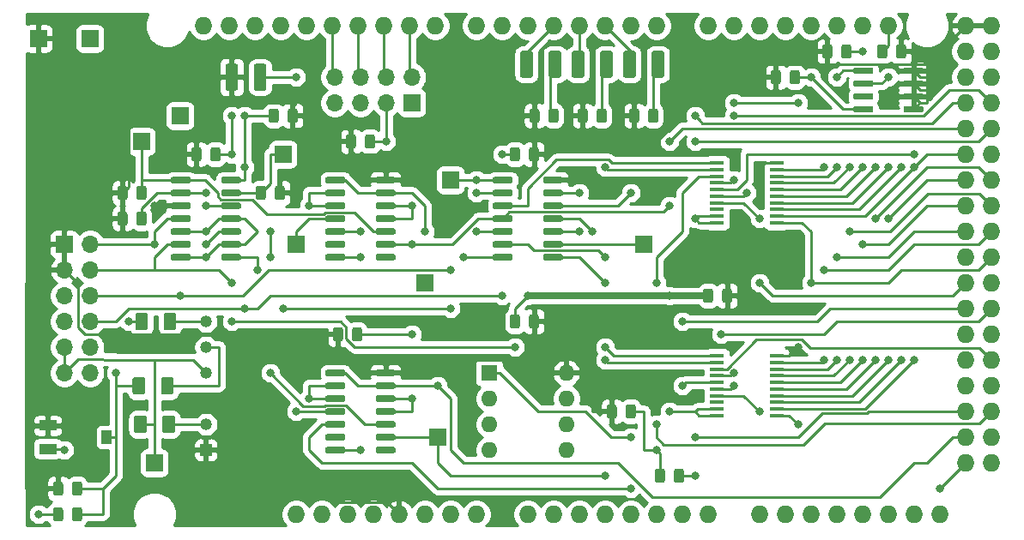
<source format=gbr>
G04 #@! TF.GenerationSoftware,KiCad,Pcbnew,(5.1.5-0-10_14)*
G04 #@! TF.CreationDate,2020-06-27T09:49:27-05:00*
G04 #@! TF.ProjectId,Electronic Target,456c6563-7472-46f6-9e69-632054617267,rev?*
G04 #@! TF.SameCoordinates,Original*
G04 #@! TF.FileFunction,Copper,L1,Top*
G04 #@! TF.FilePolarity,Positive*
%FSLAX46Y46*%
G04 Gerber Fmt 4.6, Leading zero omitted, Abs format (unit mm)*
G04 Created by KiCad (PCBNEW (5.1.5-0-10_14)) date 2020-06-27 09:49:27*
%MOMM*%
%LPD*%
G04 APERTURE LIST*
%ADD10R,1.700000X1.700000*%
%ADD11C,0.100000*%
%ADD12O,1.727200X1.727200*%
%ADD13C,1.180000*%
%ADD14R,1.180000X1.180000*%
%ADD15O,1.700000X1.700000*%
%ADD16R,1.450000X0.450000*%
%ADD17R,1.701800X0.990600*%
%ADD18R,0.990600X1.346200*%
%ADD19R,1.600000X1.600000*%
%ADD20O,1.600000X1.600000*%
%ADD21C,0.800000*%
%ADD22C,0.250000*%
%ADD23C,0.635000*%
%ADD24C,0.254000*%
G04 APERTURE END LIST*
D10*
X130810000Y-128270000D03*
X119380000Y-86360000D03*
X124460000Y-86360000D03*
G04 #@! TA.AperFunction,SMDPad,CuDef*
D11*
G36*
X129939504Y-113426204D02*
G01*
X129963773Y-113429804D01*
X129987571Y-113435765D01*
X130010671Y-113444030D01*
X130032849Y-113454520D01*
X130053893Y-113467133D01*
X130073598Y-113481747D01*
X130091777Y-113498223D01*
X130108253Y-113516402D01*
X130122867Y-113536107D01*
X130135480Y-113557151D01*
X130145970Y-113579329D01*
X130154235Y-113602429D01*
X130160196Y-113626227D01*
X130163796Y-113650496D01*
X130165000Y-113675000D01*
X130165000Y-114925000D01*
X130163796Y-114949504D01*
X130160196Y-114973773D01*
X130154235Y-114997571D01*
X130145970Y-115020671D01*
X130135480Y-115042849D01*
X130122867Y-115063893D01*
X130108253Y-115083598D01*
X130091777Y-115101777D01*
X130073598Y-115118253D01*
X130053893Y-115132867D01*
X130032849Y-115145480D01*
X130010671Y-115155970D01*
X129987571Y-115164235D01*
X129963773Y-115170196D01*
X129939504Y-115173796D01*
X129915000Y-115175000D01*
X129165000Y-115175000D01*
X129140496Y-115173796D01*
X129116227Y-115170196D01*
X129092429Y-115164235D01*
X129069329Y-115155970D01*
X129047151Y-115145480D01*
X129026107Y-115132867D01*
X129006402Y-115118253D01*
X128988223Y-115101777D01*
X128971747Y-115083598D01*
X128957133Y-115063893D01*
X128944520Y-115042849D01*
X128934030Y-115020671D01*
X128925765Y-114997571D01*
X128919804Y-114973773D01*
X128916204Y-114949504D01*
X128915000Y-114925000D01*
X128915000Y-113675000D01*
X128916204Y-113650496D01*
X128919804Y-113626227D01*
X128925765Y-113602429D01*
X128934030Y-113579329D01*
X128944520Y-113557151D01*
X128957133Y-113536107D01*
X128971747Y-113516402D01*
X128988223Y-113498223D01*
X129006402Y-113481747D01*
X129026107Y-113467133D01*
X129047151Y-113454520D01*
X129069329Y-113444030D01*
X129092429Y-113435765D01*
X129116227Y-113429804D01*
X129140496Y-113426204D01*
X129165000Y-113425000D01*
X129915000Y-113425000D01*
X129939504Y-113426204D01*
G37*
G04 #@! TD.AperFunction*
G04 #@! TA.AperFunction,SMDPad,CuDef*
G36*
X132739504Y-113426204D02*
G01*
X132763773Y-113429804D01*
X132787571Y-113435765D01*
X132810671Y-113444030D01*
X132832849Y-113454520D01*
X132853893Y-113467133D01*
X132873598Y-113481747D01*
X132891777Y-113498223D01*
X132908253Y-113516402D01*
X132922867Y-113536107D01*
X132935480Y-113557151D01*
X132945970Y-113579329D01*
X132954235Y-113602429D01*
X132960196Y-113626227D01*
X132963796Y-113650496D01*
X132965000Y-113675000D01*
X132965000Y-114925000D01*
X132963796Y-114949504D01*
X132960196Y-114973773D01*
X132954235Y-114997571D01*
X132945970Y-115020671D01*
X132935480Y-115042849D01*
X132922867Y-115063893D01*
X132908253Y-115083598D01*
X132891777Y-115101777D01*
X132873598Y-115118253D01*
X132853893Y-115132867D01*
X132832849Y-115145480D01*
X132810671Y-115155970D01*
X132787571Y-115164235D01*
X132763773Y-115170196D01*
X132739504Y-115173796D01*
X132715000Y-115175000D01*
X131965000Y-115175000D01*
X131940496Y-115173796D01*
X131916227Y-115170196D01*
X131892429Y-115164235D01*
X131869329Y-115155970D01*
X131847151Y-115145480D01*
X131826107Y-115132867D01*
X131806402Y-115118253D01*
X131788223Y-115101777D01*
X131771747Y-115083598D01*
X131757133Y-115063893D01*
X131744520Y-115042849D01*
X131734030Y-115020671D01*
X131725765Y-114997571D01*
X131719804Y-114973773D01*
X131716204Y-114949504D01*
X131715000Y-114925000D01*
X131715000Y-113675000D01*
X131716204Y-113650496D01*
X131719804Y-113626227D01*
X131725765Y-113602429D01*
X131734030Y-113579329D01*
X131744520Y-113557151D01*
X131757133Y-113536107D01*
X131771747Y-113516402D01*
X131788223Y-113498223D01*
X131806402Y-113481747D01*
X131826107Y-113467133D01*
X131847151Y-113454520D01*
X131869329Y-113444030D01*
X131892429Y-113435765D01*
X131916227Y-113429804D01*
X131940496Y-113426204D01*
X131965000Y-113425000D01*
X132715000Y-113425000D01*
X132739504Y-113426204D01*
G37*
G04 #@! TD.AperFunction*
G04 #@! TA.AperFunction,SMDPad,CuDef*
G36*
X121582642Y-132651174D02*
G01*
X121606303Y-132654684D01*
X121629507Y-132660496D01*
X121652029Y-132668554D01*
X121673653Y-132678782D01*
X121694170Y-132691079D01*
X121713383Y-132705329D01*
X121731107Y-132721393D01*
X121747171Y-132739117D01*
X121761421Y-132758330D01*
X121773718Y-132778847D01*
X121783946Y-132800471D01*
X121792004Y-132822993D01*
X121797816Y-132846197D01*
X121801326Y-132869858D01*
X121802500Y-132893750D01*
X121802500Y-133806250D01*
X121801326Y-133830142D01*
X121797816Y-133853803D01*
X121792004Y-133877007D01*
X121783946Y-133899529D01*
X121773718Y-133921153D01*
X121761421Y-133941670D01*
X121747171Y-133960883D01*
X121731107Y-133978607D01*
X121713383Y-133994671D01*
X121694170Y-134008921D01*
X121673653Y-134021218D01*
X121652029Y-134031446D01*
X121629507Y-134039504D01*
X121606303Y-134045316D01*
X121582642Y-134048826D01*
X121558750Y-134050000D01*
X121071250Y-134050000D01*
X121047358Y-134048826D01*
X121023697Y-134045316D01*
X121000493Y-134039504D01*
X120977971Y-134031446D01*
X120956347Y-134021218D01*
X120935830Y-134008921D01*
X120916617Y-133994671D01*
X120898893Y-133978607D01*
X120882829Y-133960883D01*
X120868579Y-133941670D01*
X120856282Y-133921153D01*
X120846054Y-133899529D01*
X120837996Y-133877007D01*
X120832184Y-133853803D01*
X120828674Y-133830142D01*
X120827500Y-133806250D01*
X120827500Y-132893750D01*
X120828674Y-132869858D01*
X120832184Y-132846197D01*
X120837996Y-132822993D01*
X120846054Y-132800471D01*
X120856282Y-132778847D01*
X120868579Y-132758330D01*
X120882829Y-132739117D01*
X120898893Y-132721393D01*
X120916617Y-132705329D01*
X120935830Y-132691079D01*
X120956347Y-132678782D01*
X120977971Y-132668554D01*
X121000493Y-132660496D01*
X121023697Y-132654684D01*
X121047358Y-132651174D01*
X121071250Y-132650000D01*
X121558750Y-132650000D01*
X121582642Y-132651174D01*
G37*
G04 #@! TD.AperFunction*
G04 #@! TA.AperFunction,SMDPad,CuDef*
G36*
X123457642Y-132651174D02*
G01*
X123481303Y-132654684D01*
X123504507Y-132660496D01*
X123527029Y-132668554D01*
X123548653Y-132678782D01*
X123569170Y-132691079D01*
X123588383Y-132705329D01*
X123606107Y-132721393D01*
X123622171Y-132739117D01*
X123636421Y-132758330D01*
X123648718Y-132778847D01*
X123658946Y-132800471D01*
X123667004Y-132822993D01*
X123672816Y-132846197D01*
X123676326Y-132869858D01*
X123677500Y-132893750D01*
X123677500Y-133806250D01*
X123676326Y-133830142D01*
X123672816Y-133853803D01*
X123667004Y-133877007D01*
X123658946Y-133899529D01*
X123648718Y-133921153D01*
X123636421Y-133941670D01*
X123622171Y-133960883D01*
X123606107Y-133978607D01*
X123588383Y-133994671D01*
X123569170Y-134008921D01*
X123548653Y-134021218D01*
X123527029Y-134031446D01*
X123504507Y-134039504D01*
X123481303Y-134045316D01*
X123457642Y-134048826D01*
X123433750Y-134050000D01*
X122946250Y-134050000D01*
X122922358Y-134048826D01*
X122898697Y-134045316D01*
X122875493Y-134039504D01*
X122852971Y-134031446D01*
X122831347Y-134021218D01*
X122810830Y-134008921D01*
X122791617Y-133994671D01*
X122773893Y-133978607D01*
X122757829Y-133960883D01*
X122743579Y-133941670D01*
X122731282Y-133921153D01*
X122721054Y-133899529D01*
X122712996Y-133877007D01*
X122707184Y-133853803D01*
X122703674Y-133830142D01*
X122702500Y-133806250D01*
X122702500Y-132893750D01*
X122703674Y-132869858D01*
X122707184Y-132846197D01*
X122712996Y-132822993D01*
X122721054Y-132800471D01*
X122731282Y-132778847D01*
X122743579Y-132758330D01*
X122757829Y-132739117D01*
X122773893Y-132721393D01*
X122791617Y-132705329D01*
X122810830Y-132691079D01*
X122831347Y-132678782D01*
X122852971Y-132668554D01*
X122875493Y-132660496D01*
X122898697Y-132654684D01*
X122922358Y-132651174D01*
X122946250Y-132650000D01*
X123433750Y-132650000D01*
X123457642Y-132651174D01*
G37*
G04 #@! TD.AperFunction*
G04 #@! TA.AperFunction,SMDPad,CuDef*
G36*
X123457642Y-130111174D02*
G01*
X123481303Y-130114684D01*
X123504507Y-130120496D01*
X123527029Y-130128554D01*
X123548653Y-130138782D01*
X123569170Y-130151079D01*
X123588383Y-130165329D01*
X123606107Y-130181393D01*
X123622171Y-130199117D01*
X123636421Y-130218330D01*
X123648718Y-130238847D01*
X123658946Y-130260471D01*
X123667004Y-130282993D01*
X123672816Y-130306197D01*
X123676326Y-130329858D01*
X123677500Y-130353750D01*
X123677500Y-131266250D01*
X123676326Y-131290142D01*
X123672816Y-131313803D01*
X123667004Y-131337007D01*
X123658946Y-131359529D01*
X123648718Y-131381153D01*
X123636421Y-131401670D01*
X123622171Y-131420883D01*
X123606107Y-131438607D01*
X123588383Y-131454671D01*
X123569170Y-131468921D01*
X123548653Y-131481218D01*
X123527029Y-131491446D01*
X123504507Y-131499504D01*
X123481303Y-131505316D01*
X123457642Y-131508826D01*
X123433750Y-131510000D01*
X122946250Y-131510000D01*
X122922358Y-131508826D01*
X122898697Y-131505316D01*
X122875493Y-131499504D01*
X122852971Y-131491446D01*
X122831347Y-131481218D01*
X122810830Y-131468921D01*
X122791617Y-131454671D01*
X122773893Y-131438607D01*
X122757829Y-131420883D01*
X122743579Y-131401670D01*
X122731282Y-131381153D01*
X122721054Y-131359529D01*
X122712996Y-131337007D01*
X122707184Y-131313803D01*
X122703674Y-131290142D01*
X122702500Y-131266250D01*
X122702500Y-130353750D01*
X122703674Y-130329858D01*
X122707184Y-130306197D01*
X122712996Y-130282993D01*
X122721054Y-130260471D01*
X122731282Y-130238847D01*
X122743579Y-130218330D01*
X122757829Y-130199117D01*
X122773893Y-130181393D01*
X122791617Y-130165329D01*
X122810830Y-130151079D01*
X122831347Y-130138782D01*
X122852971Y-130128554D01*
X122875493Y-130120496D01*
X122898697Y-130114684D01*
X122922358Y-130111174D01*
X122946250Y-130110000D01*
X123433750Y-130110000D01*
X123457642Y-130111174D01*
G37*
G04 #@! TD.AperFunction*
G04 #@! TA.AperFunction,SMDPad,CuDef*
G36*
X121582642Y-130111174D02*
G01*
X121606303Y-130114684D01*
X121629507Y-130120496D01*
X121652029Y-130128554D01*
X121673653Y-130138782D01*
X121694170Y-130151079D01*
X121713383Y-130165329D01*
X121731107Y-130181393D01*
X121747171Y-130199117D01*
X121761421Y-130218330D01*
X121773718Y-130238847D01*
X121783946Y-130260471D01*
X121792004Y-130282993D01*
X121797816Y-130306197D01*
X121801326Y-130329858D01*
X121802500Y-130353750D01*
X121802500Y-131266250D01*
X121801326Y-131290142D01*
X121797816Y-131313803D01*
X121792004Y-131337007D01*
X121783946Y-131359529D01*
X121773718Y-131381153D01*
X121761421Y-131401670D01*
X121747171Y-131420883D01*
X121731107Y-131438607D01*
X121713383Y-131454671D01*
X121694170Y-131468921D01*
X121673653Y-131481218D01*
X121652029Y-131491446D01*
X121629507Y-131499504D01*
X121606303Y-131505316D01*
X121582642Y-131508826D01*
X121558750Y-131510000D01*
X121071250Y-131510000D01*
X121047358Y-131508826D01*
X121023697Y-131505316D01*
X121000493Y-131499504D01*
X120977971Y-131491446D01*
X120956347Y-131481218D01*
X120935830Y-131468921D01*
X120916617Y-131454671D01*
X120898893Y-131438607D01*
X120882829Y-131420883D01*
X120868579Y-131401670D01*
X120856282Y-131381153D01*
X120846054Y-131359529D01*
X120837996Y-131337007D01*
X120832184Y-131313803D01*
X120828674Y-131290142D01*
X120827500Y-131266250D01*
X120827500Y-130353750D01*
X120828674Y-130329858D01*
X120832184Y-130306197D01*
X120837996Y-130282993D01*
X120846054Y-130260471D01*
X120856282Y-130238847D01*
X120868579Y-130218330D01*
X120882829Y-130199117D01*
X120898893Y-130181393D01*
X120916617Y-130165329D01*
X120935830Y-130151079D01*
X120956347Y-130138782D01*
X120977971Y-130128554D01*
X121000493Y-130120496D01*
X121023697Y-130114684D01*
X121047358Y-130111174D01*
X121071250Y-130110000D01*
X121558750Y-130110000D01*
X121582642Y-130111174D01*
G37*
G04 #@! TD.AperFunction*
G04 #@! TA.AperFunction,SMDPad,CuDef*
G36*
X129809504Y-123586204D02*
G01*
X129833773Y-123589804D01*
X129857571Y-123595765D01*
X129880671Y-123604030D01*
X129902849Y-123614520D01*
X129923893Y-123627133D01*
X129943598Y-123641747D01*
X129961777Y-123658223D01*
X129978253Y-123676402D01*
X129992867Y-123696107D01*
X130005480Y-123717151D01*
X130015970Y-123739329D01*
X130024235Y-123762429D01*
X130030196Y-123786227D01*
X130033796Y-123810496D01*
X130035000Y-123835000D01*
X130035000Y-125085000D01*
X130033796Y-125109504D01*
X130030196Y-125133773D01*
X130024235Y-125157571D01*
X130015970Y-125180671D01*
X130005480Y-125202849D01*
X129992867Y-125223893D01*
X129978253Y-125243598D01*
X129961777Y-125261777D01*
X129943598Y-125278253D01*
X129923893Y-125292867D01*
X129902849Y-125305480D01*
X129880671Y-125315970D01*
X129857571Y-125324235D01*
X129833773Y-125330196D01*
X129809504Y-125333796D01*
X129785000Y-125335000D01*
X129035000Y-125335000D01*
X129010496Y-125333796D01*
X128986227Y-125330196D01*
X128962429Y-125324235D01*
X128939329Y-125315970D01*
X128917151Y-125305480D01*
X128896107Y-125292867D01*
X128876402Y-125278253D01*
X128858223Y-125261777D01*
X128841747Y-125243598D01*
X128827133Y-125223893D01*
X128814520Y-125202849D01*
X128804030Y-125180671D01*
X128795765Y-125157571D01*
X128789804Y-125133773D01*
X128786204Y-125109504D01*
X128785000Y-125085000D01*
X128785000Y-123835000D01*
X128786204Y-123810496D01*
X128789804Y-123786227D01*
X128795765Y-123762429D01*
X128804030Y-123739329D01*
X128814520Y-123717151D01*
X128827133Y-123696107D01*
X128841747Y-123676402D01*
X128858223Y-123658223D01*
X128876402Y-123641747D01*
X128896107Y-123627133D01*
X128917151Y-123614520D01*
X128939329Y-123604030D01*
X128962429Y-123595765D01*
X128986227Y-123589804D01*
X129010496Y-123586204D01*
X129035000Y-123585000D01*
X129785000Y-123585000D01*
X129809504Y-123586204D01*
G37*
G04 #@! TD.AperFunction*
G04 #@! TA.AperFunction,SMDPad,CuDef*
G36*
X132609504Y-123586204D02*
G01*
X132633773Y-123589804D01*
X132657571Y-123595765D01*
X132680671Y-123604030D01*
X132702849Y-123614520D01*
X132723893Y-123627133D01*
X132743598Y-123641747D01*
X132761777Y-123658223D01*
X132778253Y-123676402D01*
X132792867Y-123696107D01*
X132805480Y-123717151D01*
X132815970Y-123739329D01*
X132824235Y-123762429D01*
X132830196Y-123786227D01*
X132833796Y-123810496D01*
X132835000Y-123835000D01*
X132835000Y-125085000D01*
X132833796Y-125109504D01*
X132830196Y-125133773D01*
X132824235Y-125157571D01*
X132815970Y-125180671D01*
X132805480Y-125202849D01*
X132792867Y-125223893D01*
X132778253Y-125243598D01*
X132761777Y-125261777D01*
X132743598Y-125278253D01*
X132723893Y-125292867D01*
X132702849Y-125305480D01*
X132680671Y-125315970D01*
X132657571Y-125324235D01*
X132633773Y-125330196D01*
X132609504Y-125333796D01*
X132585000Y-125335000D01*
X131835000Y-125335000D01*
X131810496Y-125333796D01*
X131786227Y-125330196D01*
X131762429Y-125324235D01*
X131739329Y-125315970D01*
X131717151Y-125305480D01*
X131696107Y-125292867D01*
X131676402Y-125278253D01*
X131658223Y-125261777D01*
X131641747Y-125243598D01*
X131627133Y-125223893D01*
X131614520Y-125202849D01*
X131604030Y-125180671D01*
X131595765Y-125157571D01*
X131589804Y-125133773D01*
X131586204Y-125109504D01*
X131585000Y-125085000D01*
X131585000Y-123835000D01*
X131586204Y-123810496D01*
X131589804Y-123786227D01*
X131595765Y-123762429D01*
X131604030Y-123739329D01*
X131614520Y-123717151D01*
X131627133Y-123696107D01*
X131641747Y-123676402D01*
X131658223Y-123658223D01*
X131676402Y-123641747D01*
X131696107Y-123627133D01*
X131717151Y-123614520D01*
X131739329Y-123604030D01*
X131762429Y-123595765D01*
X131786227Y-123589804D01*
X131810496Y-123586204D01*
X131835000Y-123585000D01*
X132585000Y-123585000D01*
X132609504Y-123586204D01*
G37*
G04 #@! TD.AperFunction*
G04 #@! TA.AperFunction,SMDPad,CuDef*
G36*
X132479504Y-119776204D02*
G01*
X132503773Y-119779804D01*
X132527571Y-119785765D01*
X132550671Y-119794030D01*
X132572849Y-119804520D01*
X132593893Y-119817133D01*
X132613598Y-119831747D01*
X132631777Y-119848223D01*
X132648253Y-119866402D01*
X132662867Y-119886107D01*
X132675480Y-119907151D01*
X132685970Y-119929329D01*
X132694235Y-119952429D01*
X132700196Y-119976227D01*
X132703796Y-120000496D01*
X132705000Y-120025000D01*
X132705000Y-121275000D01*
X132703796Y-121299504D01*
X132700196Y-121323773D01*
X132694235Y-121347571D01*
X132685970Y-121370671D01*
X132675480Y-121392849D01*
X132662867Y-121413893D01*
X132648253Y-121433598D01*
X132631777Y-121451777D01*
X132613598Y-121468253D01*
X132593893Y-121482867D01*
X132572849Y-121495480D01*
X132550671Y-121505970D01*
X132527571Y-121514235D01*
X132503773Y-121520196D01*
X132479504Y-121523796D01*
X132455000Y-121525000D01*
X131705000Y-121525000D01*
X131680496Y-121523796D01*
X131656227Y-121520196D01*
X131632429Y-121514235D01*
X131609329Y-121505970D01*
X131587151Y-121495480D01*
X131566107Y-121482867D01*
X131546402Y-121468253D01*
X131528223Y-121451777D01*
X131511747Y-121433598D01*
X131497133Y-121413893D01*
X131484520Y-121392849D01*
X131474030Y-121370671D01*
X131465765Y-121347571D01*
X131459804Y-121323773D01*
X131456204Y-121299504D01*
X131455000Y-121275000D01*
X131455000Y-120025000D01*
X131456204Y-120000496D01*
X131459804Y-119976227D01*
X131465765Y-119952429D01*
X131474030Y-119929329D01*
X131484520Y-119907151D01*
X131497133Y-119886107D01*
X131511747Y-119866402D01*
X131528223Y-119848223D01*
X131546402Y-119831747D01*
X131566107Y-119817133D01*
X131587151Y-119804520D01*
X131609329Y-119794030D01*
X131632429Y-119785765D01*
X131656227Y-119779804D01*
X131680496Y-119776204D01*
X131705000Y-119775000D01*
X132455000Y-119775000D01*
X132479504Y-119776204D01*
G37*
G04 #@! TD.AperFunction*
G04 #@! TA.AperFunction,SMDPad,CuDef*
G36*
X129679504Y-119776204D02*
G01*
X129703773Y-119779804D01*
X129727571Y-119785765D01*
X129750671Y-119794030D01*
X129772849Y-119804520D01*
X129793893Y-119817133D01*
X129813598Y-119831747D01*
X129831777Y-119848223D01*
X129848253Y-119866402D01*
X129862867Y-119886107D01*
X129875480Y-119907151D01*
X129885970Y-119929329D01*
X129894235Y-119952429D01*
X129900196Y-119976227D01*
X129903796Y-120000496D01*
X129905000Y-120025000D01*
X129905000Y-121275000D01*
X129903796Y-121299504D01*
X129900196Y-121323773D01*
X129894235Y-121347571D01*
X129885970Y-121370671D01*
X129875480Y-121392849D01*
X129862867Y-121413893D01*
X129848253Y-121433598D01*
X129831777Y-121451777D01*
X129813598Y-121468253D01*
X129793893Y-121482867D01*
X129772849Y-121495480D01*
X129750671Y-121505970D01*
X129727571Y-121514235D01*
X129703773Y-121520196D01*
X129679504Y-121523796D01*
X129655000Y-121525000D01*
X128905000Y-121525000D01*
X128880496Y-121523796D01*
X128856227Y-121520196D01*
X128832429Y-121514235D01*
X128809329Y-121505970D01*
X128787151Y-121495480D01*
X128766107Y-121482867D01*
X128746402Y-121468253D01*
X128728223Y-121451777D01*
X128711747Y-121433598D01*
X128697133Y-121413893D01*
X128684520Y-121392849D01*
X128674030Y-121370671D01*
X128665765Y-121347571D01*
X128659804Y-121323773D01*
X128656204Y-121299504D01*
X128655000Y-121275000D01*
X128655000Y-120025000D01*
X128656204Y-120000496D01*
X128659804Y-119976227D01*
X128665765Y-119952429D01*
X128674030Y-119929329D01*
X128684520Y-119907151D01*
X128697133Y-119886107D01*
X128711747Y-119866402D01*
X128728223Y-119848223D01*
X128746402Y-119831747D01*
X128766107Y-119817133D01*
X128787151Y-119804520D01*
X128809329Y-119794030D01*
X128832429Y-119785765D01*
X128856227Y-119779804D01*
X128880496Y-119776204D01*
X128905000Y-119775000D01*
X129655000Y-119775000D01*
X129679504Y-119776204D01*
G37*
G04 #@! TD.AperFunction*
D12*
X167640000Y-133350000D03*
X162560000Y-133350000D03*
X160020000Y-133350000D03*
X157480000Y-133350000D03*
X154940000Y-133350000D03*
X152400000Y-133350000D03*
X149860000Y-133350000D03*
X147320000Y-133350000D03*
X203200000Y-85090000D03*
X200660000Y-85090000D03*
X198120000Y-85090000D03*
X195580000Y-85090000D03*
X193040000Y-85090000D03*
X190500000Y-85090000D03*
X187960000Y-85090000D03*
X185420000Y-85090000D03*
X180340000Y-85090000D03*
X177800000Y-85090000D03*
X175260000Y-85090000D03*
X172720000Y-85090000D03*
X170180000Y-85090000D03*
X167640000Y-85090000D03*
X165100000Y-85090000D03*
X162560000Y-85090000D03*
X143256000Y-85090000D03*
X158496000Y-85090000D03*
X155956000Y-85090000D03*
X153416000Y-85090000D03*
X135636000Y-85090000D03*
X138176000Y-85090000D03*
X140716000Y-85090000D03*
X145796000Y-85090000D03*
X148336000Y-85090000D03*
X150876000Y-85090000D03*
X144780000Y-133350000D03*
X170180000Y-133350000D03*
X172720000Y-133350000D03*
X175260000Y-133350000D03*
X177800000Y-133350000D03*
X180340000Y-133350000D03*
X182880000Y-133350000D03*
X185420000Y-133350000D03*
X190500000Y-133350000D03*
X193040000Y-133350000D03*
X195580000Y-133350000D03*
X198120000Y-133350000D03*
X200660000Y-133350000D03*
X203200000Y-133350000D03*
X205740000Y-133350000D03*
X208280000Y-133350000D03*
X210820000Y-85090000D03*
X213360000Y-85090000D03*
X210820000Y-87630000D03*
X213360000Y-87630000D03*
X210820000Y-90170000D03*
X213360000Y-90170000D03*
X210820000Y-92710000D03*
X213360000Y-92710000D03*
X210820000Y-95250000D03*
X213360000Y-95250000D03*
X210820000Y-97790000D03*
X213360000Y-97790000D03*
X210820000Y-100330000D03*
X213360000Y-100330000D03*
X210820000Y-102870000D03*
X213360000Y-102870000D03*
X210820000Y-105410000D03*
X213360000Y-105410000D03*
X210820000Y-107950000D03*
X213360000Y-107950000D03*
X210820000Y-110490000D03*
X213360000Y-110490000D03*
X210820000Y-113030000D03*
X213360000Y-113030000D03*
X210820000Y-115570000D03*
X213360000Y-115570000D03*
X210820000Y-118110000D03*
X213360000Y-118110000D03*
X210820000Y-120650000D03*
X213360000Y-120650000D03*
X210820000Y-123190000D03*
X213360000Y-123190000D03*
X210820000Y-125730000D03*
X213360000Y-125730000D03*
X210820000Y-128270000D03*
X213360000Y-128270000D03*
G04 #@! TA.AperFunction,SMDPad,CuDef*
D11*
G36*
X202862642Y-86931174D02*
G01*
X202886303Y-86934684D01*
X202909507Y-86940496D01*
X202932029Y-86948554D01*
X202953653Y-86958782D01*
X202974170Y-86971079D01*
X202993383Y-86985329D01*
X203011107Y-87001393D01*
X203027171Y-87019117D01*
X203041421Y-87038330D01*
X203053718Y-87058847D01*
X203063946Y-87080471D01*
X203072004Y-87102993D01*
X203077816Y-87126197D01*
X203081326Y-87149858D01*
X203082500Y-87173750D01*
X203082500Y-88086250D01*
X203081326Y-88110142D01*
X203077816Y-88133803D01*
X203072004Y-88157007D01*
X203063946Y-88179529D01*
X203053718Y-88201153D01*
X203041421Y-88221670D01*
X203027171Y-88240883D01*
X203011107Y-88258607D01*
X202993383Y-88274671D01*
X202974170Y-88288921D01*
X202953653Y-88301218D01*
X202932029Y-88311446D01*
X202909507Y-88319504D01*
X202886303Y-88325316D01*
X202862642Y-88328826D01*
X202838750Y-88330000D01*
X202351250Y-88330000D01*
X202327358Y-88328826D01*
X202303697Y-88325316D01*
X202280493Y-88319504D01*
X202257971Y-88311446D01*
X202236347Y-88301218D01*
X202215830Y-88288921D01*
X202196617Y-88274671D01*
X202178893Y-88258607D01*
X202162829Y-88240883D01*
X202148579Y-88221670D01*
X202136282Y-88201153D01*
X202126054Y-88179529D01*
X202117996Y-88157007D01*
X202112184Y-88133803D01*
X202108674Y-88110142D01*
X202107500Y-88086250D01*
X202107500Y-87173750D01*
X202108674Y-87149858D01*
X202112184Y-87126197D01*
X202117996Y-87102993D01*
X202126054Y-87080471D01*
X202136282Y-87058847D01*
X202148579Y-87038330D01*
X202162829Y-87019117D01*
X202178893Y-87001393D01*
X202196617Y-86985329D01*
X202215830Y-86971079D01*
X202236347Y-86958782D01*
X202257971Y-86948554D01*
X202280493Y-86940496D01*
X202303697Y-86934684D01*
X202327358Y-86931174D01*
X202351250Y-86930000D01*
X202838750Y-86930000D01*
X202862642Y-86931174D01*
G37*
G04 #@! TD.AperFunction*
G04 #@! TA.AperFunction,SMDPad,CuDef*
G36*
X204737642Y-86931174D02*
G01*
X204761303Y-86934684D01*
X204784507Y-86940496D01*
X204807029Y-86948554D01*
X204828653Y-86958782D01*
X204849170Y-86971079D01*
X204868383Y-86985329D01*
X204886107Y-87001393D01*
X204902171Y-87019117D01*
X204916421Y-87038330D01*
X204928718Y-87058847D01*
X204938946Y-87080471D01*
X204947004Y-87102993D01*
X204952816Y-87126197D01*
X204956326Y-87149858D01*
X204957500Y-87173750D01*
X204957500Y-88086250D01*
X204956326Y-88110142D01*
X204952816Y-88133803D01*
X204947004Y-88157007D01*
X204938946Y-88179529D01*
X204928718Y-88201153D01*
X204916421Y-88221670D01*
X204902171Y-88240883D01*
X204886107Y-88258607D01*
X204868383Y-88274671D01*
X204849170Y-88288921D01*
X204828653Y-88301218D01*
X204807029Y-88311446D01*
X204784507Y-88319504D01*
X204761303Y-88325316D01*
X204737642Y-88328826D01*
X204713750Y-88330000D01*
X204226250Y-88330000D01*
X204202358Y-88328826D01*
X204178697Y-88325316D01*
X204155493Y-88319504D01*
X204132971Y-88311446D01*
X204111347Y-88301218D01*
X204090830Y-88288921D01*
X204071617Y-88274671D01*
X204053893Y-88258607D01*
X204037829Y-88240883D01*
X204023579Y-88221670D01*
X204011282Y-88201153D01*
X204001054Y-88179529D01*
X203992996Y-88157007D01*
X203987184Y-88133803D01*
X203983674Y-88110142D01*
X203982500Y-88086250D01*
X203982500Y-87173750D01*
X203983674Y-87149858D01*
X203987184Y-87126197D01*
X203992996Y-87102993D01*
X204001054Y-87080471D01*
X204011282Y-87058847D01*
X204023579Y-87038330D01*
X204037829Y-87019117D01*
X204053893Y-87001393D01*
X204071617Y-86985329D01*
X204090830Y-86971079D01*
X204111347Y-86958782D01*
X204132971Y-86948554D01*
X204155493Y-86940496D01*
X204178697Y-86934684D01*
X204202358Y-86931174D01*
X204226250Y-86930000D01*
X204713750Y-86930000D01*
X204737642Y-86931174D01*
G37*
G04 #@! TD.AperFunction*
G04 #@! TA.AperFunction,SMDPad,CuDef*
G36*
X199325142Y-86931174D02*
G01*
X199348803Y-86934684D01*
X199372007Y-86940496D01*
X199394529Y-86948554D01*
X199416153Y-86958782D01*
X199436670Y-86971079D01*
X199455883Y-86985329D01*
X199473607Y-87001393D01*
X199489671Y-87019117D01*
X199503921Y-87038330D01*
X199516218Y-87058847D01*
X199526446Y-87080471D01*
X199534504Y-87102993D01*
X199540316Y-87126197D01*
X199543826Y-87149858D01*
X199545000Y-87173750D01*
X199545000Y-88086250D01*
X199543826Y-88110142D01*
X199540316Y-88133803D01*
X199534504Y-88157007D01*
X199526446Y-88179529D01*
X199516218Y-88201153D01*
X199503921Y-88221670D01*
X199489671Y-88240883D01*
X199473607Y-88258607D01*
X199455883Y-88274671D01*
X199436670Y-88288921D01*
X199416153Y-88301218D01*
X199394529Y-88311446D01*
X199372007Y-88319504D01*
X199348803Y-88325316D01*
X199325142Y-88328826D01*
X199301250Y-88330000D01*
X198813750Y-88330000D01*
X198789858Y-88328826D01*
X198766197Y-88325316D01*
X198742993Y-88319504D01*
X198720471Y-88311446D01*
X198698847Y-88301218D01*
X198678330Y-88288921D01*
X198659117Y-88274671D01*
X198641393Y-88258607D01*
X198625329Y-88240883D01*
X198611079Y-88221670D01*
X198598782Y-88201153D01*
X198588554Y-88179529D01*
X198580496Y-88157007D01*
X198574684Y-88133803D01*
X198571174Y-88110142D01*
X198570000Y-88086250D01*
X198570000Y-87173750D01*
X198571174Y-87149858D01*
X198574684Y-87126197D01*
X198580496Y-87102993D01*
X198588554Y-87080471D01*
X198598782Y-87058847D01*
X198611079Y-87038330D01*
X198625329Y-87019117D01*
X198641393Y-87001393D01*
X198659117Y-86985329D01*
X198678330Y-86971079D01*
X198698847Y-86958782D01*
X198720471Y-86948554D01*
X198742993Y-86940496D01*
X198766197Y-86934684D01*
X198789858Y-86931174D01*
X198813750Y-86930000D01*
X199301250Y-86930000D01*
X199325142Y-86931174D01*
G37*
G04 #@! TD.AperFunction*
G04 #@! TA.AperFunction,SMDPad,CuDef*
G36*
X197450142Y-86931174D02*
G01*
X197473803Y-86934684D01*
X197497007Y-86940496D01*
X197519529Y-86948554D01*
X197541153Y-86958782D01*
X197561670Y-86971079D01*
X197580883Y-86985329D01*
X197598607Y-87001393D01*
X197614671Y-87019117D01*
X197628921Y-87038330D01*
X197641218Y-87058847D01*
X197651446Y-87080471D01*
X197659504Y-87102993D01*
X197665316Y-87126197D01*
X197668826Y-87149858D01*
X197670000Y-87173750D01*
X197670000Y-88086250D01*
X197668826Y-88110142D01*
X197665316Y-88133803D01*
X197659504Y-88157007D01*
X197651446Y-88179529D01*
X197641218Y-88201153D01*
X197628921Y-88221670D01*
X197614671Y-88240883D01*
X197598607Y-88258607D01*
X197580883Y-88274671D01*
X197561670Y-88288921D01*
X197541153Y-88301218D01*
X197519529Y-88311446D01*
X197497007Y-88319504D01*
X197473803Y-88325316D01*
X197450142Y-88328826D01*
X197426250Y-88330000D01*
X196938750Y-88330000D01*
X196914858Y-88328826D01*
X196891197Y-88325316D01*
X196867993Y-88319504D01*
X196845471Y-88311446D01*
X196823847Y-88301218D01*
X196803330Y-88288921D01*
X196784117Y-88274671D01*
X196766393Y-88258607D01*
X196750329Y-88240883D01*
X196736079Y-88221670D01*
X196723782Y-88201153D01*
X196713554Y-88179529D01*
X196705496Y-88157007D01*
X196699684Y-88133803D01*
X196696174Y-88110142D01*
X196695000Y-88086250D01*
X196695000Y-87173750D01*
X196696174Y-87149858D01*
X196699684Y-87126197D01*
X196705496Y-87102993D01*
X196713554Y-87080471D01*
X196723782Y-87058847D01*
X196736079Y-87038330D01*
X196750329Y-87019117D01*
X196766393Y-87001393D01*
X196784117Y-86985329D01*
X196803330Y-86971079D01*
X196823847Y-86958782D01*
X196845471Y-86948554D01*
X196867993Y-86940496D01*
X196891197Y-86934684D01*
X196914858Y-86931174D01*
X196938750Y-86930000D01*
X197426250Y-86930000D01*
X197450142Y-86931174D01*
G37*
G04 #@! TD.AperFunction*
G04 #@! TA.AperFunction,SMDPad,CuDef*
G36*
X206514703Y-89235722D02*
G01*
X206529264Y-89237882D01*
X206543543Y-89241459D01*
X206557403Y-89246418D01*
X206570710Y-89252712D01*
X206583336Y-89260280D01*
X206595159Y-89269048D01*
X206606066Y-89278934D01*
X206615952Y-89289841D01*
X206624720Y-89301664D01*
X206632288Y-89314290D01*
X206638582Y-89327597D01*
X206643541Y-89341457D01*
X206647118Y-89355736D01*
X206649278Y-89370297D01*
X206650000Y-89385000D01*
X206650000Y-89685000D01*
X206649278Y-89699703D01*
X206647118Y-89714264D01*
X206643541Y-89728543D01*
X206638582Y-89742403D01*
X206632288Y-89755710D01*
X206624720Y-89768336D01*
X206615952Y-89780159D01*
X206606066Y-89791066D01*
X206595159Y-89800952D01*
X206583336Y-89809720D01*
X206570710Y-89817288D01*
X206557403Y-89823582D01*
X206543543Y-89828541D01*
X206529264Y-89832118D01*
X206514703Y-89834278D01*
X206500000Y-89835000D01*
X204850000Y-89835000D01*
X204835297Y-89834278D01*
X204820736Y-89832118D01*
X204806457Y-89828541D01*
X204792597Y-89823582D01*
X204779290Y-89817288D01*
X204766664Y-89809720D01*
X204754841Y-89800952D01*
X204743934Y-89791066D01*
X204734048Y-89780159D01*
X204725280Y-89768336D01*
X204717712Y-89755710D01*
X204711418Y-89742403D01*
X204706459Y-89728543D01*
X204702882Y-89714264D01*
X204700722Y-89699703D01*
X204700000Y-89685000D01*
X204700000Y-89385000D01*
X204700722Y-89370297D01*
X204702882Y-89355736D01*
X204706459Y-89341457D01*
X204711418Y-89327597D01*
X204717712Y-89314290D01*
X204725280Y-89301664D01*
X204734048Y-89289841D01*
X204743934Y-89278934D01*
X204754841Y-89269048D01*
X204766664Y-89260280D01*
X204779290Y-89252712D01*
X204792597Y-89246418D01*
X204806457Y-89241459D01*
X204820736Y-89237882D01*
X204835297Y-89235722D01*
X204850000Y-89235000D01*
X206500000Y-89235000D01*
X206514703Y-89235722D01*
G37*
G04 #@! TD.AperFunction*
G04 #@! TA.AperFunction,SMDPad,CuDef*
G36*
X206514703Y-90505722D02*
G01*
X206529264Y-90507882D01*
X206543543Y-90511459D01*
X206557403Y-90516418D01*
X206570710Y-90522712D01*
X206583336Y-90530280D01*
X206595159Y-90539048D01*
X206606066Y-90548934D01*
X206615952Y-90559841D01*
X206624720Y-90571664D01*
X206632288Y-90584290D01*
X206638582Y-90597597D01*
X206643541Y-90611457D01*
X206647118Y-90625736D01*
X206649278Y-90640297D01*
X206650000Y-90655000D01*
X206650000Y-90955000D01*
X206649278Y-90969703D01*
X206647118Y-90984264D01*
X206643541Y-90998543D01*
X206638582Y-91012403D01*
X206632288Y-91025710D01*
X206624720Y-91038336D01*
X206615952Y-91050159D01*
X206606066Y-91061066D01*
X206595159Y-91070952D01*
X206583336Y-91079720D01*
X206570710Y-91087288D01*
X206557403Y-91093582D01*
X206543543Y-91098541D01*
X206529264Y-91102118D01*
X206514703Y-91104278D01*
X206500000Y-91105000D01*
X204850000Y-91105000D01*
X204835297Y-91104278D01*
X204820736Y-91102118D01*
X204806457Y-91098541D01*
X204792597Y-91093582D01*
X204779290Y-91087288D01*
X204766664Y-91079720D01*
X204754841Y-91070952D01*
X204743934Y-91061066D01*
X204734048Y-91050159D01*
X204725280Y-91038336D01*
X204717712Y-91025710D01*
X204711418Y-91012403D01*
X204706459Y-90998543D01*
X204702882Y-90984264D01*
X204700722Y-90969703D01*
X204700000Y-90955000D01*
X204700000Y-90655000D01*
X204700722Y-90640297D01*
X204702882Y-90625736D01*
X204706459Y-90611457D01*
X204711418Y-90597597D01*
X204717712Y-90584290D01*
X204725280Y-90571664D01*
X204734048Y-90559841D01*
X204743934Y-90548934D01*
X204754841Y-90539048D01*
X204766664Y-90530280D01*
X204779290Y-90522712D01*
X204792597Y-90516418D01*
X204806457Y-90511459D01*
X204820736Y-90507882D01*
X204835297Y-90505722D01*
X204850000Y-90505000D01*
X206500000Y-90505000D01*
X206514703Y-90505722D01*
G37*
G04 #@! TD.AperFunction*
G04 #@! TA.AperFunction,SMDPad,CuDef*
G36*
X206514703Y-91775722D02*
G01*
X206529264Y-91777882D01*
X206543543Y-91781459D01*
X206557403Y-91786418D01*
X206570710Y-91792712D01*
X206583336Y-91800280D01*
X206595159Y-91809048D01*
X206606066Y-91818934D01*
X206615952Y-91829841D01*
X206624720Y-91841664D01*
X206632288Y-91854290D01*
X206638582Y-91867597D01*
X206643541Y-91881457D01*
X206647118Y-91895736D01*
X206649278Y-91910297D01*
X206650000Y-91925000D01*
X206650000Y-92225000D01*
X206649278Y-92239703D01*
X206647118Y-92254264D01*
X206643541Y-92268543D01*
X206638582Y-92282403D01*
X206632288Y-92295710D01*
X206624720Y-92308336D01*
X206615952Y-92320159D01*
X206606066Y-92331066D01*
X206595159Y-92340952D01*
X206583336Y-92349720D01*
X206570710Y-92357288D01*
X206557403Y-92363582D01*
X206543543Y-92368541D01*
X206529264Y-92372118D01*
X206514703Y-92374278D01*
X206500000Y-92375000D01*
X204850000Y-92375000D01*
X204835297Y-92374278D01*
X204820736Y-92372118D01*
X204806457Y-92368541D01*
X204792597Y-92363582D01*
X204779290Y-92357288D01*
X204766664Y-92349720D01*
X204754841Y-92340952D01*
X204743934Y-92331066D01*
X204734048Y-92320159D01*
X204725280Y-92308336D01*
X204717712Y-92295710D01*
X204711418Y-92282403D01*
X204706459Y-92268543D01*
X204702882Y-92254264D01*
X204700722Y-92239703D01*
X204700000Y-92225000D01*
X204700000Y-91925000D01*
X204700722Y-91910297D01*
X204702882Y-91895736D01*
X204706459Y-91881457D01*
X204711418Y-91867597D01*
X204717712Y-91854290D01*
X204725280Y-91841664D01*
X204734048Y-91829841D01*
X204743934Y-91818934D01*
X204754841Y-91809048D01*
X204766664Y-91800280D01*
X204779290Y-91792712D01*
X204792597Y-91786418D01*
X204806457Y-91781459D01*
X204820736Y-91777882D01*
X204835297Y-91775722D01*
X204850000Y-91775000D01*
X206500000Y-91775000D01*
X206514703Y-91775722D01*
G37*
G04 #@! TD.AperFunction*
G04 #@! TA.AperFunction,SMDPad,CuDef*
G36*
X206514703Y-93045722D02*
G01*
X206529264Y-93047882D01*
X206543543Y-93051459D01*
X206557403Y-93056418D01*
X206570710Y-93062712D01*
X206583336Y-93070280D01*
X206595159Y-93079048D01*
X206606066Y-93088934D01*
X206615952Y-93099841D01*
X206624720Y-93111664D01*
X206632288Y-93124290D01*
X206638582Y-93137597D01*
X206643541Y-93151457D01*
X206647118Y-93165736D01*
X206649278Y-93180297D01*
X206650000Y-93195000D01*
X206650000Y-93495000D01*
X206649278Y-93509703D01*
X206647118Y-93524264D01*
X206643541Y-93538543D01*
X206638582Y-93552403D01*
X206632288Y-93565710D01*
X206624720Y-93578336D01*
X206615952Y-93590159D01*
X206606066Y-93601066D01*
X206595159Y-93610952D01*
X206583336Y-93619720D01*
X206570710Y-93627288D01*
X206557403Y-93633582D01*
X206543543Y-93638541D01*
X206529264Y-93642118D01*
X206514703Y-93644278D01*
X206500000Y-93645000D01*
X204850000Y-93645000D01*
X204835297Y-93644278D01*
X204820736Y-93642118D01*
X204806457Y-93638541D01*
X204792597Y-93633582D01*
X204779290Y-93627288D01*
X204766664Y-93619720D01*
X204754841Y-93610952D01*
X204743934Y-93601066D01*
X204734048Y-93590159D01*
X204725280Y-93578336D01*
X204717712Y-93565710D01*
X204711418Y-93552403D01*
X204706459Y-93538543D01*
X204702882Y-93524264D01*
X204700722Y-93509703D01*
X204700000Y-93495000D01*
X204700000Y-93195000D01*
X204700722Y-93180297D01*
X204702882Y-93165736D01*
X204706459Y-93151457D01*
X204711418Y-93137597D01*
X204717712Y-93124290D01*
X204725280Y-93111664D01*
X204734048Y-93099841D01*
X204743934Y-93088934D01*
X204754841Y-93079048D01*
X204766664Y-93070280D01*
X204779290Y-93062712D01*
X204792597Y-93056418D01*
X204806457Y-93051459D01*
X204820736Y-93047882D01*
X204835297Y-93045722D01*
X204850000Y-93045000D01*
X206500000Y-93045000D01*
X206514703Y-93045722D01*
G37*
G04 #@! TD.AperFunction*
G04 #@! TA.AperFunction,SMDPad,CuDef*
G36*
X201564703Y-93045722D02*
G01*
X201579264Y-93047882D01*
X201593543Y-93051459D01*
X201607403Y-93056418D01*
X201620710Y-93062712D01*
X201633336Y-93070280D01*
X201645159Y-93079048D01*
X201656066Y-93088934D01*
X201665952Y-93099841D01*
X201674720Y-93111664D01*
X201682288Y-93124290D01*
X201688582Y-93137597D01*
X201693541Y-93151457D01*
X201697118Y-93165736D01*
X201699278Y-93180297D01*
X201700000Y-93195000D01*
X201700000Y-93495000D01*
X201699278Y-93509703D01*
X201697118Y-93524264D01*
X201693541Y-93538543D01*
X201688582Y-93552403D01*
X201682288Y-93565710D01*
X201674720Y-93578336D01*
X201665952Y-93590159D01*
X201656066Y-93601066D01*
X201645159Y-93610952D01*
X201633336Y-93619720D01*
X201620710Y-93627288D01*
X201607403Y-93633582D01*
X201593543Y-93638541D01*
X201579264Y-93642118D01*
X201564703Y-93644278D01*
X201550000Y-93645000D01*
X199900000Y-93645000D01*
X199885297Y-93644278D01*
X199870736Y-93642118D01*
X199856457Y-93638541D01*
X199842597Y-93633582D01*
X199829290Y-93627288D01*
X199816664Y-93619720D01*
X199804841Y-93610952D01*
X199793934Y-93601066D01*
X199784048Y-93590159D01*
X199775280Y-93578336D01*
X199767712Y-93565710D01*
X199761418Y-93552403D01*
X199756459Y-93538543D01*
X199752882Y-93524264D01*
X199750722Y-93509703D01*
X199750000Y-93495000D01*
X199750000Y-93195000D01*
X199750722Y-93180297D01*
X199752882Y-93165736D01*
X199756459Y-93151457D01*
X199761418Y-93137597D01*
X199767712Y-93124290D01*
X199775280Y-93111664D01*
X199784048Y-93099841D01*
X199793934Y-93088934D01*
X199804841Y-93079048D01*
X199816664Y-93070280D01*
X199829290Y-93062712D01*
X199842597Y-93056418D01*
X199856457Y-93051459D01*
X199870736Y-93047882D01*
X199885297Y-93045722D01*
X199900000Y-93045000D01*
X201550000Y-93045000D01*
X201564703Y-93045722D01*
G37*
G04 #@! TD.AperFunction*
G04 #@! TA.AperFunction,SMDPad,CuDef*
G36*
X201564703Y-91775722D02*
G01*
X201579264Y-91777882D01*
X201593543Y-91781459D01*
X201607403Y-91786418D01*
X201620710Y-91792712D01*
X201633336Y-91800280D01*
X201645159Y-91809048D01*
X201656066Y-91818934D01*
X201665952Y-91829841D01*
X201674720Y-91841664D01*
X201682288Y-91854290D01*
X201688582Y-91867597D01*
X201693541Y-91881457D01*
X201697118Y-91895736D01*
X201699278Y-91910297D01*
X201700000Y-91925000D01*
X201700000Y-92225000D01*
X201699278Y-92239703D01*
X201697118Y-92254264D01*
X201693541Y-92268543D01*
X201688582Y-92282403D01*
X201682288Y-92295710D01*
X201674720Y-92308336D01*
X201665952Y-92320159D01*
X201656066Y-92331066D01*
X201645159Y-92340952D01*
X201633336Y-92349720D01*
X201620710Y-92357288D01*
X201607403Y-92363582D01*
X201593543Y-92368541D01*
X201579264Y-92372118D01*
X201564703Y-92374278D01*
X201550000Y-92375000D01*
X199900000Y-92375000D01*
X199885297Y-92374278D01*
X199870736Y-92372118D01*
X199856457Y-92368541D01*
X199842597Y-92363582D01*
X199829290Y-92357288D01*
X199816664Y-92349720D01*
X199804841Y-92340952D01*
X199793934Y-92331066D01*
X199784048Y-92320159D01*
X199775280Y-92308336D01*
X199767712Y-92295710D01*
X199761418Y-92282403D01*
X199756459Y-92268543D01*
X199752882Y-92254264D01*
X199750722Y-92239703D01*
X199750000Y-92225000D01*
X199750000Y-91925000D01*
X199750722Y-91910297D01*
X199752882Y-91895736D01*
X199756459Y-91881457D01*
X199761418Y-91867597D01*
X199767712Y-91854290D01*
X199775280Y-91841664D01*
X199784048Y-91829841D01*
X199793934Y-91818934D01*
X199804841Y-91809048D01*
X199816664Y-91800280D01*
X199829290Y-91792712D01*
X199842597Y-91786418D01*
X199856457Y-91781459D01*
X199870736Y-91777882D01*
X199885297Y-91775722D01*
X199900000Y-91775000D01*
X201550000Y-91775000D01*
X201564703Y-91775722D01*
G37*
G04 #@! TD.AperFunction*
G04 #@! TA.AperFunction,SMDPad,CuDef*
G36*
X201564703Y-90505722D02*
G01*
X201579264Y-90507882D01*
X201593543Y-90511459D01*
X201607403Y-90516418D01*
X201620710Y-90522712D01*
X201633336Y-90530280D01*
X201645159Y-90539048D01*
X201656066Y-90548934D01*
X201665952Y-90559841D01*
X201674720Y-90571664D01*
X201682288Y-90584290D01*
X201688582Y-90597597D01*
X201693541Y-90611457D01*
X201697118Y-90625736D01*
X201699278Y-90640297D01*
X201700000Y-90655000D01*
X201700000Y-90955000D01*
X201699278Y-90969703D01*
X201697118Y-90984264D01*
X201693541Y-90998543D01*
X201688582Y-91012403D01*
X201682288Y-91025710D01*
X201674720Y-91038336D01*
X201665952Y-91050159D01*
X201656066Y-91061066D01*
X201645159Y-91070952D01*
X201633336Y-91079720D01*
X201620710Y-91087288D01*
X201607403Y-91093582D01*
X201593543Y-91098541D01*
X201579264Y-91102118D01*
X201564703Y-91104278D01*
X201550000Y-91105000D01*
X199900000Y-91105000D01*
X199885297Y-91104278D01*
X199870736Y-91102118D01*
X199856457Y-91098541D01*
X199842597Y-91093582D01*
X199829290Y-91087288D01*
X199816664Y-91079720D01*
X199804841Y-91070952D01*
X199793934Y-91061066D01*
X199784048Y-91050159D01*
X199775280Y-91038336D01*
X199767712Y-91025710D01*
X199761418Y-91012403D01*
X199756459Y-90998543D01*
X199752882Y-90984264D01*
X199750722Y-90969703D01*
X199750000Y-90955000D01*
X199750000Y-90655000D01*
X199750722Y-90640297D01*
X199752882Y-90625736D01*
X199756459Y-90611457D01*
X199761418Y-90597597D01*
X199767712Y-90584290D01*
X199775280Y-90571664D01*
X199784048Y-90559841D01*
X199793934Y-90548934D01*
X199804841Y-90539048D01*
X199816664Y-90530280D01*
X199829290Y-90522712D01*
X199842597Y-90516418D01*
X199856457Y-90511459D01*
X199870736Y-90507882D01*
X199885297Y-90505722D01*
X199900000Y-90505000D01*
X201550000Y-90505000D01*
X201564703Y-90505722D01*
G37*
G04 #@! TD.AperFunction*
G04 #@! TA.AperFunction,SMDPad,CuDef*
G36*
X201564703Y-89235722D02*
G01*
X201579264Y-89237882D01*
X201593543Y-89241459D01*
X201607403Y-89246418D01*
X201620710Y-89252712D01*
X201633336Y-89260280D01*
X201645159Y-89269048D01*
X201656066Y-89278934D01*
X201665952Y-89289841D01*
X201674720Y-89301664D01*
X201682288Y-89314290D01*
X201688582Y-89327597D01*
X201693541Y-89341457D01*
X201697118Y-89355736D01*
X201699278Y-89370297D01*
X201700000Y-89385000D01*
X201700000Y-89685000D01*
X201699278Y-89699703D01*
X201697118Y-89714264D01*
X201693541Y-89728543D01*
X201688582Y-89742403D01*
X201682288Y-89755710D01*
X201674720Y-89768336D01*
X201665952Y-89780159D01*
X201656066Y-89791066D01*
X201645159Y-89800952D01*
X201633336Y-89809720D01*
X201620710Y-89817288D01*
X201607403Y-89823582D01*
X201593543Y-89828541D01*
X201579264Y-89832118D01*
X201564703Y-89834278D01*
X201550000Y-89835000D01*
X199900000Y-89835000D01*
X199885297Y-89834278D01*
X199870736Y-89832118D01*
X199856457Y-89828541D01*
X199842597Y-89823582D01*
X199829290Y-89817288D01*
X199816664Y-89809720D01*
X199804841Y-89800952D01*
X199793934Y-89791066D01*
X199784048Y-89780159D01*
X199775280Y-89768336D01*
X199767712Y-89755710D01*
X199761418Y-89742403D01*
X199756459Y-89728543D01*
X199752882Y-89714264D01*
X199750722Y-89699703D01*
X199750000Y-89685000D01*
X199750000Y-89385000D01*
X199750722Y-89370297D01*
X199752882Y-89355736D01*
X199756459Y-89341457D01*
X199761418Y-89327597D01*
X199767712Y-89314290D01*
X199775280Y-89301664D01*
X199784048Y-89289841D01*
X199793934Y-89278934D01*
X199804841Y-89269048D01*
X199816664Y-89260280D01*
X199829290Y-89252712D01*
X199842597Y-89246418D01*
X199856457Y-89241459D01*
X199870736Y-89237882D01*
X199885297Y-89235722D01*
X199900000Y-89235000D01*
X201550000Y-89235000D01*
X201564703Y-89235722D01*
G37*
G04 #@! TD.AperFunction*
G04 #@! TA.AperFunction,SMDPad,CuDef*
G36*
X182815142Y-128841174D02*
G01*
X182838803Y-128844684D01*
X182862007Y-128850496D01*
X182884529Y-128858554D01*
X182906153Y-128868782D01*
X182926670Y-128881079D01*
X182945883Y-128895329D01*
X182963607Y-128911393D01*
X182979671Y-128929117D01*
X182993921Y-128948330D01*
X183006218Y-128968847D01*
X183016446Y-128990471D01*
X183024504Y-129012993D01*
X183030316Y-129036197D01*
X183033826Y-129059858D01*
X183035000Y-129083750D01*
X183035000Y-129996250D01*
X183033826Y-130020142D01*
X183030316Y-130043803D01*
X183024504Y-130067007D01*
X183016446Y-130089529D01*
X183006218Y-130111153D01*
X182993921Y-130131670D01*
X182979671Y-130150883D01*
X182963607Y-130168607D01*
X182945883Y-130184671D01*
X182926670Y-130198921D01*
X182906153Y-130211218D01*
X182884529Y-130221446D01*
X182862007Y-130229504D01*
X182838803Y-130235316D01*
X182815142Y-130238826D01*
X182791250Y-130240000D01*
X182303750Y-130240000D01*
X182279858Y-130238826D01*
X182256197Y-130235316D01*
X182232993Y-130229504D01*
X182210471Y-130221446D01*
X182188847Y-130211218D01*
X182168330Y-130198921D01*
X182149117Y-130184671D01*
X182131393Y-130168607D01*
X182115329Y-130150883D01*
X182101079Y-130131670D01*
X182088782Y-130111153D01*
X182078554Y-130089529D01*
X182070496Y-130067007D01*
X182064684Y-130043803D01*
X182061174Y-130020142D01*
X182060000Y-129996250D01*
X182060000Y-129083750D01*
X182061174Y-129059858D01*
X182064684Y-129036197D01*
X182070496Y-129012993D01*
X182078554Y-128990471D01*
X182088782Y-128968847D01*
X182101079Y-128948330D01*
X182115329Y-128929117D01*
X182131393Y-128911393D01*
X182149117Y-128895329D01*
X182168330Y-128881079D01*
X182188847Y-128868782D01*
X182210471Y-128858554D01*
X182232993Y-128850496D01*
X182256197Y-128844684D01*
X182279858Y-128841174D01*
X182303750Y-128840000D01*
X182791250Y-128840000D01*
X182815142Y-128841174D01*
G37*
G04 #@! TD.AperFunction*
G04 #@! TA.AperFunction,SMDPad,CuDef*
G36*
X180940142Y-128841174D02*
G01*
X180963803Y-128844684D01*
X180987007Y-128850496D01*
X181009529Y-128858554D01*
X181031153Y-128868782D01*
X181051670Y-128881079D01*
X181070883Y-128895329D01*
X181088607Y-128911393D01*
X181104671Y-128929117D01*
X181118921Y-128948330D01*
X181131218Y-128968847D01*
X181141446Y-128990471D01*
X181149504Y-129012993D01*
X181155316Y-129036197D01*
X181158826Y-129059858D01*
X181160000Y-129083750D01*
X181160000Y-129996250D01*
X181158826Y-130020142D01*
X181155316Y-130043803D01*
X181149504Y-130067007D01*
X181141446Y-130089529D01*
X181131218Y-130111153D01*
X181118921Y-130131670D01*
X181104671Y-130150883D01*
X181088607Y-130168607D01*
X181070883Y-130184671D01*
X181051670Y-130198921D01*
X181031153Y-130211218D01*
X181009529Y-130221446D01*
X180987007Y-130229504D01*
X180963803Y-130235316D01*
X180940142Y-130238826D01*
X180916250Y-130240000D01*
X180428750Y-130240000D01*
X180404858Y-130238826D01*
X180381197Y-130235316D01*
X180357993Y-130229504D01*
X180335471Y-130221446D01*
X180313847Y-130211218D01*
X180293330Y-130198921D01*
X180274117Y-130184671D01*
X180256393Y-130168607D01*
X180240329Y-130150883D01*
X180226079Y-130131670D01*
X180213782Y-130111153D01*
X180203554Y-130089529D01*
X180195496Y-130067007D01*
X180189684Y-130043803D01*
X180186174Y-130020142D01*
X180185000Y-129996250D01*
X180185000Y-129083750D01*
X180186174Y-129059858D01*
X180189684Y-129036197D01*
X180195496Y-129012993D01*
X180203554Y-128990471D01*
X180213782Y-128968847D01*
X180226079Y-128948330D01*
X180240329Y-128929117D01*
X180256393Y-128911393D01*
X180274117Y-128895329D01*
X180293330Y-128881079D01*
X180313847Y-128868782D01*
X180335471Y-128858554D01*
X180357993Y-128850496D01*
X180381197Y-128844684D01*
X180404858Y-128841174D01*
X180428750Y-128840000D01*
X180916250Y-128840000D01*
X180940142Y-128841174D01*
G37*
G04 #@! TD.AperFunction*
G04 #@! TA.AperFunction,SMDPad,CuDef*
G36*
X178067642Y-122491174D02*
G01*
X178091303Y-122494684D01*
X178114507Y-122500496D01*
X178137029Y-122508554D01*
X178158653Y-122518782D01*
X178179170Y-122531079D01*
X178198383Y-122545329D01*
X178216107Y-122561393D01*
X178232171Y-122579117D01*
X178246421Y-122598330D01*
X178258718Y-122618847D01*
X178268946Y-122640471D01*
X178277004Y-122662993D01*
X178282816Y-122686197D01*
X178286326Y-122709858D01*
X178287500Y-122733750D01*
X178287500Y-123646250D01*
X178286326Y-123670142D01*
X178282816Y-123693803D01*
X178277004Y-123717007D01*
X178268946Y-123739529D01*
X178258718Y-123761153D01*
X178246421Y-123781670D01*
X178232171Y-123800883D01*
X178216107Y-123818607D01*
X178198383Y-123834671D01*
X178179170Y-123848921D01*
X178158653Y-123861218D01*
X178137029Y-123871446D01*
X178114507Y-123879504D01*
X178091303Y-123885316D01*
X178067642Y-123888826D01*
X178043750Y-123890000D01*
X177556250Y-123890000D01*
X177532358Y-123888826D01*
X177508697Y-123885316D01*
X177485493Y-123879504D01*
X177462971Y-123871446D01*
X177441347Y-123861218D01*
X177420830Y-123848921D01*
X177401617Y-123834671D01*
X177383893Y-123818607D01*
X177367829Y-123800883D01*
X177353579Y-123781670D01*
X177341282Y-123761153D01*
X177331054Y-123739529D01*
X177322996Y-123717007D01*
X177317184Y-123693803D01*
X177313674Y-123670142D01*
X177312500Y-123646250D01*
X177312500Y-122733750D01*
X177313674Y-122709858D01*
X177317184Y-122686197D01*
X177322996Y-122662993D01*
X177331054Y-122640471D01*
X177341282Y-122618847D01*
X177353579Y-122598330D01*
X177367829Y-122579117D01*
X177383893Y-122561393D01*
X177401617Y-122545329D01*
X177420830Y-122531079D01*
X177441347Y-122518782D01*
X177462971Y-122508554D01*
X177485493Y-122500496D01*
X177508697Y-122494684D01*
X177532358Y-122491174D01*
X177556250Y-122490000D01*
X178043750Y-122490000D01*
X178067642Y-122491174D01*
G37*
G04 #@! TD.AperFunction*
G04 #@! TA.AperFunction,SMDPad,CuDef*
G36*
X176192642Y-122491174D02*
G01*
X176216303Y-122494684D01*
X176239507Y-122500496D01*
X176262029Y-122508554D01*
X176283653Y-122518782D01*
X176304170Y-122531079D01*
X176323383Y-122545329D01*
X176341107Y-122561393D01*
X176357171Y-122579117D01*
X176371421Y-122598330D01*
X176383718Y-122618847D01*
X176393946Y-122640471D01*
X176402004Y-122662993D01*
X176407816Y-122686197D01*
X176411326Y-122709858D01*
X176412500Y-122733750D01*
X176412500Y-123646250D01*
X176411326Y-123670142D01*
X176407816Y-123693803D01*
X176402004Y-123717007D01*
X176393946Y-123739529D01*
X176383718Y-123761153D01*
X176371421Y-123781670D01*
X176357171Y-123800883D01*
X176341107Y-123818607D01*
X176323383Y-123834671D01*
X176304170Y-123848921D01*
X176283653Y-123861218D01*
X176262029Y-123871446D01*
X176239507Y-123879504D01*
X176216303Y-123885316D01*
X176192642Y-123888826D01*
X176168750Y-123890000D01*
X175681250Y-123890000D01*
X175657358Y-123888826D01*
X175633697Y-123885316D01*
X175610493Y-123879504D01*
X175587971Y-123871446D01*
X175566347Y-123861218D01*
X175545830Y-123848921D01*
X175526617Y-123834671D01*
X175508893Y-123818607D01*
X175492829Y-123800883D01*
X175478579Y-123781670D01*
X175466282Y-123761153D01*
X175456054Y-123739529D01*
X175447996Y-123717007D01*
X175442184Y-123693803D01*
X175438674Y-123670142D01*
X175437500Y-123646250D01*
X175437500Y-122733750D01*
X175438674Y-122709858D01*
X175442184Y-122686197D01*
X175447996Y-122662993D01*
X175456054Y-122640471D01*
X175466282Y-122618847D01*
X175478579Y-122598330D01*
X175492829Y-122579117D01*
X175508893Y-122561393D01*
X175526617Y-122545329D01*
X175545830Y-122531079D01*
X175566347Y-122518782D01*
X175587971Y-122508554D01*
X175610493Y-122500496D01*
X175633697Y-122494684D01*
X175657358Y-122491174D01*
X175681250Y-122490000D01*
X176168750Y-122490000D01*
X176192642Y-122491174D01*
G37*
G04 #@! TD.AperFunction*
D13*
X135890000Y-114300000D03*
X135890000Y-116840000D03*
X135890000Y-119380000D03*
X135890000Y-124460000D03*
D14*
X135890000Y-127000000D03*
D15*
X124460000Y-119380000D03*
X121920000Y-119380000D03*
X124460000Y-116840000D03*
X121920000Y-116840000D03*
X124460000Y-114300000D03*
X121920000Y-114300000D03*
X124460000Y-111760000D03*
X121920000Y-111760000D03*
X124460000Y-109220000D03*
X121920000Y-109220000D03*
X124460000Y-106680000D03*
D10*
X121920000Y-106680000D03*
G04 #@! TA.AperFunction,SMDPad,CuDef*
D11*
G36*
X139204703Y-100030722D02*
G01*
X139219264Y-100032882D01*
X139233543Y-100036459D01*
X139247403Y-100041418D01*
X139260710Y-100047712D01*
X139273336Y-100055280D01*
X139285159Y-100064048D01*
X139296066Y-100073934D01*
X139305952Y-100084841D01*
X139314720Y-100096664D01*
X139322288Y-100109290D01*
X139328582Y-100122597D01*
X139333541Y-100136457D01*
X139337118Y-100150736D01*
X139339278Y-100165297D01*
X139340000Y-100180000D01*
X139340000Y-100480000D01*
X139339278Y-100494703D01*
X139337118Y-100509264D01*
X139333541Y-100523543D01*
X139328582Y-100537403D01*
X139322288Y-100550710D01*
X139314720Y-100563336D01*
X139305952Y-100575159D01*
X139296066Y-100586066D01*
X139285159Y-100595952D01*
X139273336Y-100604720D01*
X139260710Y-100612288D01*
X139247403Y-100618582D01*
X139233543Y-100623541D01*
X139219264Y-100627118D01*
X139204703Y-100629278D01*
X139190000Y-100630000D01*
X137540000Y-100630000D01*
X137525297Y-100629278D01*
X137510736Y-100627118D01*
X137496457Y-100623541D01*
X137482597Y-100618582D01*
X137469290Y-100612288D01*
X137456664Y-100604720D01*
X137444841Y-100595952D01*
X137433934Y-100586066D01*
X137424048Y-100575159D01*
X137415280Y-100563336D01*
X137407712Y-100550710D01*
X137401418Y-100537403D01*
X137396459Y-100523543D01*
X137392882Y-100509264D01*
X137390722Y-100494703D01*
X137390000Y-100480000D01*
X137390000Y-100180000D01*
X137390722Y-100165297D01*
X137392882Y-100150736D01*
X137396459Y-100136457D01*
X137401418Y-100122597D01*
X137407712Y-100109290D01*
X137415280Y-100096664D01*
X137424048Y-100084841D01*
X137433934Y-100073934D01*
X137444841Y-100064048D01*
X137456664Y-100055280D01*
X137469290Y-100047712D01*
X137482597Y-100041418D01*
X137496457Y-100036459D01*
X137510736Y-100032882D01*
X137525297Y-100030722D01*
X137540000Y-100030000D01*
X139190000Y-100030000D01*
X139204703Y-100030722D01*
G37*
G04 #@! TD.AperFunction*
G04 #@! TA.AperFunction,SMDPad,CuDef*
G36*
X139204703Y-101300722D02*
G01*
X139219264Y-101302882D01*
X139233543Y-101306459D01*
X139247403Y-101311418D01*
X139260710Y-101317712D01*
X139273336Y-101325280D01*
X139285159Y-101334048D01*
X139296066Y-101343934D01*
X139305952Y-101354841D01*
X139314720Y-101366664D01*
X139322288Y-101379290D01*
X139328582Y-101392597D01*
X139333541Y-101406457D01*
X139337118Y-101420736D01*
X139339278Y-101435297D01*
X139340000Y-101450000D01*
X139340000Y-101750000D01*
X139339278Y-101764703D01*
X139337118Y-101779264D01*
X139333541Y-101793543D01*
X139328582Y-101807403D01*
X139322288Y-101820710D01*
X139314720Y-101833336D01*
X139305952Y-101845159D01*
X139296066Y-101856066D01*
X139285159Y-101865952D01*
X139273336Y-101874720D01*
X139260710Y-101882288D01*
X139247403Y-101888582D01*
X139233543Y-101893541D01*
X139219264Y-101897118D01*
X139204703Y-101899278D01*
X139190000Y-101900000D01*
X137540000Y-101900000D01*
X137525297Y-101899278D01*
X137510736Y-101897118D01*
X137496457Y-101893541D01*
X137482597Y-101888582D01*
X137469290Y-101882288D01*
X137456664Y-101874720D01*
X137444841Y-101865952D01*
X137433934Y-101856066D01*
X137424048Y-101845159D01*
X137415280Y-101833336D01*
X137407712Y-101820710D01*
X137401418Y-101807403D01*
X137396459Y-101793543D01*
X137392882Y-101779264D01*
X137390722Y-101764703D01*
X137390000Y-101750000D01*
X137390000Y-101450000D01*
X137390722Y-101435297D01*
X137392882Y-101420736D01*
X137396459Y-101406457D01*
X137401418Y-101392597D01*
X137407712Y-101379290D01*
X137415280Y-101366664D01*
X137424048Y-101354841D01*
X137433934Y-101343934D01*
X137444841Y-101334048D01*
X137456664Y-101325280D01*
X137469290Y-101317712D01*
X137482597Y-101311418D01*
X137496457Y-101306459D01*
X137510736Y-101302882D01*
X137525297Y-101300722D01*
X137540000Y-101300000D01*
X139190000Y-101300000D01*
X139204703Y-101300722D01*
G37*
G04 #@! TD.AperFunction*
G04 #@! TA.AperFunction,SMDPad,CuDef*
G36*
X139204703Y-102570722D02*
G01*
X139219264Y-102572882D01*
X139233543Y-102576459D01*
X139247403Y-102581418D01*
X139260710Y-102587712D01*
X139273336Y-102595280D01*
X139285159Y-102604048D01*
X139296066Y-102613934D01*
X139305952Y-102624841D01*
X139314720Y-102636664D01*
X139322288Y-102649290D01*
X139328582Y-102662597D01*
X139333541Y-102676457D01*
X139337118Y-102690736D01*
X139339278Y-102705297D01*
X139340000Y-102720000D01*
X139340000Y-103020000D01*
X139339278Y-103034703D01*
X139337118Y-103049264D01*
X139333541Y-103063543D01*
X139328582Y-103077403D01*
X139322288Y-103090710D01*
X139314720Y-103103336D01*
X139305952Y-103115159D01*
X139296066Y-103126066D01*
X139285159Y-103135952D01*
X139273336Y-103144720D01*
X139260710Y-103152288D01*
X139247403Y-103158582D01*
X139233543Y-103163541D01*
X139219264Y-103167118D01*
X139204703Y-103169278D01*
X139190000Y-103170000D01*
X137540000Y-103170000D01*
X137525297Y-103169278D01*
X137510736Y-103167118D01*
X137496457Y-103163541D01*
X137482597Y-103158582D01*
X137469290Y-103152288D01*
X137456664Y-103144720D01*
X137444841Y-103135952D01*
X137433934Y-103126066D01*
X137424048Y-103115159D01*
X137415280Y-103103336D01*
X137407712Y-103090710D01*
X137401418Y-103077403D01*
X137396459Y-103063543D01*
X137392882Y-103049264D01*
X137390722Y-103034703D01*
X137390000Y-103020000D01*
X137390000Y-102720000D01*
X137390722Y-102705297D01*
X137392882Y-102690736D01*
X137396459Y-102676457D01*
X137401418Y-102662597D01*
X137407712Y-102649290D01*
X137415280Y-102636664D01*
X137424048Y-102624841D01*
X137433934Y-102613934D01*
X137444841Y-102604048D01*
X137456664Y-102595280D01*
X137469290Y-102587712D01*
X137482597Y-102581418D01*
X137496457Y-102576459D01*
X137510736Y-102572882D01*
X137525297Y-102570722D01*
X137540000Y-102570000D01*
X139190000Y-102570000D01*
X139204703Y-102570722D01*
G37*
G04 #@! TD.AperFunction*
G04 #@! TA.AperFunction,SMDPad,CuDef*
G36*
X139204703Y-103840722D02*
G01*
X139219264Y-103842882D01*
X139233543Y-103846459D01*
X139247403Y-103851418D01*
X139260710Y-103857712D01*
X139273336Y-103865280D01*
X139285159Y-103874048D01*
X139296066Y-103883934D01*
X139305952Y-103894841D01*
X139314720Y-103906664D01*
X139322288Y-103919290D01*
X139328582Y-103932597D01*
X139333541Y-103946457D01*
X139337118Y-103960736D01*
X139339278Y-103975297D01*
X139340000Y-103990000D01*
X139340000Y-104290000D01*
X139339278Y-104304703D01*
X139337118Y-104319264D01*
X139333541Y-104333543D01*
X139328582Y-104347403D01*
X139322288Y-104360710D01*
X139314720Y-104373336D01*
X139305952Y-104385159D01*
X139296066Y-104396066D01*
X139285159Y-104405952D01*
X139273336Y-104414720D01*
X139260710Y-104422288D01*
X139247403Y-104428582D01*
X139233543Y-104433541D01*
X139219264Y-104437118D01*
X139204703Y-104439278D01*
X139190000Y-104440000D01*
X137540000Y-104440000D01*
X137525297Y-104439278D01*
X137510736Y-104437118D01*
X137496457Y-104433541D01*
X137482597Y-104428582D01*
X137469290Y-104422288D01*
X137456664Y-104414720D01*
X137444841Y-104405952D01*
X137433934Y-104396066D01*
X137424048Y-104385159D01*
X137415280Y-104373336D01*
X137407712Y-104360710D01*
X137401418Y-104347403D01*
X137396459Y-104333543D01*
X137392882Y-104319264D01*
X137390722Y-104304703D01*
X137390000Y-104290000D01*
X137390000Y-103990000D01*
X137390722Y-103975297D01*
X137392882Y-103960736D01*
X137396459Y-103946457D01*
X137401418Y-103932597D01*
X137407712Y-103919290D01*
X137415280Y-103906664D01*
X137424048Y-103894841D01*
X137433934Y-103883934D01*
X137444841Y-103874048D01*
X137456664Y-103865280D01*
X137469290Y-103857712D01*
X137482597Y-103851418D01*
X137496457Y-103846459D01*
X137510736Y-103842882D01*
X137525297Y-103840722D01*
X137540000Y-103840000D01*
X139190000Y-103840000D01*
X139204703Y-103840722D01*
G37*
G04 #@! TD.AperFunction*
G04 #@! TA.AperFunction,SMDPad,CuDef*
G36*
X139204703Y-105110722D02*
G01*
X139219264Y-105112882D01*
X139233543Y-105116459D01*
X139247403Y-105121418D01*
X139260710Y-105127712D01*
X139273336Y-105135280D01*
X139285159Y-105144048D01*
X139296066Y-105153934D01*
X139305952Y-105164841D01*
X139314720Y-105176664D01*
X139322288Y-105189290D01*
X139328582Y-105202597D01*
X139333541Y-105216457D01*
X139337118Y-105230736D01*
X139339278Y-105245297D01*
X139340000Y-105260000D01*
X139340000Y-105560000D01*
X139339278Y-105574703D01*
X139337118Y-105589264D01*
X139333541Y-105603543D01*
X139328582Y-105617403D01*
X139322288Y-105630710D01*
X139314720Y-105643336D01*
X139305952Y-105655159D01*
X139296066Y-105666066D01*
X139285159Y-105675952D01*
X139273336Y-105684720D01*
X139260710Y-105692288D01*
X139247403Y-105698582D01*
X139233543Y-105703541D01*
X139219264Y-105707118D01*
X139204703Y-105709278D01*
X139190000Y-105710000D01*
X137540000Y-105710000D01*
X137525297Y-105709278D01*
X137510736Y-105707118D01*
X137496457Y-105703541D01*
X137482597Y-105698582D01*
X137469290Y-105692288D01*
X137456664Y-105684720D01*
X137444841Y-105675952D01*
X137433934Y-105666066D01*
X137424048Y-105655159D01*
X137415280Y-105643336D01*
X137407712Y-105630710D01*
X137401418Y-105617403D01*
X137396459Y-105603543D01*
X137392882Y-105589264D01*
X137390722Y-105574703D01*
X137390000Y-105560000D01*
X137390000Y-105260000D01*
X137390722Y-105245297D01*
X137392882Y-105230736D01*
X137396459Y-105216457D01*
X137401418Y-105202597D01*
X137407712Y-105189290D01*
X137415280Y-105176664D01*
X137424048Y-105164841D01*
X137433934Y-105153934D01*
X137444841Y-105144048D01*
X137456664Y-105135280D01*
X137469290Y-105127712D01*
X137482597Y-105121418D01*
X137496457Y-105116459D01*
X137510736Y-105112882D01*
X137525297Y-105110722D01*
X137540000Y-105110000D01*
X139190000Y-105110000D01*
X139204703Y-105110722D01*
G37*
G04 #@! TD.AperFunction*
G04 #@! TA.AperFunction,SMDPad,CuDef*
G36*
X139204703Y-106380722D02*
G01*
X139219264Y-106382882D01*
X139233543Y-106386459D01*
X139247403Y-106391418D01*
X139260710Y-106397712D01*
X139273336Y-106405280D01*
X139285159Y-106414048D01*
X139296066Y-106423934D01*
X139305952Y-106434841D01*
X139314720Y-106446664D01*
X139322288Y-106459290D01*
X139328582Y-106472597D01*
X139333541Y-106486457D01*
X139337118Y-106500736D01*
X139339278Y-106515297D01*
X139340000Y-106530000D01*
X139340000Y-106830000D01*
X139339278Y-106844703D01*
X139337118Y-106859264D01*
X139333541Y-106873543D01*
X139328582Y-106887403D01*
X139322288Y-106900710D01*
X139314720Y-106913336D01*
X139305952Y-106925159D01*
X139296066Y-106936066D01*
X139285159Y-106945952D01*
X139273336Y-106954720D01*
X139260710Y-106962288D01*
X139247403Y-106968582D01*
X139233543Y-106973541D01*
X139219264Y-106977118D01*
X139204703Y-106979278D01*
X139190000Y-106980000D01*
X137540000Y-106980000D01*
X137525297Y-106979278D01*
X137510736Y-106977118D01*
X137496457Y-106973541D01*
X137482597Y-106968582D01*
X137469290Y-106962288D01*
X137456664Y-106954720D01*
X137444841Y-106945952D01*
X137433934Y-106936066D01*
X137424048Y-106925159D01*
X137415280Y-106913336D01*
X137407712Y-106900710D01*
X137401418Y-106887403D01*
X137396459Y-106873543D01*
X137392882Y-106859264D01*
X137390722Y-106844703D01*
X137390000Y-106830000D01*
X137390000Y-106530000D01*
X137390722Y-106515297D01*
X137392882Y-106500736D01*
X137396459Y-106486457D01*
X137401418Y-106472597D01*
X137407712Y-106459290D01*
X137415280Y-106446664D01*
X137424048Y-106434841D01*
X137433934Y-106423934D01*
X137444841Y-106414048D01*
X137456664Y-106405280D01*
X137469290Y-106397712D01*
X137482597Y-106391418D01*
X137496457Y-106386459D01*
X137510736Y-106382882D01*
X137525297Y-106380722D01*
X137540000Y-106380000D01*
X139190000Y-106380000D01*
X139204703Y-106380722D01*
G37*
G04 #@! TD.AperFunction*
G04 #@! TA.AperFunction,SMDPad,CuDef*
G36*
X139204703Y-107650722D02*
G01*
X139219264Y-107652882D01*
X139233543Y-107656459D01*
X139247403Y-107661418D01*
X139260710Y-107667712D01*
X139273336Y-107675280D01*
X139285159Y-107684048D01*
X139296066Y-107693934D01*
X139305952Y-107704841D01*
X139314720Y-107716664D01*
X139322288Y-107729290D01*
X139328582Y-107742597D01*
X139333541Y-107756457D01*
X139337118Y-107770736D01*
X139339278Y-107785297D01*
X139340000Y-107800000D01*
X139340000Y-108100000D01*
X139339278Y-108114703D01*
X139337118Y-108129264D01*
X139333541Y-108143543D01*
X139328582Y-108157403D01*
X139322288Y-108170710D01*
X139314720Y-108183336D01*
X139305952Y-108195159D01*
X139296066Y-108206066D01*
X139285159Y-108215952D01*
X139273336Y-108224720D01*
X139260710Y-108232288D01*
X139247403Y-108238582D01*
X139233543Y-108243541D01*
X139219264Y-108247118D01*
X139204703Y-108249278D01*
X139190000Y-108250000D01*
X137540000Y-108250000D01*
X137525297Y-108249278D01*
X137510736Y-108247118D01*
X137496457Y-108243541D01*
X137482597Y-108238582D01*
X137469290Y-108232288D01*
X137456664Y-108224720D01*
X137444841Y-108215952D01*
X137433934Y-108206066D01*
X137424048Y-108195159D01*
X137415280Y-108183336D01*
X137407712Y-108170710D01*
X137401418Y-108157403D01*
X137396459Y-108143543D01*
X137392882Y-108129264D01*
X137390722Y-108114703D01*
X137390000Y-108100000D01*
X137390000Y-107800000D01*
X137390722Y-107785297D01*
X137392882Y-107770736D01*
X137396459Y-107756457D01*
X137401418Y-107742597D01*
X137407712Y-107729290D01*
X137415280Y-107716664D01*
X137424048Y-107704841D01*
X137433934Y-107693934D01*
X137444841Y-107684048D01*
X137456664Y-107675280D01*
X137469290Y-107667712D01*
X137482597Y-107661418D01*
X137496457Y-107656459D01*
X137510736Y-107652882D01*
X137525297Y-107650722D01*
X137540000Y-107650000D01*
X139190000Y-107650000D01*
X139204703Y-107650722D01*
G37*
G04 #@! TD.AperFunction*
G04 #@! TA.AperFunction,SMDPad,CuDef*
G36*
X134254703Y-107650722D02*
G01*
X134269264Y-107652882D01*
X134283543Y-107656459D01*
X134297403Y-107661418D01*
X134310710Y-107667712D01*
X134323336Y-107675280D01*
X134335159Y-107684048D01*
X134346066Y-107693934D01*
X134355952Y-107704841D01*
X134364720Y-107716664D01*
X134372288Y-107729290D01*
X134378582Y-107742597D01*
X134383541Y-107756457D01*
X134387118Y-107770736D01*
X134389278Y-107785297D01*
X134390000Y-107800000D01*
X134390000Y-108100000D01*
X134389278Y-108114703D01*
X134387118Y-108129264D01*
X134383541Y-108143543D01*
X134378582Y-108157403D01*
X134372288Y-108170710D01*
X134364720Y-108183336D01*
X134355952Y-108195159D01*
X134346066Y-108206066D01*
X134335159Y-108215952D01*
X134323336Y-108224720D01*
X134310710Y-108232288D01*
X134297403Y-108238582D01*
X134283543Y-108243541D01*
X134269264Y-108247118D01*
X134254703Y-108249278D01*
X134240000Y-108250000D01*
X132590000Y-108250000D01*
X132575297Y-108249278D01*
X132560736Y-108247118D01*
X132546457Y-108243541D01*
X132532597Y-108238582D01*
X132519290Y-108232288D01*
X132506664Y-108224720D01*
X132494841Y-108215952D01*
X132483934Y-108206066D01*
X132474048Y-108195159D01*
X132465280Y-108183336D01*
X132457712Y-108170710D01*
X132451418Y-108157403D01*
X132446459Y-108143543D01*
X132442882Y-108129264D01*
X132440722Y-108114703D01*
X132440000Y-108100000D01*
X132440000Y-107800000D01*
X132440722Y-107785297D01*
X132442882Y-107770736D01*
X132446459Y-107756457D01*
X132451418Y-107742597D01*
X132457712Y-107729290D01*
X132465280Y-107716664D01*
X132474048Y-107704841D01*
X132483934Y-107693934D01*
X132494841Y-107684048D01*
X132506664Y-107675280D01*
X132519290Y-107667712D01*
X132532597Y-107661418D01*
X132546457Y-107656459D01*
X132560736Y-107652882D01*
X132575297Y-107650722D01*
X132590000Y-107650000D01*
X134240000Y-107650000D01*
X134254703Y-107650722D01*
G37*
G04 #@! TD.AperFunction*
G04 #@! TA.AperFunction,SMDPad,CuDef*
G36*
X134254703Y-106380722D02*
G01*
X134269264Y-106382882D01*
X134283543Y-106386459D01*
X134297403Y-106391418D01*
X134310710Y-106397712D01*
X134323336Y-106405280D01*
X134335159Y-106414048D01*
X134346066Y-106423934D01*
X134355952Y-106434841D01*
X134364720Y-106446664D01*
X134372288Y-106459290D01*
X134378582Y-106472597D01*
X134383541Y-106486457D01*
X134387118Y-106500736D01*
X134389278Y-106515297D01*
X134390000Y-106530000D01*
X134390000Y-106830000D01*
X134389278Y-106844703D01*
X134387118Y-106859264D01*
X134383541Y-106873543D01*
X134378582Y-106887403D01*
X134372288Y-106900710D01*
X134364720Y-106913336D01*
X134355952Y-106925159D01*
X134346066Y-106936066D01*
X134335159Y-106945952D01*
X134323336Y-106954720D01*
X134310710Y-106962288D01*
X134297403Y-106968582D01*
X134283543Y-106973541D01*
X134269264Y-106977118D01*
X134254703Y-106979278D01*
X134240000Y-106980000D01*
X132590000Y-106980000D01*
X132575297Y-106979278D01*
X132560736Y-106977118D01*
X132546457Y-106973541D01*
X132532597Y-106968582D01*
X132519290Y-106962288D01*
X132506664Y-106954720D01*
X132494841Y-106945952D01*
X132483934Y-106936066D01*
X132474048Y-106925159D01*
X132465280Y-106913336D01*
X132457712Y-106900710D01*
X132451418Y-106887403D01*
X132446459Y-106873543D01*
X132442882Y-106859264D01*
X132440722Y-106844703D01*
X132440000Y-106830000D01*
X132440000Y-106530000D01*
X132440722Y-106515297D01*
X132442882Y-106500736D01*
X132446459Y-106486457D01*
X132451418Y-106472597D01*
X132457712Y-106459290D01*
X132465280Y-106446664D01*
X132474048Y-106434841D01*
X132483934Y-106423934D01*
X132494841Y-106414048D01*
X132506664Y-106405280D01*
X132519290Y-106397712D01*
X132532597Y-106391418D01*
X132546457Y-106386459D01*
X132560736Y-106382882D01*
X132575297Y-106380722D01*
X132590000Y-106380000D01*
X134240000Y-106380000D01*
X134254703Y-106380722D01*
G37*
G04 #@! TD.AperFunction*
G04 #@! TA.AperFunction,SMDPad,CuDef*
G36*
X134254703Y-105110722D02*
G01*
X134269264Y-105112882D01*
X134283543Y-105116459D01*
X134297403Y-105121418D01*
X134310710Y-105127712D01*
X134323336Y-105135280D01*
X134335159Y-105144048D01*
X134346066Y-105153934D01*
X134355952Y-105164841D01*
X134364720Y-105176664D01*
X134372288Y-105189290D01*
X134378582Y-105202597D01*
X134383541Y-105216457D01*
X134387118Y-105230736D01*
X134389278Y-105245297D01*
X134390000Y-105260000D01*
X134390000Y-105560000D01*
X134389278Y-105574703D01*
X134387118Y-105589264D01*
X134383541Y-105603543D01*
X134378582Y-105617403D01*
X134372288Y-105630710D01*
X134364720Y-105643336D01*
X134355952Y-105655159D01*
X134346066Y-105666066D01*
X134335159Y-105675952D01*
X134323336Y-105684720D01*
X134310710Y-105692288D01*
X134297403Y-105698582D01*
X134283543Y-105703541D01*
X134269264Y-105707118D01*
X134254703Y-105709278D01*
X134240000Y-105710000D01*
X132590000Y-105710000D01*
X132575297Y-105709278D01*
X132560736Y-105707118D01*
X132546457Y-105703541D01*
X132532597Y-105698582D01*
X132519290Y-105692288D01*
X132506664Y-105684720D01*
X132494841Y-105675952D01*
X132483934Y-105666066D01*
X132474048Y-105655159D01*
X132465280Y-105643336D01*
X132457712Y-105630710D01*
X132451418Y-105617403D01*
X132446459Y-105603543D01*
X132442882Y-105589264D01*
X132440722Y-105574703D01*
X132440000Y-105560000D01*
X132440000Y-105260000D01*
X132440722Y-105245297D01*
X132442882Y-105230736D01*
X132446459Y-105216457D01*
X132451418Y-105202597D01*
X132457712Y-105189290D01*
X132465280Y-105176664D01*
X132474048Y-105164841D01*
X132483934Y-105153934D01*
X132494841Y-105144048D01*
X132506664Y-105135280D01*
X132519290Y-105127712D01*
X132532597Y-105121418D01*
X132546457Y-105116459D01*
X132560736Y-105112882D01*
X132575297Y-105110722D01*
X132590000Y-105110000D01*
X134240000Y-105110000D01*
X134254703Y-105110722D01*
G37*
G04 #@! TD.AperFunction*
G04 #@! TA.AperFunction,SMDPad,CuDef*
G36*
X134254703Y-103840722D02*
G01*
X134269264Y-103842882D01*
X134283543Y-103846459D01*
X134297403Y-103851418D01*
X134310710Y-103857712D01*
X134323336Y-103865280D01*
X134335159Y-103874048D01*
X134346066Y-103883934D01*
X134355952Y-103894841D01*
X134364720Y-103906664D01*
X134372288Y-103919290D01*
X134378582Y-103932597D01*
X134383541Y-103946457D01*
X134387118Y-103960736D01*
X134389278Y-103975297D01*
X134390000Y-103990000D01*
X134390000Y-104290000D01*
X134389278Y-104304703D01*
X134387118Y-104319264D01*
X134383541Y-104333543D01*
X134378582Y-104347403D01*
X134372288Y-104360710D01*
X134364720Y-104373336D01*
X134355952Y-104385159D01*
X134346066Y-104396066D01*
X134335159Y-104405952D01*
X134323336Y-104414720D01*
X134310710Y-104422288D01*
X134297403Y-104428582D01*
X134283543Y-104433541D01*
X134269264Y-104437118D01*
X134254703Y-104439278D01*
X134240000Y-104440000D01*
X132590000Y-104440000D01*
X132575297Y-104439278D01*
X132560736Y-104437118D01*
X132546457Y-104433541D01*
X132532597Y-104428582D01*
X132519290Y-104422288D01*
X132506664Y-104414720D01*
X132494841Y-104405952D01*
X132483934Y-104396066D01*
X132474048Y-104385159D01*
X132465280Y-104373336D01*
X132457712Y-104360710D01*
X132451418Y-104347403D01*
X132446459Y-104333543D01*
X132442882Y-104319264D01*
X132440722Y-104304703D01*
X132440000Y-104290000D01*
X132440000Y-103990000D01*
X132440722Y-103975297D01*
X132442882Y-103960736D01*
X132446459Y-103946457D01*
X132451418Y-103932597D01*
X132457712Y-103919290D01*
X132465280Y-103906664D01*
X132474048Y-103894841D01*
X132483934Y-103883934D01*
X132494841Y-103874048D01*
X132506664Y-103865280D01*
X132519290Y-103857712D01*
X132532597Y-103851418D01*
X132546457Y-103846459D01*
X132560736Y-103842882D01*
X132575297Y-103840722D01*
X132590000Y-103840000D01*
X134240000Y-103840000D01*
X134254703Y-103840722D01*
G37*
G04 #@! TD.AperFunction*
G04 #@! TA.AperFunction,SMDPad,CuDef*
G36*
X134254703Y-102570722D02*
G01*
X134269264Y-102572882D01*
X134283543Y-102576459D01*
X134297403Y-102581418D01*
X134310710Y-102587712D01*
X134323336Y-102595280D01*
X134335159Y-102604048D01*
X134346066Y-102613934D01*
X134355952Y-102624841D01*
X134364720Y-102636664D01*
X134372288Y-102649290D01*
X134378582Y-102662597D01*
X134383541Y-102676457D01*
X134387118Y-102690736D01*
X134389278Y-102705297D01*
X134390000Y-102720000D01*
X134390000Y-103020000D01*
X134389278Y-103034703D01*
X134387118Y-103049264D01*
X134383541Y-103063543D01*
X134378582Y-103077403D01*
X134372288Y-103090710D01*
X134364720Y-103103336D01*
X134355952Y-103115159D01*
X134346066Y-103126066D01*
X134335159Y-103135952D01*
X134323336Y-103144720D01*
X134310710Y-103152288D01*
X134297403Y-103158582D01*
X134283543Y-103163541D01*
X134269264Y-103167118D01*
X134254703Y-103169278D01*
X134240000Y-103170000D01*
X132590000Y-103170000D01*
X132575297Y-103169278D01*
X132560736Y-103167118D01*
X132546457Y-103163541D01*
X132532597Y-103158582D01*
X132519290Y-103152288D01*
X132506664Y-103144720D01*
X132494841Y-103135952D01*
X132483934Y-103126066D01*
X132474048Y-103115159D01*
X132465280Y-103103336D01*
X132457712Y-103090710D01*
X132451418Y-103077403D01*
X132446459Y-103063543D01*
X132442882Y-103049264D01*
X132440722Y-103034703D01*
X132440000Y-103020000D01*
X132440000Y-102720000D01*
X132440722Y-102705297D01*
X132442882Y-102690736D01*
X132446459Y-102676457D01*
X132451418Y-102662597D01*
X132457712Y-102649290D01*
X132465280Y-102636664D01*
X132474048Y-102624841D01*
X132483934Y-102613934D01*
X132494841Y-102604048D01*
X132506664Y-102595280D01*
X132519290Y-102587712D01*
X132532597Y-102581418D01*
X132546457Y-102576459D01*
X132560736Y-102572882D01*
X132575297Y-102570722D01*
X132590000Y-102570000D01*
X134240000Y-102570000D01*
X134254703Y-102570722D01*
G37*
G04 #@! TD.AperFunction*
G04 #@! TA.AperFunction,SMDPad,CuDef*
G36*
X134254703Y-101300722D02*
G01*
X134269264Y-101302882D01*
X134283543Y-101306459D01*
X134297403Y-101311418D01*
X134310710Y-101317712D01*
X134323336Y-101325280D01*
X134335159Y-101334048D01*
X134346066Y-101343934D01*
X134355952Y-101354841D01*
X134364720Y-101366664D01*
X134372288Y-101379290D01*
X134378582Y-101392597D01*
X134383541Y-101406457D01*
X134387118Y-101420736D01*
X134389278Y-101435297D01*
X134390000Y-101450000D01*
X134390000Y-101750000D01*
X134389278Y-101764703D01*
X134387118Y-101779264D01*
X134383541Y-101793543D01*
X134378582Y-101807403D01*
X134372288Y-101820710D01*
X134364720Y-101833336D01*
X134355952Y-101845159D01*
X134346066Y-101856066D01*
X134335159Y-101865952D01*
X134323336Y-101874720D01*
X134310710Y-101882288D01*
X134297403Y-101888582D01*
X134283543Y-101893541D01*
X134269264Y-101897118D01*
X134254703Y-101899278D01*
X134240000Y-101900000D01*
X132590000Y-101900000D01*
X132575297Y-101899278D01*
X132560736Y-101897118D01*
X132546457Y-101893541D01*
X132532597Y-101888582D01*
X132519290Y-101882288D01*
X132506664Y-101874720D01*
X132494841Y-101865952D01*
X132483934Y-101856066D01*
X132474048Y-101845159D01*
X132465280Y-101833336D01*
X132457712Y-101820710D01*
X132451418Y-101807403D01*
X132446459Y-101793543D01*
X132442882Y-101779264D01*
X132440722Y-101764703D01*
X132440000Y-101750000D01*
X132440000Y-101450000D01*
X132440722Y-101435297D01*
X132442882Y-101420736D01*
X132446459Y-101406457D01*
X132451418Y-101392597D01*
X132457712Y-101379290D01*
X132465280Y-101366664D01*
X132474048Y-101354841D01*
X132483934Y-101343934D01*
X132494841Y-101334048D01*
X132506664Y-101325280D01*
X132519290Y-101317712D01*
X132532597Y-101311418D01*
X132546457Y-101306459D01*
X132560736Y-101302882D01*
X132575297Y-101300722D01*
X132590000Y-101300000D01*
X134240000Y-101300000D01*
X134254703Y-101300722D01*
G37*
G04 #@! TD.AperFunction*
G04 #@! TA.AperFunction,SMDPad,CuDef*
G36*
X134254703Y-100030722D02*
G01*
X134269264Y-100032882D01*
X134283543Y-100036459D01*
X134297403Y-100041418D01*
X134310710Y-100047712D01*
X134323336Y-100055280D01*
X134335159Y-100064048D01*
X134346066Y-100073934D01*
X134355952Y-100084841D01*
X134364720Y-100096664D01*
X134372288Y-100109290D01*
X134378582Y-100122597D01*
X134383541Y-100136457D01*
X134387118Y-100150736D01*
X134389278Y-100165297D01*
X134390000Y-100180000D01*
X134390000Y-100480000D01*
X134389278Y-100494703D01*
X134387118Y-100509264D01*
X134383541Y-100523543D01*
X134378582Y-100537403D01*
X134372288Y-100550710D01*
X134364720Y-100563336D01*
X134355952Y-100575159D01*
X134346066Y-100586066D01*
X134335159Y-100595952D01*
X134323336Y-100604720D01*
X134310710Y-100612288D01*
X134297403Y-100618582D01*
X134283543Y-100623541D01*
X134269264Y-100627118D01*
X134254703Y-100629278D01*
X134240000Y-100630000D01*
X132590000Y-100630000D01*
X132575297Y-100629278D01*
X132560736Y-100627118D01*
X132546457Y-100623541D01*
X132532597Y-100618582D01*
X132519290Y-100612288D01*
X132506664Y-100604720D01*
X132494841Y-100595952D01*
X132483934Y-100586066D01*
X132474048Y-100575159D01*
X132465280Y-100563336D01*
X132457712Y-100550710D01*
X132451418Y-100537403D01*
X132446459Y-100523543D01*
X132442882Y-100509264D01*
X132440722Y-100494703D01*
X132440000Y-100480000D01*
X132440000Y-100180000D01*
X132440722Y-100165297D01*
X132442882Y-100150736D01*
X132446459Y-100136457D01*
X132451418Y-100122597D01*
X132457712Y-100109290D01*
X132465280Y-100096664D01*
X132474048Y-100084841D01*
X132483934Y-100073934D01*
X132494841Y-100064048D01*
X132506664Y-100055280D01*
X132519290Y-100047712D01*
X132532597Y-100041418D01*
X132546457Y-100036459D01*
X132560736Y-100032882D01*
X132575297Y-100030722D01*
X132590000Y-100030000D01*
X134240000Y-100030000D01*
X134254703Y-100030722D01*
G37*
G04 #@! TD.AperFunction*
D16*
X186280000Y-98675000D03*
X186280000Y-99325000D03*
X186280000Y-99975000D03*
X186280000Y-100625000D03*
X186280000Y-101275000D03*
X186280000Y-101925000D03*
X186280000Y-102575000D03*
X186280000Y-103225000D03*
X186280000Y-103875000D03*
X186280000Y-104525000D03*
X192180000Y-104525000D03*
X192180000Y-103875000D03*
X192180000Y-103225000D03*
X192180000Y-102575000D03*
X192180000Y-101925000D03*
X192180000Y-101275000D03*
X192180000Y-100625000D03*
X192180000Y-99975000D03*
X192180000Y-99325000D03*
X192180000Y-98675000D03*
X192180000Y-117725000D03*
X192180000Y-118375000D03*
X192180000Y-119025000D03*
X192180000Y-119675000D03*
X192180000Y-120325000D03*
X192180000Y-120975000D03*
X192180000Y-121625000D03*
X192180000Y-122275000D03*
X192180000Y-122925000D03*
X192180000Y-123575000D03*
X186280000Y-123575000D03*
X186280000Y-122925000D03*
X186280000Y-122275000D03*
X186280000Y-121625000D03*
X186280000Y-120975000D03*
X186280000Y-120325000D03*
X186280000Y-119675000D03*
X186280000Y-119025000D03*
X186280000Y-118375000D03*
X186280000Y-117725000D03*
G04 #@! TA.AperFunction,SMDPad,CuDef*
D11*
G36*
X141629504Y-88846204D02*
G01*
X141653773Y-88849804D01*
X141677571Y-88855765D01*
X141700671Y-88864030D01*
X141722849Y-88874520D01*
X141743893Y-88887133D01*
X141763598Y-88901747D01*
X141781777Y-88918223D01*
X141798253Y-88936402D01*
X141812867Y-88956107D01*
X141825480Y-88977151D01*
X141835970Y-88999329D01*
X141844235Y-89022429D01*
X141850196Y-89046227D01*
X141853796Y-89070496D01*
X141855000Y-89095000D01*
X141855000Y-91245000D01*
X141853796Y-91269504D01*
X141850196Y-91293773D01*
X141844235Y-91317571D01*
X141835970Y-91340671D01*
X141825480Y-91362849D01*
X141812867Y-91383893D01*
X141798253Y-91403598D01*
X141781777Y-91421777D01*
X141763598Y-91438253D01*
X141743893Y-91452867D01*
X141722849Y-91465480D01*
X141700671Y-91475970D01*
X141677571Y-91484235D01*
X141653773Y-91490196D01*
X141629504Y-91493796D01*
X141605000Y-91495000D01*
X140855000Y-91495000D01*
X140830496Y-91493796D01*
X140806227Y-91490196D01*
X140782429Y-91484235D01*
X140759329Y-91475970D01*
X140737151Y-91465480D01*
X140716107Y-91452867D01*
X140696402Y-91438253D01*
X140678223Y-91421777D01*
X140661747Y-91403598D01*
X140647133Y-91383893D01*
X140634520Y-91362849D01*
X140624030Y-91340671D01*
X140615765Y-91317571D01*
X140609804Y-91293773D01*
X140606204Y-91269504D01*
X140605000Y-91245000D01*
X140605000Y-89095000D01*
X140606204Y-89070496D01*
X140609804Y-89046227D01*
X140615765Y-89022429D01*
X140624030Y-88999329D01*
X140634520Y-88977151D01*
X140647133Y-88956107D01*
X140661747Y-88936402D01*
X140678223Y-88918223D01*
X140696402Y-88901747D01*
X140716107Y-88887133D01*
X140737151Y-88874520D01*
X140759329Y-88864030D01*
X140782429Y-88855765D01*
X140806227Y-88849804D01*
X140830496Y-88846204D01*
X140855000Y-88845000D01*
X141605000Y-88845000D01*
X141629504Y-88846204D01*
G37*
G04 #@! TD.AperFunction*
G04 #@! TA.AperFunction,SMDPad,CuDef*
G36*
X138829504Y-88846204D02*
G01*
X138853773Y-88849804D01*
X138877571Y-88855765D01*
X138900671Y-88864030D01*
X138922849Y-88874520D01*
X138943893Y-88887133D01*
X138963598Y-88901747D01*
X138981777Y-88918223D01*
X138998253Y-88936402D01*
X139012867Y-88956107D01*
X139025480Y-88977151D01*
X139035970Y-88999329D01*
X139044235Y-89022429D01*
X139050196Y-89046227D01*
X139053796Y-89070496D01*
X139055000Y-89095000D01*
X139055000Y-91245000D01*
X139053796Y-91269504D01*
X139050196Y-91293773D01*
X139044235Y-91317571D01*
X139035970Y-91340671D01*
X139025480Y-91362849D01*
X139012867Y-91383893D01*
X138998253Y-91403598D01*
X138981777Y-91421777D01*
X138963598Y-91438253D01*
X138943893Y-91452867D01*
X138922849Y-91465480D01*
X138900671Y-91475970D01*
X138877571Y-91484235D01*
X138853773Y-91490196D01*
X138829504Y-91493796D01*
X138805000Y-91495000D01*
X138055000Y-91495000D01*
X138030496Y-91493796D01*
X138006227Y-91490196D01*
X137982429Y-91484235D01*
X137959329Y-91475970D01*
X137937151Y-91465480D01*
X137916107Y-91452867D01*
X137896402Y-91438253D01*
X137878223Y-91421777D01*
X137861747Y-91403598D01*
X137847133Y-91383893D01*
X137834520Y-91362849D01*
X137824030Y-91340671D01*
X137815765Y-91317571D01*
X137809804Y-91293773D01*
X137806204Y-91269504D01*
X137805000Y-91245000D01*
X137805000Y-89095000D01*
X137806204Y-89070496D01*
X137809804Y-89046227D01*
X137815765Y-89022429D01*
X137824030Y-88999329D01*
X137834520Y-88977151D01*
X137847133Y-88956107D01*
X137861747Y-88936402D01*
X137878223Y-88918223D01*
X137896402Y-88901747D01*
X137916107Y-88887133D01*
X137937151Y-88874520D01*
X137959329Y-88864030D01*
X137982429Y-88855765D01*
X138006227Y-88849804D01*
X138030496Y-88846204D01*
X138055000Y-88845000D01*
X138805000Y-88845000D01*
X138829504Y-88846204D01*
G37*
G04 #@! TD.AperFunction*
G04 #@! TA.AperFunction,SMDPad,CuDef*
G36*
X135220142Y-97091174D02*
G01*
X135243803Y-97094684D01*
X135267007Y-97100496D01*
X135289529Y-97108554D01*
X135311153Y-97118782D01*
X135331670Y-97131079D01*
X135350883Y-97145329D01*
X135368607Y-97161393D01*
X135384671Y-97179117D01*
X135398921Y-97198330D01*
X135411218Y-97218847D01*
X135421446Y-97240471D01*
X135429504Y-97262993D01*
X135435316Y-97286197D01*
X135438826Y-97309858D01*
X135440000Y-97333750D01*
X135440000Y-98246250D01*
X135438826Y-98270142D01*
X135435316Y-98293803D01*
X135429504Y-98317007D01*
X135421446Y-98339529D01*
X135411218Y-98361153D01*
X135398921Y-98381670D01*
X135384671Y-98400883D01*
X135368607Y-98418607D01*
X135350883Y-98434671D01*
X135331670Y-98448921D01*
X135311153Y-98461218D01*
X135289529Y-98471446D01*
X135267007Y-98479504D01*
X135243803Y-98485316D01*
X135220142Y-98488826D01*
X135196250Y-98490000D01*
X134708750Y-98490000D01*
X134684858Y-98488826D01*
X134661197Y-98485316D01*
X134637993Y-98479504D01*
X134615471Y-98471446D01*
X134593847Y-98461218D01*
X134573330Y-98448921D01*
X134554117Y-98434671D01*
X134536393Y-98418607D01*
X134520329Y-98400883D01*
X134506079Y-98381670D01*
X134493782Y-98361153D01*
X134483554Y-98339529D01*
X134475496Y-98317007D01*
X134469684Y-98293803D01*
X134466174Y-98270142D01*
X134465000Y-98246250D01*
X134465000Y-97333750D01*
X134466174Y-97309858D01*
X134469684Y-97286197D01*
X134475496Y-97262993D01*
X134483554Y-97240471D01*
X134493782Y-97218847D01*
X134506079Y-97198330D01*
X134520329Y-97179117D01*
X134536393Y-97161393D01*
X134554117Y-97145329D01*
X134573330Y-97131079D01*
X134593847Y-97118782D01*
X134615471Y-97108554D01*
X134637993Y-97100496D01*
X134661197Y-97094684D01*
X134684858Y-97091174D01*
X134708750Y-97090000D01*
X135196250Y-97090000D01*
X135220142Y-97091174D01*
G37*
G04 #@! TD.AperFunction*
G04 #@! TA.AperFunction,SMDPad,CuDef*
G36*
X137095142Y-97091174D02*
G01*
X137118803Y-97094684D01*
X137142007Y-97100496D01*
X137164529Y-97108554D01*
X137186153Y-97118782D01*
X137206670Y-97131079D01*
X137225883Y-97145329D01*
X137243607Y-97161393D01*
X137259671Y-97179117D01*
X137273921Y-97198330D01*
X137286218Y-97218847D01*
X137296446Y-97240471D01*
X137304504Y-97262993D01*
X137310316Y-97286197D01*
X137313826Y-97309858D01*
X137315000Y-97333750D01*
X137315000Y-98246250D01*
X137313826Y-98270142D01*
X137310316Y-98293803D01*
X137304504Y-98317007D01*
X137296446Y-98339529D01*
X137286218Y-98361153D01*
X137273921Y-98381670D01*
X137259671Y-98400883D01*
X137243607Y-98418607D01*
X137225883Y-98434671D01*
X137206670Y-98448921D01*
X137186153Y-98461218D01*
X137164529Y-98471446D01*
X137142007Y-98479504D01*
X137118803Y-98485316D01*
X137095142Y-98488826D01*
X137071250Y-98490000D01*
X136583750Y-98490000D01*
X136559858Y-98488826D01*
X136536197Y-98485316D01*
X136512993Y-98479504D01*
X136490471Y-98471446D01*
X136468847Y-98461218D01*
X136448330Y-98448921D01*
X136429117Y-98434671D01*
X136411393Y-98418607D01*
X136395329Y-98400883D01*
X136381079Y-98381670D01*
X136368782Y-98361153D01*
X136358554Y-98339529D01*
X136350496Y-98317007D01*
X136344684Y-98293803D01*
X136341174Y-98270142D01*
X136340000Y-98246250D01*
X136340000Y-97333750D01*
X136341174Y-97309858D01*
X136344684Y-97286197D01*
X136350496Y-97262993D01*
X136358554Y-97240471D01*
X136368782Y-97218847D01*
X136381079Y-97198330D01*
X136395329Y-97179117D01*
X136411393Y-97161393D01*
X136429117Y-97145329D01*
X136448330Y-97131079D01*
X136468847Y-97118782D01*
X136490471Y-97108554D01*
X136512993Y-97100496D01*
X136536197Y-97094684D01*
X136559858Y-97091174D01*
X136583750Y-97090000D01*
X137071250Y-97090000D01*
X137095142Y-97091174D01*
G37*
G04 #@! TD.AperFunction*
G04 #@! TA.AperFunction,SMDPad,CuDef*
G36*
X152335142Y-95821174D02*
G01*
X152358803Y-95824684D01*
X152382007Y-95830496D01*
X152404529Y-95838554D01*
X152426153Y-95848782D01*
X152446670Y-95861079D01*
X152465883Y-95875329D01*
X152483607Y-95891393D01*
X152499671Y-95909117D01*
X152513921Y-95928330D01*
X152526218Y-95948847D01*
X152536446Y-95970471D01*
X152544504Y-95992993D01*
X152550316Y-96016197D01*
X152553826Y-96039858D01*
X152555000Y-96063750D01*
X152555000Y-96976250D01*
X152553826Y-97000142D01*
X152550316Y-97023803D01*
X152544504Y-97047007D01*
X152536446Y-97069529D01*
X152526218Y-97091153D01*
X152513921Y-97111670D01*
X152499671Y-97130883D01*
X152483607Y-97148607D01*
X152465883Y-97164671D01*
X152446670Y-97178921D01*
X152426153Y-97191218D01*
X152404529Y-97201446D01*
X152382007Y-97209504D01*
X152358803Y-97215316D01*
X152335142Y-97218826D01*
X152311250Y-97220000D01*
X151823750Y-97220000D01*
X151799858Y-97218826D01*
X151776197Y-97215316D01*
X151752993Y-97209504D01*
X151730471Y-97201446D01*
X151708847Y-97191218D01*
X151688330Y-97178921D01*
X151669117Y-97164671D01*
X151651393Y-97148607D01*
X151635329Y-97130883D01*
X151621079Y-97111670D01*
X151608782Y-97091153D01*
X151598554Y-97069529D01*
X151590496Y-97047007D01*
X151584684Y-97023803D01*
X151581174Y-97000142D01*
X151580000Y-96976250D01*
X151580000Y-96063750D01*
X151581174Y-96039858D01*
X151584684Y-96016197D01*
X151590496Y-95992993D01*
X151598554Y-95970471D01*
X151608782Y-95948847D01*
X151621079Y-95928330D01*
X151635329Y-95909117D01*
X151651393Y-95891393D01*
X151669117Y-95875329D01*
X151688330Y-95861079D01*
X151708847Y-95848782D01*
X151730471Y-95838554D01*
X151752993Y-95830496D01*
X151776197Y-95824684D01*
X151799858Y-95821174D01*
X151823750Y-95820000D01*
X152311250Y-95820000D01*
X152335142Y-95821174D01*
G37*
G04 #@! TD.AperFunction*
G04 #@! TA.AperFunction,SMDPad,CuDef*
G36*
X150460142Y-95821174D02*
G01*
X150483803Y-95824684D01*
X150507007Y-95830496D01*
X150529529Y-95838554D01*
X150551153Y-95848782D01*
X150571670Y-95861079D01*
X150590883Y-95875329D01*
X150608607Y-95891393D01*
X150624671Y-95909117D01*
X150638921Y-95928330D01*
X150651218Y-95948847D01*
X150661446Y-95970471D01*
X150669504Y-95992993D01*
X150675316Y-96016197D01*
X150678826Y-96039858D01*
X150680000Y-96063750D01*
X150680000Y-96976250D01*
X150678826Y-97000142D01*
X150675316Y-97023803D01*
X150669504Y-97047007D01*
X150661446Y-97069529D01*
X150651218Y-97091153D01*
X150638921Y-97111670D01*
X150624671Y-97130883D01*
X150608607Y-97148607D01*
X150590883Y-97164671D01*
X150571670Y-97178921D01*
X150551153Y-97191218D01*
X150529529Y-97201446D01*
X150507007Y-97209504D01*
X150483803Y-97215316D01*
X150460142Y-97218826D01*
X150436250Y-97220000D01*
X149948750Y-97220000D01*
X149924858Y-97218826D01*
X149901197Y-97215316D01*
X149877993Y-97209504D01*
X149855471Y-97201446D01*
X149833847Y-97191218D01*
X149813330Y-97178921D01*
X149794117Y-97164671D01*
X149776393Y-97148607D01*
X149760329Y-97130883D01*
X149746079Y-97111670D01*
X149733782Y-97091153D01*
X149723554Y-97069529D01*
X149715496Y-97047007D01*
X149709684Y-97023803D01*
X149706174Y-97000142D01*
X149705000Y-96976250D01*
X149705000Y-96063750D01*
X149706174Y-96039858D01*
X149709684Y-96016197D01*
X149715496Y-95992993D01*
X149723554Y-95970471D01*
X149733782Y-95948847D01*
X149746079Y-95928330D01*
X149760329Y-95909117D01*
X149776393Y-95891393D01*
X149794117Y-95875329D01*
X149813330Y-95861079D01*
X149833847Y-95848782D01*
X149855471Y-95838554D01*
X149877993Y-95830496D01*
X149901197Y-95824684D01*
X149924858Y-95821174D01*
X149948750Y-95820000D01*
X150436250Y-95820000D01*
X150460142Y-95821174D01*
G37*
G04 #@! TD.AperFunction*
G04 #@! TA.AperFunction,SMDPad,CuDef*
G36*
X168512642Y-113601174D02*
G01*
X168536303Y-113604684D01*
X168559507Y-113610496D01*
X168582029Y-113618554D01*
X168603653Y-113628782D01*
X168624170Y-113641079D01*
X168643383Y-113655329D01*
X168661107Y-113671393D01*
X168677171Y-113689117D01*
X168691421Y-113708330D01*
X168703718Y-113728847D01*
X168713946Y-113750471D01*
X168722004Y-113772993D01*
X168727816Y-113796197D01*
X168731326Y-113819858D01*
X168732500Y-113843750D01*
X168732500Y-114756250D01*
X168731326Y-114780142D01*
X168727816Y-114803803D01*
X168722004Y-114827007D01*
X168713946Y-114849529D01*
X168703718Y-114871153D01*
X168691421Y-114891670D01*
X168677171Y-114910883D01*
X168661107Y-114928607D01*
X168643383Y-114944671D01*
X168624170Y-114958921D01*
X168603653Y-114971218D01*
X168582029Y-114981446D01*
X168559507Y-114989504D01*
X168536303Y-114995316D01*
X168512642Y-114998826D01*
X168488750Y-115000000D01*
X168001250Y-115000000D01*
X167977358Y-114998826D01*
X167953697Y-114995316D01*
X167930493Y-114989504D01*
X167907971Y-114981446D01*
X167886347Y-114971218D01*
X167865830Y-114958921D01*
X167846617Y-114944671D01*
X167828893Y-114928607D01*
X167812829Y-114910883D01*
X167798579Y-114891670D01*
X167786282Y-114871153D01*
X167776054Y-114849529D01*
X167767996Y-114827007D01*
X167762184Y-114803803D01*
X167758674Y-114780142D01*
X167757500Y-114756250D01*
X167757500Y-113843750D01*
X167758674Y-113819858D01*
X167762184Y-113796197D01*
X167767996Y-113772993D01*
X167776054Y-113750471D01*
X167786282Y-113728847D01*
X167798579Y-113708330D01*
X167812829Y-113689117D01*
X167828893Y-113671393D01*
X167846617Y-113655329D01*
X167865830Y-113641079D01*
X167886347Y-113628782D01*
X167907971Y-113618554D01*
X167930493Y-113610496D01*
X167953697Y-113604684D01*
X167977358Y-113601174D01*
X168001250Y-113600000D01*
X168488750Y-113600000D01*
X168512642Y-113601174D01*
G37*
G04 #@! TD.AperFunction*
G04 #@! TA.AperFunction,SMDPad,CuDef*
G36*
X166637642Y-113601174D02*
G01*
X166661303Y-113604684D01*
X166684507Y-113610496D01*
X166707029Y-113618554D01*
X166728653Y-113628782D01*
X166749170Y-113641079D01*
X166768383Y-113655329D01*
X166786107Y-113671393D01*
X166802171Y-113689117D01*
X166816421Y-113708330D01*
X166828718Y-113728847D01*
X166838946Y-113750471D01*
X166847004Y-113772993D01*
X166852816Y-113796197D01*
X166856326Y-113819858D01*
X166857500Y-113843750D01*
X166857500Y-114756250D01*
X166856326Y-114780142D01*
X166852816Y-114803803D01*
X166847004Y-114827007D01*
X166838946Y-114849529D01*
X166828718Y-114871153D01*
X166816421Y-114891670D01*
X166802171Y-114910883D01*
X166786107Y-114928607D01*
X166768383Y-114944671D01*
X166749170Y-114958921D01*
X166728653Y-114971218D01*
X166707029Y-114981446D01*
X166684507Y-114989504D01*
X166661303Y-114995316D01*
X166637642Y-114998826D01*
X166613750Y-115000000D01*
X166126250Y-115000000D01*
X166102358Y-114998826D01*
X166078697Y-114995316D01*
X166055493Y-114989504D01*
X166032971Y-114981446D01*
X166011347Y-114971218D01*
X165990830Y-114958921D01*
X165971617Y-114944671D01*
X165953893Y-114928607D01*
X165937829Y-114910883D01*
X165923579Y-114891670D01*
X165911282Y-114871153D01*
X165901054Y-114849529D01*
X165892996Y-114827007D01*
X165887184Y-114803803D01*
X165883674Y-114780142D01*
X165882500Y-114756250D01*
X165882500Y-113843750D01*
X165883674Y-113819858D01*
X165887184Y-113796197D01*
X165892996Y-113772993D01*
X165901054Y-113750471D01*
X165911282Y-113728847D01*
X165923579Y-113708330D01*
X165937829Y-113689117D01*
X165953893Y-113671393D01*
X165971617Y-113655329D01*
X165990830Y-113641079D01*
X166011347Y-113628782D01*
X166032971Y-113618554D01*
X166055493Y-113610496D01*
X166078697Y-113604684D01*
X166102358Y-113601174D01*
X166126250Y-113600000D01*
X166613750Y-113600000D01*
X166637642Y-113601174D01*
G37*
G04 #@! TD.AperFunction*
G04 #@! TA.AperFunction,SMDPad,CuDef*
G36*
X194245142Y-89471174D02*
G01*
X194268803Y-89474684D01*
X194292007Y-89480496D01*
X194314529Y-89488554D01*
X194336153Y-89498782D01*
X194356670Y-89511079D01*
X194375883Y-89525329D01*
X194393607Y-89541393D01*
X194409671Y-89559117D01*
X194423921Y-89578330D01*
X194436218Y-89598847D01*
X194446446Y-89620471D01*
X194454504Y-89642993D01*
X194460316Y-89666197D01*
X194463826Y-89689858D01*
X194465000Y-89713750D01*
X194465000Y-90626250D01*
X194463826Y-90650142D01*
X194460316Y-90673803D01*
X194454504Y-90697007D01*
X194446446Y-90719529D01*
X194436218Y-90741153D01*
X194423921Y-90761670D01*
X194409671Y-90780883D01*
X194393607Y-90798607D01*
X194375883Y-90814671D01*
X194356670Y-90828921D01*
X194336153Y-90841218D01*
X194314529Y-90851446D01*
X194292007Y-90859504D01*
X194268803Y-90865316D01*
X194245142Y-90868826D01*
X194221250Y-90870000D01*
X193733750Y-90870000D01*
X193709858Y-90868826D01*
X193686197Y-90865316D01*
X193662993Y-90859504D01*
X193640471Y-90851446D01*
X193618847Y-90841218D01*
X193598330Y-90828921D01*
X193579117Y-90814671D01*
X193561393Y-90798607D01*
X193545329Y-90780883D01*
X193531079Y-90761670D01*
X193518782Y-90741153D01*
X193508554Y-90719529D01*
X193500496Y-90697007D01*
X193494684Y-90673803D01*
X193491174Y-90650142D01*
X193490000Y-90626250D01*
X193490000Y-89713750D01*
X193491174Y-89689858D01*
X193494684Y-89666197D01*
X193500496Y-89642993D01*
X193508554Y-89620471D01*
X193518782Y-89598847D01*
X193531079Y-89578330D01*
X193545329Y-89559117D01*
X193561393Y-89541393D01*
X193579117Y-89525329D01*
X193598330Y-89511079D01*
X193618847Y-89498782D01*
X193640471Y-89488554D01*
X193662993Y-89480496D01*
X193686197Y-89474684D01*
X193709858Y-89471174D01*
X193733750Y-89470000D01*
X194221250Y-89470000D01*
X194245142Y-89471174D01*
G37*
G04 #@! TD.AperFunction*
G04 #@! TA.AperFunction,SMDPad,CuDef*
G36*
X192370142Y-89471174D02*
G01*
X192393803Y-89474684D01*
X192417007Y-89480496D01*
X192439529Y-89488554D01*
X192461153Y-89498782D01*
X192481670Y-89511079D01*
X192500883Y-89525329D01*
X192518607Y-89541393D01*
X192534671Y-89559117D01*
X192548921Y-89578330D01*
X192561218Y-89598847D01*
X192571446Y-89620471D01*
X192579504Y-89642993D01*
X192585316Y-89666197D01*
X192588826Y-89689858D01*
X192590000Y-89713750D01*
X192590000Y-90626250D01*
X192588826Y-90650142D01*
X192585316Y-90673803D01*
X192579504Y-90697007D01*
X192571446Y-90719529D01*
X192561218Y-90741153D01*
X192548921Y-90761670D01*
X192534671Y-90780883D01*
X192518607Y-90798607D01*
X192500883Y-90814671D01*
X192481670Y-90828921D01*
X192461153Y-90841218D01*
X192439529Y-90851446D01*
X192417007Y-90859504D01*
X192393803Y-90865316D01*
X192370142Y-90868826D01*
X192346250Y-90870000D01*
X191858750Y-90870000D01*
X191834858Y-90868826D01*
X191811197Y-90865316D01*
X191787993Y-90859504D01*
X191765471Y-90851446D01*
X191743847Y-90841218D01*
X191723330Y-90828921D01*
X191704117Y-90814671D01*
X191686393Y-90798607D01*
X191670329Y-90780883D01*
X191656079Y-90761670D01*
X191643782Y-90741153D01*
X191633554Y-90719529D01*
X191625496Y-90697007D01*
X191619684Y-90673803D01*
X191616174Y-90650142D01*
X191615000Y-90626250D01*
X191615000Y-89713750D01*
X191616174Y-89689858D01*
X191619684Y-89666197D01*
X191625496Y-89642993D01*
X191633554Y-89620471D01*
X191643782Y-89598847D01*
X191656079Y-89578330D01*
X191670329Y-89559117D01*
X191686393Y-89541393D01*
X191704117Y-89525329D01*
X191723330Y-89511079D01*
X191743847Y-89498782D01*
X191765471Y-89488554D01*
X191787993Y-89480496D01*
X191811197Y-89474684D01*
X191834858Y-89471174D01*
X191858750Y-89470000D01*
X192346250Y-89470000D01*
X192370142Y-89471174D01*
G37*
G04 #@! TD.AperFunction*
G04 #@! TA.AperFunction,SMDPad,CuDef*
G36*
X151065142Y-114871174D02*
G01*
X151088803Y-114874684D01*
X151112007Y-114880496D01*
X151134529Y-114888554D01*
X151156153Y-114898782D01*
X151176670Y-114911079D01*
X151195883Y-114925329D01*
X151213607Y-114941393D01*
X151229671Y-114959117D01*
X151243921Y-114978330D01*
X151256218Y-114998847D01*
X151266446Y-115020471D01*
X151274504Y-115042993D01*
X151280316Y-115066197D01*
X151283826Y-115089858D01*
X151285000Y-115113750D01*
X151285000Y-116026250D01*
X151283826Y-116050142D01*
X151280316Y-116073803D01*
X151274504Y-116097007D01*
X151266446Y-116119529D01*
X151256218Y-116141153D01*
X151243921Y-116161670D01*
X151229671Y-116180883D01*
X151213607Y-116198607D01*
X151195883Y-116214671D01*
X151176670Y-116228921D01*
X151156153Y-116241218D01*
X151134529Y-116251446D01*
X151112007Y-116259504D01*
X151088803Y-116265316D01*
X151065142Y-116268826D01*
X151041250Y-116270000D01*
X150553750Y-116270000D01*
X150529858Y-116268826D01*
X150506197Y-116265316D01*
X150482993Y-116259504D01*
X150460471Y-116251446D01*
X150438847Y-116241218D01*
X150418330Y-116228921D01*
X150399117Y-116214671D01*
X150381393Y-116198607D01*
X150365329Y-116180883D01*
X150351079Y-116161670D01*
X150338782Y-116141153D01*
X150328554Y-116119529D01*
X150320496Y-116097007D01*
X150314684Y-116073803D01*
X150311174Y-116050142D01*
X150310000Y-116026250D01*
X150310000Y-115113750D01*
X150311174Y-115089858D01*
X150314684Y-115066197D01*
X150320496Y-115042993D01*
X150328554Y-115020471D01*
X150338782Y-114998847D01*
X150351079Y-114978330D01*
X150365329Y-114959117D01*
X150381393Y-114941393D01*
X150399117Y-114925329D01*
X150418330Y-114911079D01*
X150438847Y-114898782D01*
X150460471Y-114888554D01*
X150482993Y-114880496D01*
X150506197Y-114874684D01*
X150529858Y-114871174D01*
X150553750Y-114870000D01*
X151041250Y-114870000D01*
X151065142Y-114871174D01*
G37*
G04 #@! TD.AperFunction*
G04 #@! TA.AperFunction,SMDPad,CuDef*
G36*
X149190142Y-114871174D02*
G01*
X149213803Y-114874684D01*
X149237007Y-114880496D01*
X149259529Y-114888554D01*
X149281153Y-114898782D01*
X149301670Y-114911079D01*
X149320883Y-114925329D01*
X149338607Y-114941393D01*
X149354671Y-114959117D01*
X149368921Y-114978330D01*
X149381218Y-114998847D01*
X149391446Y-115020471D01*
X149399504Y-115042993D01*
X149405316Y-115066197D01*
X149408826Y-115089858D01*
X149410000Y-115113750D01*
X149410000Y-116026250D01*
X149408826Y-116050142D01*
X149405316Y-116073803D01*
X149399504Y-116097007D01*
X149391446Y-116119529D01*
X149381218Y-116141153D01*
X149368921Y-116161670D01*
X149354671Y-116180883D01*
X149338607Y-116198607D01*
X149320883Y-116214671D01*
X149301670Y-116228921D01*
X149281153Y-116241218D01*
X149259529Y-116251446D01*
X149237007Y-116259504D01*
X149213803Y-116265316D01*
X149190142Y-116268826D01*
X149166250Y-116270000D01*
X148678750Y-116270000D01*
X148654858Y-116268826D01*
X148631197Y-116265316D01*
X148607993Y-116259504D01*
X148585471Y-116251446D01*
X148563847Y-116241218D01*
X148543330Y-116228921D01*
X148524117Y-116214671D01*
X148506393Y-116198607D01*
X148490329Y-116180883D01*
X148476079Y-116161670D01*
X148463782Y-116141153D01*
X148453554Y-116119529D01*
X148445496Y-116097007D01*
X148439684Y-116073803D01*
X148436174Y-116050142D01*
X148435000Y-116026250D01*
X148435000Y-115113750D01*
X148436174Y-115089858D01*
X148439684Y-115066197D01*
X148445496Y-115042993D01*
X148453554Y-115020471D01*
X148463782Y-114998847D01*
X148476079Y-114978330D01*
X148490329Y-114959117D01*
X148506393Y-114941393D01*
X148524117Y-114925329D01*
X148543330Y-114911079D01*
X148563847Y-114898782D01*
X148585471Y-114888554D01*
X148607993Y-114880496D01*
X148631197Y-114874684D01*
X148654858Y-114871174D01*
X148678750Y-114870000D01*
X149166250Y-114870000D01*
X149190142Y-114871174D01*
G37*
G04 #@! TD.AperFunction*
G04 #@! TA.AperFunction,SMDPad,CuDef*
G36*
X168512642Y-97091174D02*
G01*
X168536303Y-97094684D01*
X168559507Y-97100496D01*
X168582029Y-97108554D01*
X168603653Y-97118782D01*
X168624170Y-97131079D01*
X168643383Y-97145329D01*
X168661107Y-97161393D01*
X168677171Y-97179117D01*
X168691421Y-97198330D01*
X168703718Y-97218847D01*
X168713946Y-97240471D01*
X168722004Y-97262993D01*
X168727816Y-97286197D01*
X168731326Y-97309858D01*
X168732500Y-97333750D01*
X168732500Y-98246250D01*
X168731326Y-98270142D01*
X168727816Y-98293803D01*
X168722004Y-98317007D01*
X168713946Y-98339529D01*
X168703718Y-98361153D01*
X168691421Y-98381670D01*
X168677171Y-98400883D01*
X168661107Y-98418607D01*
X168643383Y-98434671D01*
X168624170Y-98448921D01*
X168603653Y-98461218D01*
X168582029Y-98471446D01*
X168559507Y-98479504D01*
X168536303Y-98485316D01*
X168512642Y-98488826D01*
X168488750Y-98490000D01*
X168001250Y-98490000D01*
X167977358Y-98488826D01*
X167953697Y-98485316D01*
X167930493Y-98479504D01*
X167907971Y-98471446D01*
X167886347Y-98461218D01*
X167865830Y-98448921D01*
X167846617Y-98434671D01*
X167828893Y-98418607D01*
X167812829Y-98400883D01*
X167798579Y-98381670D01*
X167786282Y-98361153D01*
X167776054Y-98339529D01*
X167767996Y-98317007D01*
X167762184Y-98293803D01*
X167758674Y-98270142D01*
X167757500Y-98246250D01*
X167757500Y-97333750D01*
X167758674Y-97309858D01*
X167762184Y-97286197D01*
X167767996Y-97262993D01*
X167776054Y-97240471D01*
X167786282Y-97218847D01*
X167798579Y-97198330D01*
X167812829Y-97179117D01*
X167828893Y-97161393D01*
X167846617Y-97145329D01*
X167865830Y-97131079D01*
X167886347Y-97118782D01*
X167907971Y-97108554D01*
X167930493Y-97100496D01*
X167953697Y-97094684D01*
X167977358Y-97091174D01*
X168001250Y-97090000D01*
X168488750Y-97090000D01*
X168512642Y-97091174D01*
G37*
G04 #@! TD.AperFunction*
G04 #@! TA.AperFunction,SMDPad,CuDef*
G36*
X166637642Y-97091174D02*
G01*
X166661303Y-97094684D01*
X166684507Y-97100496D01*
X166707029Y-97108554D01*
X166728653Y-97118782D01*
X166749170Y-97131079D01*
X166768383Y-97145329D01*
X166786107Y-97161393D01*
X166802171Y-97179117D01*
X166816421Y-97198330D01*
X166828718Y-97218847D01*
X166838946Y-97240471D01*
X166847004Y-97262993D01*
X166852816Y-97286197D01*
X166856326Y-97309858D01*
X166857500Y-97333750D01*
X166857500Y-98246250D01*
X166856326Y-98270142D01*
X166852816Y-98293803D01*
X166847004Y-98317007D01*
X166838946Y-98339529D01*
X166828718Y-98361153D01*
X166816421Y-98381670D01*
X166802171Y-98400883D01*
X166786107Y-98418607D01*
X166768383Y-98434671D01*
X166749170Y-98448921D01*
X166728653Y-98461218D01*
X166707029Y-98471446D01*
X166684507Y-98479504D01*
X166661303Y-98485316D01*
X166637642Y-98488826D01*
X166613750Y-98490000D01*
X166126250Y-98490000D01*
X166102358Y-98488826D01*
X166078697Y-98485316D01*
X166055493Y-98479504D01*
X166032971Y-98471446D01*
X166011347Y-98461218D01*
X165990830Y-98448921D01*
X165971617Y-98434671D01*
X165953893Y-98418607D01*
X165937829Y-98400883D01*
X165923579Y-98381670D01*
X165911282Y-98361153D01*
X165901054Y-98339529D01*
X165892996Y-98317007D01*
X165887184Y-98293803D01*
X165883674Y-98270142D01*
X165882500Y-98246250D01*
X165882500Y-97333750D01*
X165883674Y-97309858D01*
X165887184Y-97286197D01*
X165892996Y-97262993D01*
X165901054Y-97240471D01*
X165911282Y-97218847D01*
X165923579Y-97198330D01*
X165937829Y-97179117D01*
X165953893Y-97161393D01*
X165971617Y-97145329D01*
X165990830Y-97131079D01*
X166011347Y-97118782D01*
X166032971Y-97108554D01*
X166055493Y-97100496D01*
X166078697Y-97094684D01*
X166102358Y-97091174D01*
X166126250Y-97090000D01*
X166613750Y-97090000D01*
X166637642Y-97091174D01*
G37*
G04 #@! TD.AperFunction*
G04 #@! TA.AperFunction,SMDPad,CuDef*
G36*
X185687642Y-111061174D02*
G01*
X185711303Y-111064684D01*
X185734507Y-111070496D01*
X185757029Y-111078554D01*
X185778653Y-111088782D01*
X185799170Y-111101079D01*
X185818383Y-111115329D01*
X185836107Y-111131393D01*
X185852171Y-111149117D01*
X185866421Y-111168330D01*
X185878718Y-111188847D01*
X185888946Y-111210471D01*
X185897004Y-111232993D01*
X185902816Y-111256197D01*
X185906326Y-111279858D01*
X185907500Y-111303750D01*
X185907500Y-112216250D01*
X185906326Y-112240142D01*
X185902816Y-112263803D01*
X185897004Y-112287007D01*
X185888946Y-112309529D01*
X185878718Y-112331153D01*
X185866421Y-112351670D01*
X185852171Y-112370883D01*
X185836107Y-112388607D01*
X185818383Y-112404671D01*
X185799170Y-112418921D01*
X185778653Y-112431218D01*
X185757029Y-112441446D01*
X185734507Y-112449504D01*
X185711303Y-112455316D01*
X185687642Y-112458826D01*
X185663750Y-112460000D01*
X185176250Y-112460000D01*
X185152358Y-112458826D01*
X185128697Y-112455316D01*
X185105493Y-112449504D01*
X185082971Y-112441446D01*
X185061347Y-112431218D01*
X185040830Y-112418921D01*
X185021617Y-112404671D01*
X185003893Y-112388607D01*
X184987829Y-112370883D01*
X184973579Y-112351670D01*
X184961282Y-112331153D01*
X184951054Y-112309529D01*
X184942996Y-112287007D01*
X184937184Y-112263803D01*
X184933674Y-112240142D01*
X184932500Y-112216250D01*
X184932500Y-111303750D01*
X184933674Y-111279858D01*
X184937184Y-111256197D01*
X184942996Y-111232993D01*
X184951054Y-111210471D01*
X184961282Y-111188847D01*
X184973579Y-111168330D01*
X184987829Y-111149117D01*
X185003893Y-111131393D01*
X185021617Y-111115329D01*
X185040830Y-111101079D01*
X185061347Y-111088782D01*
X185082971Y-111078554D01*
X185105493Y-111070496D01*
X185128697Y-111064684D01*
X185152358Y-111061174D01*
X185176250Y-111060000D01*
X185663750Y-111060000D01*
X185687642Y-111061174D01*
G37*
G04 #@! TD.AperFunction*
G04 #@! TA.AperFunction,SMDPad,CuDef*
G36*
X187562642Y-111061174D02*
G01*
X187586303Y-111064684D01*
X187609507Y-111070496D01*
X187632029Y-111078554D01*
X187653653Y-111088782D01*
X187674170Y-111101079D01*
X187693383Y-111115329D01*
X187711107Y-111131393D01*
X187727171Y-111149117D01*
X187741421Y-111168330D01*
X187753718Y-111188847D01*
X187763946Y-111210471D01*
X187772004Y-111232993D01*
X187777816Y-111256197D01*
X187781326Y-111279858D01*
X187782500Y-111303750D01*
X187782500Y-112216250D01*
X187781326Y-112240142D01*
X187777816Y-112263803D01*
X187772004Y-112287007D01*
X187763946Y-112309529D01*
X187753718Y-112331153D01*
X187741421Y-112351670D01*
X187727171Y-112370883D01*
X187711107Y-112388607D01*
X187693383Y-112404671D01*
X187674170Y-112418921D01*
X187653653Y-112431218D01*
X187632029Y-112441446D01*
X187609507Y-112449504D01*
X187586303Y-112455316D01*
X187562642Y-112458826D01*
X187538750Y-112460000D01*
X187051250Y-112460000D01*
X187027358Y-112458826D01*
X187003697Y-112455316D01*
X186980493Y-112449504D01*
X186957971Y-112441446D01*
X186936347Y-112431218D01*
X186915830Y-112418921D01*
X186896617Y-112404671D01*
X186878893Y-112388607D01*
X186862829Y-112370883D01*
X186848579Y-112351670D01*
X186836282Y-112331153D01*
X186826054Y-112309529D01*
X186817996Y-112287007D01*
X186812184Y-112263803D01*
X186808674Y-112240142D01*
X186807500Y-112216250D01*
X186807500Y-111303750D01*
X186808674Y-111279858D01*
X186812184Y-111256197D01*
X186817996Y-111232993D01*
X186826054Y-111210471D01*
X186836282Y-111188847D01*
X186848579Y-111168330D01*
X186862829Y-111149117D01*
X186878893Y-111131393D01*
X186896617Y-111115329D01*
X186915830Y-111101079D01*
X186936347Y-111088782D01*
X186957971Y-111078554D01*
X186980493Y-111070496D01*
X187003697Y-111064684D01*
X187027358Y-111061174D01*
X187051250Y-111060000D01*
X187538750Y-111060000D01*
X187562642Y-111061174D01*
G37*
G04 #@! TD.AperFunction*
D10*
X156210000Y-92710000D03*
D15*
X156210000Y-90170000D03*
X153670000Y-92710000D03*
X153670000Y-90170000D03*
X151130000Y-92710000D03*
X151130000Y-90170000D03*
X148590000Y-92710000D03*
X148590000Y-90170000D03*
G04 #@! TA.AperFunction,SMDPad,CuDef*
D11*
G36*
X127932642Y-103441174D02*
G01*
X127956303Y-103444684D01*
X127979507Y-103450496D01*
X128002029Y-103458554D01*
X128023653Y-103468782D01*
X128044170Y-103481079D01*
X128063383Y-103495329D01*
X128081107Y-103511393D01*
X128097171Y-103529117D01*
X128111421Y-103548330D01*
X128123718Y-103568847D01*
X128133946Y-103590471D01*
X128142004Y-103612993D01*
X128147816Y-103636197D01*
X128151326Y-103659858D01*
X128152500Y-103683750D01*
X128152500Y-104596250D01*
X128151326Y-104620142D01*
X128147816Y-104643803D01*
X128142004Y-104667007D01*
X128133946Y-104689529D01*
X128123718Y-104711153D01*
X128111421Y-104731670D01*
X128097171Y-104750883D01*
X128081107Y-104768607D01*
X128063383Y-104784671D01*
X128044170Y-104798921D01*
X128023653Y-104811218D01*
X128002029Y-104821446D01*
X127979507Y-104829504D01*
X127956303Y-104835316D01*
X127932642Y-104838826D01*
X127908750Y-104840000D01*
X127421250Y-104840000D01*
X127397358Y-104838826D01*
X127373697Y-104835316D01*
X127350493Y-104829504D01*
X127327971Y-104821446D01*
X127306347Y-104811218D01*
X127285830Y-104798921D01*
X127266617Y-104784671D01*
X127248893Y-104768607D01*
X127232829Y-104750883D01*
X127218579Y-104731670D01*
X127206282Y-104711153D01*
X127196054Y-104689529D01*
X127187996Y-104667007D01*
X127182184Y-104643803D01*
X127178674Y-104620142D01*
X127177500Y-104596250D01*
X127177500Y-103683750D01*
X127178674Y-103659858D01*
X127182184Y-103636197D01*
X127187996Y-103612993D01*
X127196054Y-103590471D01*
X127206282Y-103568847D01*
X127218579Y-103548330D01*
X127232829Y-103529117D01*
X127248893Y-103511393D01*
X127266617Y-103495329D01*
X127285830Y-103481079D01*
X127306347Y-103468782D01*
X127327971Y-103458554D01*
X127350493Y-103450496D01*
X127373697Y-103444684D01*
X127397358Y-103441174D01*
X127421250Y-103440000D01*
X127908750Y-103440000D01*
X127932642Y-103441174D01*
G37*
G04 #@! TD.AperFunction*
G04 #@! TA.AperFunction,SMDPad,CuDef*
G36*
X129807642Y-103441174D02*
G01*
X129831303Y-103444684D01*
X129854507Y-103450496D01*
X129877029Y-103458554D01*
X129898653Y-103468782D01*
X129919170Y-103481079D01*
X129938383Y-103495329D01*
X129956107Y-103511393D01*
X129972171Y-103529117D01*
X129986421Y-103548330D01*
X129998718Y-103568847D01*
X130008946Y-103590471D01*
X130017004Y-103612993D01*
X130022816Y-103636197D01*
X130026326Y-103659858D01*
X130027500Y-103683750D01*
X130027500Y-104596250D01*
X130026326Y-104620142D01*
X130022816Y-104643803D01*
X130017004Y-104667007D01*
X130008946Y-104689529D01*
X129998718Y-104711153D01*
X129986421Y-104731670D01*
X129972171Y-104750883D01*
X129956107Y-104768607D01*
X129938383Y-104784671D01*
X129919170Y-104798921D01*
X129898653Y-104811218D01*
X129877029Y-104821446D01*
X129854507Y-104829504D01*
X129831303Y-104835316D01*
X129807642Y-104838826D01*
X129783750Y-104840000D01*
X129296250Y-104840000D01*
X129272358Y-104838826D01*
X129248697Y-104835316D01*
X129225493Y-104829504D01*
X129202971Y-104821446D01*
X129181347Y-104811218D01*
X129160830Y-104798921D01*
X129141617Y-104784671D01*
X129123893Y-104768607D01*
X129107829Y-104750883D01*
X129093579Y-104731670D01*
X129081282Y-104711153D01*
X129071054Y-104689529D01*
X129062996Y-104667007D01*
X129057184Y-104643803D01*
X129053674Y-104620142D01*
X129052500Y-104596250D01*
X129052500Y-103683750D01*
X129053674Y-103659858D01*
X129057184Y-103636197D01*
X129062996Y-103612993D01*
X129071054Y-103590471D01*
X129081282Y-103568847D01*
X129093579Y-103548330D01*
X129107829Y-103529117D01*
X129123893Y-103511393D01*
X129141617Y-103495329D01*
X129160830Y-103481079D01*
X129181347Y-103468782D01*
X129202971Y-103458554D01*
X129225493Y-103450496D01*
X129248697Y-103444684D01*
X129272358Y-103441174D01*
X129296250Y-103440000D01*
X129783750Y-103440000D01*
X129807642Y-103441174D01*
G37*
G04 #@! TD.AperFunction*
G04 #@! TA.AperFunction,SMDPad,CuDef*
G36*
X129807642Y-100901174D02*
G01*
X129831303Y-100904684D01*
X129854507Y-100910496D01*
X129877029Y-100918554D01*
X129898653Y-100928782D01*
X129919170Y-100941079D01*
X129938383Y-100955329D01*
X129956107Y-100971393D01*
X129972171Y-100989117D01*
X129986421Y-101008330D01*
X129998718Y-101028847D01*
X130008946Y-101050471D01*
X130017004Y-101072993D01*
X130022816Y-101096197D01*
X130026326Y-101119858D01*
X130027500Y-101143750D01*
X130027500Y-102056250D01*
X130026326Y-102080142D01*
X130022816Y-102103803D01*
X130017004Y-102127007D01*
X130008946Y-102149529D01*
X129998718Y-102171153D01*
X129986421Y-102191670D01*
X129972171Y-102210883D01*
X129956107Y-102228607D01*
X129938383Y-102244671D01*
X129919170Y-102258921D01*
X129898653Y-102271218D01*
X129877029Y-102281446D01*
X129854507Y-102289504D01*
X129831303Y-102295316D01*
X129807642Y-102298826D01*
X129783750Y-102300000D01*
X129296250Y-102300000D01*
X129272358Y-102298826D01*
X129248697Y-102295316D01*
X129225493Y-102289504D01*
X129202971Y-102281446D01*
X129181347Y-102271218D01*
X129160830Y-102258921D01*
X129141617Y-102244671D01*
X129123893Y-102228607D01*
X129107829Y-102210883D01*
X129093579Y-102191670D01*
X129081282Y-102171153D01*
X129071054Y-102149529D01*
X129062996Y-102127007D01*
X129057184Y-102103803D01*
X129053674Y-102080142D01*
X129052500Y-102056250D01*
X129052500Y-101143750D01*
X129053674Y-101119858D01*
X129057184Y-101096197D01*
X129062996Y-101072993D01*
X129071054Y-101050471D01*
X129081282Y-101028847D01*
X129093579Y-101008330D01*
X129107829Y-100989117D01*
X129123893Y-100971393D01*
X129141617Y-100955329D01*
X129160830Y-100941079D01*
X129181347Y-100928782D01*
X129202971Y-100918554D01*
X129225493Y-100910496D01*
X129248697Y-100904684D01*
X129272358Y-100901174D01*
X129296250Y-100900000D01*
X129783750Y-100900000D01*
X129807642Y-100901174D01*
G37*
G04 #@! TD.AperFunction*
G04 #@! TA.AperFunction,SMDPad,CuDef*
G36*
X127932642Y-100901174D02*
G01*
X127956303Y-100904684D01*
X127979507Y-100910496D01*
X128002029Y-100918554D01*
X128023653Y-100928782D01*
X128044170Y-100941079D01*
X128063383Y-100955329D01*
X128081107Y-100971393D01*
X128097171Y-100989117D01*
X128111421Y-101008330D01*
X128123718Y-101028847D01*
X128133946Y-101050471D01*
X128142004Y-101072993D01*
X128147816Y-101096197D01*
X128151326Y-101119858D01*
X128152500Y-101143750D01*
X128152500Y-102056250D01*
X128151326Y-102080142D01*
X128147816Y-102103803D01*
X128142004Y-102127007D01*
X128133946Y-102149529D01*
X128123718Y-102171153D01*
X128111421Y-102191670D01*
X128097171Y-102210883D01*
X128081107Y-102228607D01*
X128063383Y-102244671D01*
X128044170Y-102258921D01*
X128023653Y-102271218D01*
X128002029Y-102281446D01*
X127979507Y-102289504D01*
X127956303Y-102295316D01*
X127932642Y-102298826D01*
X127908750Y-102300000D01*
X127421250Y-102300000D01*
X127397358Y-102298826D01*
X127373697Y-102295316D01*
X127350493Y-102289504D01*
X127327971Y-102281446D01*
X127306347Y-102271218D01*
X127285830Y-102258921D01*
X127266617Y-102244671D01*
X127248893Y-102228607D01*
X127232829Y-102210883D01*
X127218579Y-102191670D01*
X127206282Y-102171153D01*
X127196054Y-102149529D01*
X127187996Y-102127007D01*
X127182184Y-102103803D01*
X127178674Y-102080142D01*
X127177500Y-102056250D01*
X127177500Y-101143750D01*
X127178674Y-101119858D01*
X127182184Y-101096197D01*
X127187996Y-101072993D01*
X127196054Y-101050471D01*
X127206282Y-101028847D01*
X127218579Y-101008330D01*
X127232829Y-100989117D01*
X127248893Y-100971393D01*
X127266617Y-100955329D01*
X127285830Y-100941079D01*
X127306347Y-100928782D01*
X127327971Y-100918554D01*
X127350493Y-100910496D01*
X127373697Y-100904684D01*
X127397358Y-100901174D01*
X127421250Y-100900000D01*
X127908750Y-100900000D01*
X127932642Y-100901174D01*
G37*
G04 #@! TD.AperFunction*
G04 #@! TA.AperFunction,SMDPad,CuDef*
G36*
X143445142Y-100901174D02*
G01*
X143468803Y-100904684D01*
X143492007Y-100910496D01*
X143514529Y-100918554D01*
X143536153Y-100928782D01*
X143556670Y-100941079D01*
X143575883Y-100955329D01*
X143593607Y-100971393D01*
X143609671Y-100989117D01*
X143623921Y-101008330D01*
X143636218Y-101028847D01*
X143646446Y-101050471D01*
X143654504Y-101072993D01*
X143660316Y-101096197D01*
X143663826Y-101119858D01*
X143665000Y-101143750D01*
X143665000Y-102056250D01*
X143663826Y-102080142D01*
X143660316Y-102103803D01*
X143654504Y-102127007D01*
X143646446Y-102149529D01*
X143636218Y-102171153D01*
X143623921Y-102191670D01*
X143609671Y-102210883D01*
X143593607Y-102228607D01*
X143575883Y-102244671D01*
X143556670Y-102258921D01*
X143536153Y-102271218D01*
X143514529Y-102281446D01*
X143492007Y-102289504D01*
X143468803Y-102295316D01*
X143445142Y-102298826D01*
X143421250Y-102300000D01*
X142933750Y-102300000D01*
X142909858Y-102298826D01*
X142886197Y-102295316D01*
X142862993Y-102289504D01*
X142840471Y-102281446D01*
X142818847Y-102271218D01*
X142798330Y-102258921D01*
X142779117Y-102244671D01*
X142761393Y-102228607D01*
X142745329Y-102210883D01*
X142731079Y-102191670D01*
X142718782Y-102171153D01*
X142708554Y-102149529D01*
X142700496Y-102127007D01*
X142694684Y-102103803D01*
X142691174Y-102080142D01*
X142690000Y-102056250D01*
X142690000Y-101143750D01*
X142691174Y-101119858D01*
X142694684Y-101096197D01*
X142700496Y-101072993D01*
X142708554Y-101050471D01*
X142718782Y-101028847D01*
X142731079Y-101008330D01*
X142745329Y-100989117D01*
X142761393Y-100971393D01*
X142779117Y-100955329D01*
X142798330Y-100941079D01*
X142818847Y-100928782D01*
X142840471Y-100918554D01*
X142862993Y-100910496D01*
X142886197Y-100904684D01*
X142909858Y-100901174D01*
X142933750Y-100900000D01*
X143421250Y-100900000D01*
X143445142Y-100901174D01*
G37*
G04 #@! TD.AperFunction*
G04 #@! TA.AperFunction,SMDPad,CuDef*
G36*
X141570142Y-100901174D02*
G01*
X141593803Y-100904684D01*
X141617007Y-100910496D01*
X141639529Y-100918554D01*
X141661153Y-100928782D01*
X141681670Y-100941079D01*
X141700883Y-100955329D01*
X141718607Y-100971393D01*
X141734671Y-100989117D01*
X141748921Y-101008330D01*
X141761218Y-101028847D01*
X141771446Y-101050471D01*
X141779504Y-101072993D01*
X141785316Y-101096197D01*
X141788826Y-101119858D01*
X141790000Y-101143750D01*
X141790000Y-102056250D01*
X141788826Y-102080142D01*
X141785316Y-102103803D01*
X141779504Y-102127007D01*
X141771446Y-102149529D01*
X141761218Y-102171153D01*
X141748921Y-102191670D01*
X141734671Y-102210883D01*
X141718607Y-102228607D01*
X141700883Y-102244671D01*
X141681670Y-102258921D01*
X141661153Y-102271218D01*
X141639529Y-102281446D01*
X141617007Y-102289504D01*
X141593803Y-102295316D01*
X141570142Y-102298826D01*
X141546250Y-102300000D01*
X141058750Y-102300000D01*
X141034858Y-102298826D01*
X141011197Y-102295316D01*
X140987993Y-102289504D01*
X140965471Y-102281446D01*
X140943847Y-102271218D01*
X140923330Y-102258921D01*
X140904117Y-102244671D01*
X140886393Y-102228607D01*
X140870329Y-102210883D01*
X140856079Y-102191670D01*
X140843782Y-102171153D01*
X140833554Y-102149529D01*
X140825496Y-102127007D01*
X140819684Y-102103803D01*
X140816174Y-102080142D01*
X140815000Y-102056250D01*
X140815000Y-101143750D01*
X140816174Y-101119858D01*
X140819684Y-101096197D01*
X140825496Y-101072993D01*
X140833554Y-101050471D01*
X140843782Y-101028847D01*
X140856079Y-101008330D01*
X140870329Y-100989117D01*
X140886393Y-100971393D01*
X140904117Y-100955329D01*
X140923330Y-100941079D01*
X140943847Y-100928782D01*
X140965471Y-100918554D01*
X140987993Y-100910496D01*
X141011197Y-100904684D01*
X141034858Y-100901174D01*
X141058750Y-100900000D01*
X141546250Y-100900000D01*
X141570142Y-100901174D01*
G37*
G04 #@! TD.AperFunction*
G04 #@! TA.AperFunction,SMDPad,CuDef*
G36*
X142840142Y-93281174D02*
G01*
X142863803Y-93284684D01*
X142887007Y-93290496D01*
X142909529Y-93298554D01*
X142931153Y-93308782D01*
X142951670Y-93321079D01*
X142970883Y-93335329D01*
X142988607Y-93351393D01*
X143004671Y-93369117D01*
X143018921Y-93388330D01*
X143031218Y-93408847D01*
X143041446Y-93430471D01*
X143049504Y-93452993D01*
X143055316Y-93476197D01*
X143058826Y-93499858D01*
X143060000Y-93523750D01*
X143060000Y-94436250D01*
X143058826Y-94460142D01*
X143055316Y-94483803D01*
X143049504Y-94507007D01*
X143041446Y-94529529D01*
X143031218Y-94551153D01*
X143018921Y-94571670D01*
X143004671Y-94590883D01*
X142988607Y-94608607D01*
X142970883Y-94624671D01*
X142951670Y-94638921D01*
X142931153Y-94651218D01*
X142909529Y-94661446D01*
X142887007Y-94669504D01*
X142863803Y-94675316D01*
X142840142Y-94678826D01*
X142816250Y-94680000D01*
X142328750Y-94680000D01*
X142304858Y-94678826D01*
X142281197Y-94675316D01*
X142257993Y-94669504D01*
X142235471Y-94661446D01*
X142213847Y-94651218D01*
X142193330Y-94638921D01*
X142174117Y-94624671D01*
X142156393Y-94608607D01*
X142140329Y-94590883D01*
X142126079Y-94571670D01*
X142113782Y-94551153D01*
X142103554Y-94529529D01*
X142095496Y-94507007D01*
X142089684Y-94483803D01*
X142086174Y-94460142D01*
X142085000Y-94436250D01*
X142085000Y-93523750D01*
X142086174Y-93499858D01*
X142089684Y-93476197D01*
X142095496Y-93452993D01*
X142103554Y-93430471D01*
X142113782Y-93408847D01*
X142126079Y-93388330D01*
X142140329Y-93369117D01*
X142156393Y-93351393D01*
X142174117Y-93335329D01*
X142193330Y-93321079D01*
X142213847Y-93308782D01*
X142235471Y-93298554D01*
X142257993Y-93290496D01*
X142281197Y-93284684D01*
X142304858Y-93281174D01*
X142328750Y-93280000D01*
X142816250Y-93280000D01*
X142840142Y-93281174D01*
G37*
G04 #@! TD.AperFunction*
G04 #@! TA.AperFunction,SMDPad,CuDef*
G36*
X144715142Y-93281174D02*
G01*
X144738803Y-93284684D01*
X144762007Y-93290496D01*
X144784529Y-93298554D01*
X144806153Y-93308782D01*
X144826670Y-93321079D01*
X144845883Y-93335329D01*
X144863607Y-93351393D01*
X144879671Y-93369117D01*
X144893921Y-93388330D01*
X144906218Y-93408847D01*
X144916446Y-93430471D01*
X144924504Y-93452993D01*
X144930316Y-93476197D01*
X144933826Y-93499858D01*
X144935000Y-93523750D01*
X144935000Y-94436250D01*
X144933826Y-94460142D01*
X144930316Y-94483803D01*
X144924504Y-94507007D01*
X144916446Y-94529529D01*
X144906218Y-94551153D01*
X144893921Y-94571670D01*
X144879671Y-94590883D01*
X144863607Y-94608607D01*
X144845883Y-94624671D01*
X144826670Y-94638921D01*
X144806153Y-94651218D01*
X144784529Y-94661446D01*
X144762007Y-94669504D01*
X144738803Y-94675316D01*
X144715142Y-94678826D01*
X144691250Y-94680000D01*
X144203750Y-94680000D01*
X144179858Y-94678826D01*
X144156197Y-94675316D01*
X144132993Y-94669504D01*
X144110471Y-94661446D01*
X144088847Y-94651218D01*
X144068330Y-94638921D01*
X144049117Y-94624671D01*
X144031393Y-94608607D01*
X144015329Y-94590883D01*
X144001079Y-94571670D01*
X143988782Y-94551153D01*
X143978554Y-94529529D01*
X143970496Y-94507007D01*
X143964684Y-94483803D01*
X143961174Y-94460142D01*
X143960000Y-94436250D01*
X143960000Y-93523750D01*
X143961174Y-93499858D01*
X143964684Y-93476197D01*
X143970496Y-93452993D01*
X143978554Y-93430471D01*
X143988782Y-93408847D01*
X144001079Y-93388330D01*
X144015329Y-93369117D01*
X144031393Y-93351393D01*
X144049117Y-93335329D01*
X144068330Y-93321079D01*
X144088847Y-93308782D01*
X144110471Y-93298554D01*
X144132993Y-93290496D01*
X144156197Y-93284684D01*
X144179858Y-93281174D01*
X144203750Y-93280000D01*
X144691250Y-93280000D01*
X144715142Y-93281174D01*
G37*
G04 #@! TD.AperFunction*
G04 #@! TA.AperFunction,SMDPad,CuDef*
G36*
X168572642Y-93281174D02*
G01*
X168596303Y-93284684D01*
X168619507Y-93290496D01*
X168642029Y-93298554D01*
X168663653Y-93308782D01*
X168684170Y-93321079D01*
X168703383Y-93335329D01*
X168721107Y-93351393D01*
X168737171Y-93369117D01*
X168751421Y-93388330D01*
X168763718Y-93408847D01*
X168773946Y-93430471D01*
X168782004Y-93452993D01*
X168787816Y-93476197D01*
X168791326Y-93499858D01*
X168792500Y-93523750D01*
X168792500Y-94436250D01*
X168791326Y-94460142D01*
X168787816Y-94483803D01*
X168782004Y-94507007D01*
X168773946Y-94529529D01*
X168763718Y-94551153D01*
X168751421Y-94571670D01*
X168737171Y-94590883D01*
X168721107Y-94608607D01*
X168703383Y-94624671D01*
X168684170Y-94638921D01*
X168663653Y-94651218D01*
X168642029Y-94661446D01*
X168619507Y-94669504D01*
X168596303Y-94675316D01*
X168572642Y-94678826D01*
X168548750Y-94680000D01*
X168061250Y-94680000D01*
X168037358Y-94678826D01*
X168013697Y-94675316D01*
X167990493Y-94669504D01*
X167967971Y-94661446D01*
X167946347Y-94651218D01*
X167925830Y-94638921D01*
X167906617Y-94624671D01*
X167888893Y-94608607D01*
X167872829Y-94590883D01*
X167858579Y-94571670D01*
X167846282Y-94551153D01*
X167836054Y-94529529D01*
X167827996Y-94507007D01*
X167822184Y-94483803D01*
X167818674Y-94460142D01*
X167817500Y-94436250D01*
X167817500Y-93523750D01*
X167818674Y-93499858D01*
X167822184Y-93476197D01*
X167827996Y-93452993D01*
X167836054Y-93430471D01*
X167846282Y-93408847D01*
X167858579Y-93388330D01*
X167872829Y-93369117D01*
X167888893Y-93351393D01*
X167906617Y-93335329D01*
X167925830Y-93321079D01*
X167946347Y-93308782D01*
X167967971Y-93298554D01*
X167990493Y-93290496D01*
X168013697Y-93284684D01*
X168037358Y-93281174D01*
X168061250Y-93280000D01*
X168548750Y-93280000D01*
X168572642Y-93281174D01*
G37*
G04 #@! TD.AperFunction*
G04 #@! TA.AperFunction,SMDPad,CuDef*
G36*
X170447642Y-93281174D02*
G01*
X170471303Y-93284684D01*
X170494507Y-93290496D01*
X170517029Y-93298554D01*
X170538653Y-93308782D01*
X170559170Y-93321079D01*
X170578383Y-93335329D01*
X170596107Y-93351393D01*
X170612171Y-93369117D01*
X170626421Y-93388330D01*
X170638718Y-93408847D01*
X170648946Y-93430471D01*
X170657004Y-93452993D01*
X170662816Y-93476197D01*
X170666326Y-93499858D01*
X170667500Y-93523750D01*
X170667500Y-94436250D01*
X170666326Y-94460142D01*
X170662816Y-94483803D01*
X170657004Y-94507007D01*
X170648946Y-94529529D01*
X170638718Y-94551153D01*
X170626421Y-94571670D01*
X170612171Y-94590883D01*
X170596107Y-94608607D01*
X170578383Y-94624671D01*
X170559170Y-94638921D01*
X170538653Y-94651218D01*
X170517029Y-94661446D01*
X170494507Y-94669504D01*
X170471303Y-94675316D01*
X170447642Y-94678826D01*
X170423750Y-94680000D01*
X169936250Y-94680000D01*
X169912358Y-94678826D01*
X169888697Y-94675316D01*
X169865493Y-94669504D01*
X169842971Y-94661446D01*
X169821347Y-94651218D01*
X169800830Y-94638921D01*
X169781617Y-94624671D01*
X169763893Y-94608607D01*
X169747829Y-94590883D01*
X169733579Y-94571670D01*
X169721282Y-94551153D01*
X169711054Y-94529529D01*
X169702996Y-94507007D01*
X169697184Y-94483803D01*
X169693674Y-94460142D01*
X169692500Y-94436250D01*
X169692500Y-93523750D01*
X169693674Y-93499858D01*
X169697184Y-93476197D01*
X169702996Y-93452993D01*
X169711054Y-93430471D01*
X169721282Y-93408847D01*
X169733579Y-93388330D01*
X169747829Y-93369117D01*
X169763893Y-93351393D01*
X169781617Y-93335329D01*
X169800830Y-93321079D01*
X169821347Y-93308782D01*
X169842971Y-93298554D01*
X169865493Y-93290496D01*
X169888697Y-93284684D01*
X169912358Y-93281174D01*
X169936250Y-93280000D01*
X170423750Y-93280000D01*
X170447642Y-93281174D01*
G37*
G04 #@! TD.AperFunction*
G04 #@! TA.AperFunction,SMDPad,CuDef*
G36*
X173320142Y-93281174D02*
G01*
X173343803Y-93284684D01*
X173367007Y-93290496D01*
X173389529Y-93298554D01*
X173411153Y-93308782D01*
X173431670Y-93321079D01*
X173450883Y-93335329D01*
X173468607Y-93351393D01*
X173484671Y-93369117D01*
X173498921Y-93388330D01*
X173511218Y-93408847D01*
X173521446Y-93430471D01*
X173529504Y-93452993D01*
X173535316Y-93476197D01*
X173538826Y-93499858D01*
X173540000Y-93523750D01*
X173540000Y-94436250D01*
X173538826Y-94460142D01*
X173535316Y-94483803D01*
X173529504Y-94507007D01*
X173521446Y-94529529D01*
X173511218Y-94551153D01*
X173498921Y-94571670D01*
X173484671Y-94590883D01*
X173468607Y-94608607D01*
X173450883Y-94624671D01*
X173431670Y-94638921D01*
X173411153Y-94651218D01*
X173389529Y-94661446D01*
X173367007Y-94669504D01*
X173343803Y-94675316D01*
X173320142Y-94678826D01*
X173296250Y-94680000D01*
X172808750Y-94680000D01*
X172784858Y-94678826D01*
X172761197Y-94675316D01*
X172737993Y-94669504D01*
X172715471Y-94661446D01*
X172693847Y-94651218D01*
X172673330Y-94638921D01*
X172654117Y-94624671D01*
X172636393Y-94608607D01*
X172620329Y-94590883D01*
X172606079Y-94571670D01*
X172593782Y-94551153D01*
X172583554Y-94529529D01*
X172575496Y-94507007D01*
X172569684Y-94483803D01*
X172566174Y-94460142D01*
X172565000Y-94436250D01*
X172565000Y-93523750D01*
X172566174Y-93499858D01*
X172569684Y-93476197D01*
X172575496Y-93452993D01*
X172583554Y-93430471D01*
X172593782Y-93408847D01*
X172606079Y-93388330D01*
X172620329Y-93369117D01*
X172636393Y-93351393D01*
X172654117Y-93335329D01*
X172673330Y-93321079D01*
X172693847Y-93308782D01*
X172715471Y-93298554D01*
X172737993Y-93290496D01*
X172761197Y-93284684D01*
X172784858Y-93281174D01*
X172808750Y-93280000D01*
X173296250Y-93280000D01*
X173320142Y-93281174D01*
G37*
G04 #@! TD.AperFunction*
G04 #@! TA.AperFunction,SMDPad,CuDef*
G36*
X175195142Y-93281174D02*
G01*
X175218803Y-93284684D01*
X175242007Y-93290496D01*
X175264529Y-93298554D01*
X175286153Y-93308782D01*
X175306670Y-93321079D01*
X175325883Y-93335329D01*
X175343607Y-93351393D01*
X175359671Y-93369117D01*
X175373921Y-93388330D01*
X175386218Y-93408847D01*
X175396446Y-93430471D01*
X175404504Y-93452993D01*
X175410316Y-93476197D01*
X175413826Y-93499858D01*
X175415000Y-93523750D01*
X175415000Y-94436250D01*
X175413826Y-94460142D01*
X175410316Y-94483803D01*
X175404504Y-94507007D01*
X175396446Y-94529529D01*
X175386218Y-94551153D01*
X175373921Y-94571670D01*
X175359671Y-94590883D01*
X175343607Y-94608607D01*
X175325883Y-94624671D01*
X175306670Y-94638921D01*
X175286153Y-94651218D01*
X175264529Y-94661446D01*
X175242007Y-94669504D01*
X175218803Y-94675316D01*
X175195142Y-94678826D01*
X175171250Y-94680000D01*
X174683750Y-94680000D01*
X174659858Y-94678826D01*
X174636197Y-94675316D01*
X174612993Y-94669504D01*
X174590471Y-94661446D01*
X174568847Y-94651218D01*
X174548330Y-94638921D01*
X174529117Y-94624671D01*
X174511393Y-94608607D01*
X174495329Y-94590883D01*
X174481079Y-94571670D01*
X174468782Y-94551153D01*
X174458554Y-94529529D01*
X174450496Y-94507007D01*
X174444684Y-94483803D01*
X174441174Y-94460142D01*
X174440000Y-94436250D01*
X174440000Y-93523750D01*
X174441174Y-93499858D01*
X174444684Y-93476197D01*
X174450496Y-93452993D01*
X174458554Y-93430471D01*
X174468782Y-93408847D01*
X174481079Y-93388330D01*
X174495329Y-93369117D01*
X174511393Y-93351393D01*
X174529117Y-93335329D01*
X174548330Y-93321079D01*
X174568847Y-93308782D01*
X174590471Y-93298554D01*
X174612993Y-93290496D01*
X174636197Y-93284684D01*
X174659858Y-93281174D01*
X174683750Y-93280000D01*
X175171250Y-93280000D01*
X175195142Y-93281174D01*
G37*
G04 #@! TD.AperFunction*
G04 #@! TA.AperFunction,SMDPad,CuDef*
G36*
X178400142Y-93281174D02*
G01*
X178423803Y-93284684D01*
X178447007Y-93290496D01*
X178469529Y-93298554D01*
X178491153Y-93308782D01*
X178511670Y-93321079D01*
X178530883Y-93335329D01*
X178548607Y-93351393D01*
X178564671Y-93369117D01*
X178578921Y-93388330D01*
X178591218Y-93408847D01*
X178601446Y-93430471D01*
X178609504Y-93452993D01*
X178615316Y-93476197D01*
X178618826Y-93499858D01*
X178620000Y-93523750D01*
X178620000Y-94436250D01*
X178618826Y-94460142D01*
X178615316Y-94483803D01*
X178609504Y-94507007D01*
X178601446Y-94529529D01*
X178591218Y-94551153D01*
X178578921Y-94571670D01*
X178564671Y-94590883D01*
X178548607Y-94608607D01*
X178530883Y-94624671D01*
X178511670Y-94638921D01*
X178491153Y-94651218D01*
X178469529Y-94661446D01*
X178447007Y-94669504D01*
X178423803Y-94675316D01*
X178400142Y-94678826D01*
X178376250Y-94680000D01*
X177888750Y-94680000D01*
X177864858Y-94678826D01*
X177841197Y-94675316D01*
X177817993Y-94669504D01*
X177795471Y-94661446D01*
X177773847Y-94651218D01*
X177753330Y-94638921D01*
X177734117Y-94624671D01*
X177716393Y-94608607D01*
X177700329Y-94590883D01*
X177686079Y-94571670D01*
X177673782Y-94551153D01*
X177663554Y-94529529D01*
X177655496Y-94507007D01*
X177649684Y-94483803D01*
X177646174Y-94460142D01*
X177645000Y-94436250D01*
X177645000Y-93523750D01*
X177646174Y-93499858D01*
X177649684Y-93476197D01*
X177655496Y-93452993D01*
X177663554Y-93430471D01*
X177673782Y-93408847D01*
X177686079Y-93388330D01*
X177700329Y-93369117D01*
X177716393Y-93351393D01*
X177734117Y-93335329D01*
X177753330Y-93321079D01*
X177773847Y-93308782D01*
X177795471Y-93298554D01*
X177817993Y-93290496D01*
X177841197Y-93284684D01*
X177864858Y-93281174D01*
X177888750Y-93280000D01*
X178376250Y-93280000D01*
X178400142Y-93281174D01*
G37*
G04 #@! TD.AperFunction*
G04 #@! TA.AperFunction,SMDPad,CuDef*
G36*
X180275142Y-93281174D02*
G01*
X180298803Y-93284684D01*
X180322007Y-93290496D01*
X180344529Y-93298554D01*
X180366153Y-93308782D01*
X180386670Y-93321079D01*
X180405883Y-93335329D01*
X180423607Y-93351393D01*
X180439671Y-93369117D01*
X180453921Y-93388330D01*
X180466218Y-93408847D01*
X180476446Y-93430471D01*
X180484504Y-93452993D01*
X180490316Y-93476197D01*
X180493826Y-93499858D01*
X180495000Y-93523750D01*
X180495000Y-94436250D01*
X180493826Y-94460142D01*
X180490316Y-94483803D01*
X180484504Y-94507007D01*
X180476446Y-94529529D01*
X180466218Y-94551153D01*
X180453921Y-94571670D01*
X180439671Y-94590883D01*
X180423607Y-94608607D01*
X180405883Y-94624671D01*
X180386670Y-94638921D01*
X180366153Y-94651218D01*
X180344529Y-94661446D01*
X180322007Y-94669504D01*
X180298803Y-94675316D01*
X180275142Y-94678826D01*
X180251250Y-94680000D01*
X179763750Y-94680000D01*
X179739858Y-94678826D01*
X179716197Y-94675316D01*
X179692993Y-94669504D01*
X179670471Y-94661446D01*
X179648847Y-94651218D01*
X179628330Y-94638921D01*
X179609117Y-94624671D01*
X179591393Y-94608607D01*
X179575329Y-94590883D01*
X179561079Y-94571670D01*
X179548782Y-94551153D01*
X179538554Y-94529529D01*
X179530496Y-94507007D01*
X179524684Y-94483803D01*
X179521174Y-94460142D01*
X179520000Y-94436250D01*
X179520000Y-93523750D01*
X179521174Y-93499858D01*
X179524684Y-93476197D01*
X179530496Y-93452993D01*
X179538554Y-93430471D01*
X179548782Y-93408847D01*
X179561079Y-93388330D01*
X179575329Y-93369117D01*
X179591393Y-93351393D01*
X179609117Y-93335329D01*
X179628330Y-93321079D01*
X179648847Y-93308782D01*
X179670471Y-93298554D01*
X179692993Y-93290496D01*
X179716197Y-93284684D01*
X179739858Y-93281174D01*
X179763750Y-93280000D01*
X180251250Y-93280000D01*
X180275142Y-93281174D01*
G37*
G04 #@! TD.AperFunction*
D17*
X120281700Y-124580000D03*
X120281700Y-126880000D03*
D18*
X126098300Y-125730000D03*
D10*
X144780000Y-106680000D03*
X129540000Y-96520000D03*
X143510000Y-97790000D03*
X133350000Y-93980000D03*
X160020000Y-100330000D03*
X157480000Y-110490000D03*
X179070000Y-106680000D03*
X158750000Y-125730000D03*
G04 #@! TA.AperFunction,SMDPad,CuDef*
D11*
G36*
X154444703Y-100030722D02*
G01*
X154459264Y-100032882D01*
X154473543Y-100036459D01*
X154487403Y-100041418D01*
X154500710Y-100047712D01*
X154513336Y-100055280D01*
X154525159Y-100064048D01*
X154536066Y-100073934D01*
X154545952Y-100084841D01*
X154554720Y-100096664D01*
X154562288Y-100109290D01*
X154568582Y-100122597D01*
X154573541Y-100136457D01*
X154577118Y-100150736D01*
X154579278Y-100165297D01*
X154580000Y-100180000D01*
X154580000Y-100480000D01*
X154579278Y-100494703D01*
X154577118Y-100509264D01*
X154573541Y-100523543D01*
X154568582Y-100537403D01*
X154562288Y-100550710D01*
X154554720Y-100563336D01*
X154545952Y-100575159D01*
X154536066Y-100586066D01*
X154525159Y-100595952D01*
X154513336Y-100604720D01*
X154500710Y-100612288D01*
X154487403Y-100618582D01*
X154473543Y-100623541D01*
X154459264Y-100627118D01*
X154444703Y-100629278D01*
X154430000Y-100630000D01*
X152780000Y-100630000D01*
X152765297Y-100629278D01*
X152750736Y-100627118D01*
X152736457Y-100623541D01*
X152722597Y-100618582D01*
X152709290Y-100612288D01*
X152696664Y-100604720D01*
X152684841Y-100595952D01*
X152673934Y-100586066D01*
X152664048Y-100575159D01*
X152655280Y-100563336D01*
X152647712Y-100550710D01*
X152641418Y-100537403D01*
X152636459Y-100523543D01*
X152632882Y-100509264D01*
X152630722Y-100494703D01*
X152630000Y-100480000D01*
X152630000Y-100180000D01*
X152630722Y-100165297D01*
X152632882Y-100150736D01*
X152636459Y-100136457D01*
X152641418Y-100122597D01*
X152647712Y-100109290D01*
X152655280Y-100096664D01*
X152664048Y-100084841D01*
X152673934Y-100073934D01*
X152684841Y-100064048D01*
X152696664Y-100055280D01*
X152709290Y-100047712D01*
X152722597Y-100041418D01*
X152736457Y-100036459D01*
X152750736Y-100032882D01*
X152765297Y-100030722D01*
X152780000Y-100030000D01*
X154430000Y-100030000D01*
X154444703Y-100030722D01*
G37*
G04 #@! TD.AperFunction*
G04 #@! TA.AperFunction,SMDPad,CuDef*
G36*
X154444703Y-101300722D02*
G01*
X154459264Y-101302882D01*
X154473543Y-101306459D01*
X154487403Y-101311418D01*
X154500710Y-101317712D01*
X154513336Y-101325280D01*
X154525159Y-101334048D01*
X154536066Y-101343934D01*
X154545952Y-101354841D01*
X154554720Y-101366664D01*
X154562288Y-101379290D01*
X154568582Y-101392597D01*
X154573541Y-101406457D01*
X154577118Y-101420736D01*
X154579278Y-101435297D01*
X154580000Y-101450000D01*
X154580000Y-101750000D01*
X154579278Y-101764703D01*
X154577118Y-101779264D01*
X154573541Y-101793543D01*
X154568582Y-101807403D01*
X154562288Y-101820710D01*
X154554720Y-101833336D01*
X154545952Y-101845159D01*
X154536066Y-101856066D01*
X154525159Y-101865952D01*
X154513336Y-101874720D01*
X154500710Y-101882288D01*
X154487403Y-101888582D01*
X154473543Y-101893541D01*
X154459264Y-101897118D01*
X154444703Y-101899278D01*
X154430000Y-101900000D01*
X152780000Y-101900000D01*
X152765297Y-101899278D01*
X152750736Y-101897118D01*
X152736457Y-101893541D01*
X152722597Y-101888582D01*
X152709290Y-101882288D01*
X152696664Y-101874720D01*
X152684841Y-101865952D01*
X152673934Y-101856066D01*
X152664048Y-101845159D01*
X152655280Y-101833336D01*
X152647712Y-101820710D01*
X152641418Y-101807403D01*
X152636459Y-101793543D01*
X152632882Y-101779264D01*
X152630722Y-101764703D01*
X152630000Y-101750000D01*
X152630000Y-101450000D01*
X152630722Y-101435297D01*
X152632882Y-101420736D01*
X152636459Y-101406457D01*
X152641418Y-101392597D01*
X152647712Y-101379290D01*
X152655280Y-101366664D01*
X152664048Y-101354841D01*
X152673934Y-101343934D01*
X152684841Y-101334048D01*
X152696664Y-101325280D01*
X152709290Y-101317712D01*
X152722597Y-101311418D01*
X152736457Y-101306459D01*
X152750736Y-101302882D01*
X152765297Y-101300722D01*
X152780000Y-101300000D01*
X154430000Y-101300000D01*
X154444703Y-101300722D01*
G37*
G04 #@! TD.AperFunction*
G04 #@! TA.AperFunction,SMDPad,CuDef*
G36*
X154444703Y-102570722D02*
G01*
X154459264Y-102572882D01*
X154473543Y-102576459D01*
X154487403Y-102581418D01*
X154500710Y-102587712D01*
X154513336Y-102595280D01*
X154525159Y-102604048D01*
X154536066Y-102613934D01*
X154545952Y-102624841D01*
X154554720Y-102636664D01*
X154562288Y-102649290D01*
X154568582Y-102662597D01*
X154573541Y-102676457D01*
X154577118Y-102690736D01*
X154579278Y-102705297D01*
X154580000Y-102720000D01*
X154580000Y-103020000D01*
X154579278Y-103034703D01*
X154577118Y-103049264D01*
X154573541Y-103063543D01*
X154568582Y-103077403D01*
X154562288Y-103090710D01*
X154554720Y-103103336D01*
X154545952Y-103115159D01*
X154536066Y-103126066D01*
X154525159Y-103135952D01*
X154513336Y-103144720D01*
X154500710Y-103152288D01*
X154487403Y-103158582D01*
X154473543Y-103163541D01*
X154459264Y-103167118D01*
X154444703Y-103169278D01*
X154430000Y-103170000D01*
X152780000Y-103170000D01*
X152765297Y-103169278D01*
X152750736Y-103167118D01*
X152736457Y-103163541D01*
X152722597Y-103158582D01*
X152709290Y-103152288D01*
X152696664Y-103144720D01*
X152684841Y-103135952D01*
X152673934Y-103126066D01*
X152664048Y-103115159D01*
X152655280Y-103103336D01*
X152647712Y-103090710D01*
X152641418Y-103077403D01*
X152636459Y-103063543D01*
X152632882Y-103049264D01*
X152630722Y-103034703D01*
X152630000Y-103020000D01*
X152630000Y-102720000D01*
X152630722Y-102705297D01*
X152632882Y-102690736D01*
X152636459Y-102676457D01*
X152641418Y-102662597D01*
X152647712Y-102649290D01*
X152655280Y-102636664D01*
X152664048Y-102624841D01*
X152673934Y-102613934D01*
X152684841Y-102604048D01*
X152696664Y-102595280D01*
X152709290Y-102587712D01*
X152722597Y-102581418D01*
X152736457Y-102576459D01*
X152750736Y-102572882D01*
X152765297Y-102570722D01*
X152780000Y-102570000D01*
X154430000Y-102570000D01*
X154444703Y-102570722D01*
G37*
G04 #@! TD.AperFunction*
G04 #@! TA.AperFunction,SMDPad,CuDef*
G36*
X154444703Y-103840722D02*
G01*
X154459264Y-103842882D01*
X154473543Y-103846459D01*
X154487403Y-103851418D01*
X154500710Y-103857712D01*
X154513336Y-103865280D01*
X154525159Y-103874048D01*
X154536066Y-103883934D01*
X154545952Y-103894841D01*
X154554720Y-103906664D01*
X154562288Y-103919290D01*
X154568582Y-103932597D01*
X154573541Y-103946457D01*
X154577118Y-103960736D01*
X154579278Y-103975297D01*
X154580000Y-103990000D01*
X154580000Y-104290000D01*
X154579278Y-104304703D01*
X154577118Y-104319264D01*
X154573541Y-104333543D01*
X154568582Y-104347403D01*
X154562288Y-104360710D01*
X154554720Y-104373336D01*
X154545952Y-104385159D01*
X154536066Y-104396066D01*
X154525159Y-104405952D01*
X154513336Y-104414720D01*
X154500710Y-104422288D01*
X154487403Y-104428582D01*
X154473543Y-104433541D01*
X154459264Y-104437118D01*
X154444703Y-104439278D01*
X154430000Y-104440000D01*
X152780000Y-104440000D01*
X152765297Y-104439278D01*
X152750736Y-104437118D01*
X152736457Y-104433541D01*
X152722597Y-104428582D01*
X152709290Y-104422288D01*
X152696664Y-104414720D01*
X152684841Y-104405952D01*
X152673934Y-104396066D01*
X152664048Y-104385159D01*
X152655280Y-104373336D01*
X152647712Y-104360710D01*
X152641418Y-104347403D01*
X152636459Y-104333543D01*
X152632882Y-104319264D01*
X152630722Y-104304703D01*
X152630000Y-104290000D01*
X152630000Y-103990000D01*
X152630722Y-103975297D01*
X152632882Y-103960736D01*
X152636459Y-103946457D01*
X152641418Y-103932597D01*
X152647712Y-103919290D01*
X152655280Y-103906664D01*
X152664048Y-103894841D01*
X152673934Y-103883934D01*
X152684841Y-103874048D01*
X152696664Y-103865280D01*
X152709290Y-103857712D01*
X152722597Y-103851418D01*
X152736457Y-103846459D01*
X152750736Y-103842882D01*
X152765297Y-103840722D01*
X152780000Y-103840000D01*
X154430000Y-103840000D01*
X154444703Y-103840722D01*
G37*
G04 #@! TD.AperFunction*
G04 #@! TA.AperFunction,SMDPad,CuDef*
G36*
X154444703Y-105110722D02*
G01*
X154459264Y-105112882D01*
X154473543Y-105116459D01*
X154487403Y-105121418D01*
X154500710Y-105127712D01*
X154513336Y-105135280D01*
X154525159Y-105144048D01*
X154536066Y-105153934D01*
X154545952Y-105164841D01*
X154554720Y-105176664D01*
X154562288Y-105189290D01*
X154568582Y-105202597D01*
X154573541Y-105216457D01*
X154577118Y-105230736D01*
X154579278Y-105245297D01*
X154580000Y-105260000D01*
X154580000Y-105560000D01*
X154579278Y-105574703D01*
X154577118Y-105589264D01*
X154573541Y-105603543D01*
X154568582Y-105617403D01*
X154562288Y-105630710D01*
X154554720Y-105643336D01*
X154545952Y-105655159D01*
X154536066Y-105666066D01*
X154525159Y-105675952D01*
X154513336Y-105684720D01*
X154500710Y-105692288D01*
X154487403Y-105698582D01*
X154473543Y-105703541D01*
X154459264Y-105707118D01*
X154444703Y-105709278D01*
X154430000Y-105710000D01*
X152780000Y-105710000D01*
X152765297Y-105709278D01*
X152750736Y-105707118D01*
X152736457Y-105703541D01*
X152722597Y-105698582D01*
X152709290Y-105692288D01*
X152696664Y-105684720D01*
X152684841Y-105675952D01*
X152673934Y-105666066D01*
X152664048Y-105655159D01*
X152655280Y-105643336D01*
X152647712Y-105630710D01*
X152641418Y-105617403D01*
X152636459Y-105603543D01*
X152632882Y-105589264D01*
X152630722Y-105574703D01*
X152630000Y-105560000D01*
X152630000Y-105260000D01*
X152630722Y-105245297D01*
X152632882Y-105230736D01*
X152636459Y-105216457D01*
X152641418Y-105202597D01*
X152647712Y-105189290D01*
X152655280Y-105176664D01*
X152664048Y-105164841D01*
X152673934Y-105153934D01*
X152684841Y-105144048D01*
X152696664Y-105135280D01*
X152709290Y-105127712D01*
X152722597Y-105121418D01*
X152736457Y-105116459D01*
X152750736Y-105112882D01*
X152765297Y-105110722D01*
X152780000Y-105110000D01*
X154430000Y-105110000D01*
X154444703Y-105110722D01*
G37*
G04 #@! TD.AperFunction*
G04 #@! TA.AperFunction,SMDPad,CuDef*
G36*
X154444703Y-106380722D02*
G01*
X154459264Y-106382882D01*
X154473543Y-106386459D01*
X154487403Y-106391418D01*
X154500710Y-106397712D01*
X154513336Y-106405280D01*
X154525159Y-106414048D01*
X154536066Y-106423934D01*
X154545952Y-106434841D01*
X154554720Y-106446664D01*
X154562288Y-106459290D01*
X154568582Y-106472597D01*
X154573541Y-106486457D01*
X154577118Y-106500736D01*
X154579278Y-106515297D01*
X154580000Y-106530000D01*
X154580000Y-106830000D01*
X154579278Y-106844703D01*
X154577118Y-106859264D01*
X154573541Y-106873543D01*
X154568582Y-106887403D01*
X154562288Y-106900710D01*
X154554720Y-106913336D01*
X154545952Y-106925159D01*
X154536066Y-106936066D01*
X154525159Y-106945952D01*
X154513336Y-106954720D01*
X154500710Y-106962288D01*
X154487403Y-106968582D01*
X154473543Y-106973541D01*
X154459264Y-106977118D01*
X154444703Y-106979278D01*
X154430000Y-106980000D01*
X152780000Y-106980000D01*
X152765297Y-106979278D01*
X152750736Y-106977118D01*
X152736457Y-106973541D01*
X152722597Y-106968582D01*
X152709290Y-106962288D01*
X152696664Y-106954720D01*
X152684841Y-106945952D01*
X152673934Y-106936066D01*
X152664048Y-106925159D01*
X152655280Y-106913336D01*
X152647712Y-106900710D01*
X152641418Y-106887403D01*
X152636459Y-106873543D01*
X152632882Y-106859264D01*
X152630722Y-106844703D01*
X152630000Y-106830000D01*
X152630000Y-106530000D01*
X152630722Y-106515297D01*
X152632882Y-106500736D01*
X152636459Y-106486457D01*
X152641418Y-106472597D01*
X152647712Y-106459290D01*
X152655280Y-106446664D01*
X152664048Y-106434841D01*
X152673934Y-106423934D01*
X152684841Y-106414048D01*
X152696664Y-106405280D01*
X152709290Y-106397712D01*
X152722597Y-106391418D01*
X152736457Y-106386459D01*
X152750736Y-106382882D01*
X152765297Y-106380722D01*
X152780000Y-106380000D01*
X154430000Y-106380000D01*
X154444703Y-106380722D01*
G37*
G04 #@! TD.AperFunction*
G04 #@! TA.AperFunction,SMDPad,CuDef*
G36*
X154444703Y-107650722D02*
G01*
X154459264Y-107652882D01*
X154473543Y-107656459D01*
X154487403Y-107661418D01*
X154500710Y-107667712D01*
X154513336Y-107675280D01*
X154525159Y-107684048D01*
X154536066Y-107693934D01*
X154545952Y-107704841D01*
X154554720Y-107716664D01*
X154562288Y-107729290D01*
X154568582Y-107742597D01*
X154573541Y-107756457D01*
X154577118Y-107770736D01*
X154579278Y-107785297D01*
X154580000Y-107800000D01*
X154580000Y-108100000D01*
X154579278Y-108114703D01*
X154577118Y-108129264D01*
X154573541Y-108143543D01*
X154568582Y-108157403D01*
X154562288Y-108170710D01*
X154554720Y-108183336D01*
X154545952Y-108195159D01*
X154536066Y-108206066D01*
X154525159Y-108215952D01*
X154513336Y-108224720D01*
X154500710Y-108232288D01*
X154487403Y-108238582D01*
X154473543Y-108243541D01*
X154459264Y-108247118D01*
X154444703Y-108249278D01*
X154430000Y-108250000D01*
X152780000Y-108250000D01*
X152765297Y-108249278D01*
X152750736Y-108247118D01*
X152736457Y-108243541D01*
X152722597Y-108238582D01*
X152709290Y-108232288D01*
X152696664Y-108224720D01*
X152684841Y-108215952D01*
X152673934Y-108206066D01*
X152664048Y-108195159D01*
X152655280Y-108183336D01*
X152647712Y-108170710D01*
X152641418Y-108157403D01*
X152636459Y-108143543D01*
X152632882Y-108129264D01*
X152630722Y-108114703D01*
X152630000Y-108100000D01*
X152630000Y-107800000D01*
X152630722Y-107785297D01*
X152632882Y-107770736D01*
X152636459Y-107756457D01*
X152641418Y-107742597D01*
X152647712Y-107729290D01*
X152655280Y-107716664D01*
X152664048Y-107704841D01*
X152673934Y-107693934D01*
X152684841Y-107684048D01*
X152696664Y-107675280D01*
X152709290Y-107667712D01*
X152722597Y-107661418D01*
X152736457Y-107656459D01*
X152750736Y-107652882D01*
X152765297Y-107650722D01*
X152780000Y-107650000D01*
X154430000Y-107650000D01*
X154444703Y-107650722D01*
G37*
G04 #@! TD.AperFunction*
G04 #@! TA.AperFunction,SMDPad,CuDef*
G36*
X149494703Y-107650722D02*
G01*
X149509264Y-107652882D01*
X149523543Y-107656459D01*
X149537403Y-107661418D01*
X149550710Y-107667712D01*
X149563336Y-107675280D01*
X149575159Y-107684048D01*
X149586066Y-107693934D01*
X149595952Y-107704841D01*
X149604720Y-107716664D01*
X149612288Y-107729290D01*
X149618582Y-107742597D01*
X149623541Y-107756457D01*
X149627118Y-107770736D01*
X149629278Y-107785297D01*
X149630000Y-107800000D01*
X149630000Y-108100000D01*
X149629278Y-108114703D01*
X149627118Y-108129264D01*
X149623541Y-108143543D01*
X149618582Y-108157403D01*
X149612288Y-108170710D01*
X149604720Y-108183336D01*
X149595952Y-108195159D01*
X149586066Y-108206066D01*
X149575159Y-108215952D01*
X149563336Y-108224720D01*
X149550710Y-108232288D01*
X149537403Y-108238582D01*
X149523543Y-108243541D01*
X149509264Y-108247118D01*
X149494703Y-108249278D01*
X149480000Y-108250000D01*
X147830000Y-108250000D01*
X147815297Y-108249278D01*
X147800736Y-108247118D01*
X147786457Y-108243541D01*
X147772597Y-108238582D01*
X147759290Y-108232288D01*
X147746664Y-108224720D01*
X147734841Y-108215952D01*
X147723934Y-108206066D01*
X147714048Y-108195159D01*
X147705280Y-108183336D01*
X147697712Y-108170710D01*
X147691418Y-108157403D01*
X147686459Y-108143543D01*
X147682882Y-108129264D01*
X147680722Y-108114703D01*
X147680000Y-108100000D01*
X147680000Y-107800000D01*
X147680722Y-107785297D01*
X147682882Y-107770736D01*
X147686459Y-107756457D01*
X147691418Y-107742597D01*
X147697712Y-107729290D01*
X147705280Y-107716664D01*
X147714048Y-107704841D01*
X147723934Y-107693934D01*
X147734841Y-107684048D01*
X147746664Y-107675280D01*
X147759290Y-107667712D01*
X147772597Y-107661418D01*
X147786457Y-107656459D01*
X147800736Y-107652882D01*
X147815297Y-107650722D01*
X147830000Y-107650000D01*
X149480000Y-107650000D01*
X149494703Y-107650722D01*
G37*
G04 #@! TD.AperFunction*
G04 #@! TA.AperFunction,SMDPad,CuDef*
G36*
X149494703Y-106380722D02*
G01*
X149509264Y-106382882D01*
X149523543Y-106386459D01*
X149537403Y-106391418D01*
X149550710Y-106397712D01*
X149563336Y-106405280D01*
X149575159Y-106414048D01*
X149586066Y-106423934D01*
X149595952Y-106434841D01*
X149604720Y-106446664D01*
X149612288Y-106459290D01*
X149618582Y-106472597D01*
X149623541Y-106486457D01*
X149627118Y-106500736D01*
X149629278Y-106515297D01*
X149630000Y-106530000D01*
X149630000Y-106830000D01*
X149629278Y-106844703D01*
X149627118Y-106859264D01*
X149623541Y-106873543D01*
X149618582Y-106887403D01*
X149612288Y-106900710D01*
X149604720Y-106913336D01*
X149595952Y-106925159D01*
X149586066Y-106936066D01*
X149575159Y-106945952D01*
X149563336Y-106954720D01*
X149550710Y-106962288D01*
X149537403Y-106968582D01*
X149523543Y-106973541D01*
X149509264Y-106977118D01*
X149494703Y-106979278D01*
X149480000Y-106980000D01*
X147830000Y-106980000D01*
X147815297Y-106979278D01*
X147800736Y-106977118D01*
X147786457Y-106973541D01*
X147772597Y-106968582D01*
X147759290Y-106962288D01*
X147746664Y-106954720D01*
X147734841Y-106945952D01*
X147723934Y-106936066D01*
X147714048Y-106925159D01*
X147705280Y-106913336D01*
X147697712Y-106900710D01*
X147691418Y-106887403D01*
X147686459Y-106873543D01*
X147682882Y-106859264D01*
X147680722Y-106844703D01*
X147680000Y-106830000D01*
X147680000Y-106530000D01*
X147680722Y-106515297D01*
X147682882Y-106500736D01*
X147686459Y-106486457D01*
X147691418Y-106472597D01*
X147697712Y-106459290D01*
X147705280Y-106446664D01*
X147714048Y-106434841D01*
X147723934Y-106423934D01*
X147734841Y-106414048D01*
X147746664Y-106405280D01*
X147759290Y-106397712D01*
X147772597Y-106391418D01*
X147786457Y-106386459D01*
X147800736Y-106382882D01*
X147815297Y-106380722D01*
X147830000Y-106380000D01*
X149480000Y-106380000D01*
X149494703Y-106380722D01*
G37*
G04 #@! TD.AperFunction*
G04 #@! TA.AperFunction,SMDPad,CuDef*
G36*
X149494703Y-105110722D02*
G01*
X149509264Y-105112882D01*
X149523543Y-105116459D01*
X149537403Y-105121418D01*
X149550710Y-105127712D01*
X149563336Y-105135280D01*
X149575159Y-105144048D01*
X149586066Y-105153934D01*
X149595952Y-105164841D01*
X149604720Y-105176664D01*
X149612288Y-105189290D01*
X149618582Y-105202597D01*
X149623541Y-105216457D01*
X149627118Y-105230736D01*
X149629278Y-105245297D01*
X149630000Y-105260000D01*
X149630000Y-105560000D01*
X149629278Y-105574703D01*
X149627118Y-105589264D01*
X149623541Y-105603543D01*
X149618582Y-105617403D01*
X149612288Y-105630710D01*
X149604720Y-105643336D01*
X149595952Y-105655159D01*
X149586066Y-105666066D01*
X149575159Y-105675952D01*
X149563336Y-105684720D01*
X149550710Y-105692288D01*
X149537403Y-105698582D01*
X149523543Y-105703541D01*
X149509264Y-105707118D01*
X149494703Y-105709278D01*
X149480000Y-105710000D01*
X147830000Y-105710000D01*
X147815297Y-105709278D01*
X147800736Y-105707118D01*
X147786457Y-105703541D01*
X147772597Y-105698582D01*
X147759290Y-105692288D01*
X147746664Y-105684720D01*
X147734841Y-105675952D01*
X147723934Y-105666066D01*
X147714048Y-105655159D01*
X147705280Y-105643336D01*
X147697712Y-105630710D01*
X147691418Y-105617403D01*
X147686459Y-105603543D01*
X147682882Y-105589264D01*
X147680722Y-105574703D01*
X147680000Y-105560000D01*
X147680000Y-105260000D01*
X147680722Y-105245297D01*
X147682882Y-105230736D01*
X147686459Y-105216457D01*
X147691418Y-105202597D01*
X147697712Y-105189290D01*
X147705280Y-105176664D01*
X147714048Y-105164841D01*
X147723934Y-105153934D01*
X147734841Y-105144048D01*
X147746664Y-105135280D01*
X147759290Y-105127712D01*
X147772597Y-105121418D01*
X147786457Y-105116459D01*
X147800736Y-105112882D01*
X147815297Y-105110722D01*
X147830000Y-105110000D01*
X149480000Y-105110000D01*
X149494703Y-105110722D01*
G37*
G04 #@! TD.AperFunction*
G04 #@! TA.AperFunction,SMDPad,CuDef*
G36*
X149494703Y-103840722D02*
G01*
X149509264Y-103842882D01*
X149523543Y-103846459D01*
X149537403Y-103851418D01*
X149550710Y-103857712D01*
X149563336Y-103865280D01*
X149575159Y-103874048D01*
X149586066Y-103883934D01*
X149595952Y-103894841D01*
X149604720Y-103906664D01*
X149612288Y-103919290D01*
X149618582Y-103932597D01*
X149623541Y-103946457D01*
X149627118Y-103960736D01*
X149629278Y-103975297D01*
X149630000Y-103990000D01*
X149630000Y-104290000D01*
X149629278Y-104304703D01*
X149627118Y-104319264D01*
X149623541Y-104333543D01*
X149618582Y-104347403D01*
X149612288Y-104360710D01*
X149604720Y-104373336D01*
X149595952Y-104385159D01*
X149586066Y-104396066D01*
X149575159Y-104405952D01*
X149563336Y-104414720D01*
X149550710Y-104422288D01*
X149537403Y-104428582D01*
X149523543Y-104433541D01*
X149509264Y-104437118D01*
X149494703Y-104439278D01*
X149480000Y-104440000D01*
X147830000Y-104440000D01*
X147815297Y-104439278D01*
X147800736Y-104437118D01*
X147786457Y-104433541D01*
X147772597Y-104428582D01*
X147759290Y-104422288D01*
X147746664Y-104414720D01*
X147734841Y-104405952D01*
X147723934Y-104396066D01*
X147714048Y-104385159D01*
X147705280Y-104373336D01*
X147697712Y-104360710D01*
X147691418Y-104347403D01*
X147686459Y-104333543D01*
X147682882Y-104319264D01*
X147680722Y-104304703D01*
X147680000Y-104290000D01*
X147680000Y-103990000D01*
X147680722Y-103975297D01*
X147682882Y-103960736D01*
X147686459Y-103946457D01*
X147691418Y-103932597D01*
X147697712Y-103919290D01*
X147705280Y-103906664D01*
X147714048Y-103894841D01*
X147723934Y-103883934D01*
X147734841Y-103874048D01*
X147746664Y-103865280D01*
X147759290Y-103857712D01*
X147772597Y-103851418D01*
X147786457Y-103846459D01*
X147800736Y-103842882D01*
X147815297Y-103840722D01*
X147830000Y-103840000D01*
X149480000Y-103840000D01*
X149494703Y-103840722D01*
G37*
G04 #@! TD.AperFunction*
G04 #@! TA.AperFunction,SMDPad,CuDef*
G36*
X149494703Y-102570722D02*
G01*
X149509264Y-102572882D01*
X149523543Y-102576459D01*
X149537403Y-102581418D01*
X149550710Y-102587712D01*
X149563336Y-102595280D01*
X149575159Y-102604048D01*
X149586066Y-102613934D01*
X149595952Y-102624841D01*
X149604720Y-102636664D01*
X149612288Y-102649290D01*
X149618582Y-102662597D01*
X149623541Y-102676457D01*
X149627118Y-102690736D01*
X149629278Y-102705297D01*
X149630000Y-102720000D01*
X149630000Y-103020000D01*
X149629278Y-103034703D01*
X149627118Y-103049264D01*
X149623541Y-103063543D01*
X149618582Y-103077403D01*
X149612288Y-103090710D01*
X149604720Y-103103336D01*
X149595952Y-103115159D01*
X149586066Y-103126066D01*
X149575159Y-103135952D01*
X149563336Y-103144720D01*
X149550710Y-103152288D01*
X149537403Y-103158582D01*
X149523543Y-103163541D01*
X149509264Y-103167118D01*
X149494703Y-103169278D01*
X149480000Y-103170000D01*
X147830000Y-103170000D01*
X147815297Y-103169278D01*
X147800736Y-103167118D01*
X147786457Y-103163541D01*
X147772597Y-103158582D01*
X147759290Y-103152288D01*
X147746664Y-103144720D01*
X147734841Y-103135952D01*
X147723934Y-103126066D01*
X147714048Y-103115159D01*
X147705280Y-103103336D01*
X147697712Y-103090710D01*
X147691418Y-103077403D01*
X147686459Y-103063543D01*
X147682882Y-103049264D01*
X147680722Y-103034703D01*
X147680000Y-103020000D01*
X147680000Y-102720000D01*
X147680722Y-102705297D01*
X147682882Y-102690736D01*
X147686459Y-102676457D01*
X147691418Y-102662597D01*
X147697712Y-102649290D01*
X147705280Y-102636664D01*
X147714048Y-102624841D01*
X147723934Y-102613934D01*
X147734841Y-102604048D01*
X147746664Y-102595280D01*
X147759290Y-102587712D01*
X147772597Y-102581418D01*
X147786457Y-102576459D01*
X147800736Y-102572882D01*
X147815297Y-102570722D01*
X147830000Y-102570000D01*
X149480000Y-102570000D01*
X149494703Y-102570722D01*
G37*
G04 #@! TD.AperFunction*
G04 #@! TA.AperFunction,SMDPad,CuDef*
G36*
X149494703Y-101300722D02*
G01*
X149509264Y-101302882D01*
X149523543Y-101306459D01*
X149537403Y-101311418D01*
X149550710Y-101317712D01*
X149563336Y-101325280D01*
X149575159Y-101334048D01*
X149586066Y-101343934D01*
X149595952Y-101354841D01*
X149604720Y-101366664D01*
X149612288Y-101379290D01*
X149618582Y-101392597D01*
X149623541Y-101406457D01*
X149627118Y-101420736D01*
X149629278Y-101435297D01*
X149630000Y-101450000D01*
X149630000Y-101750000D01*
X149629278Y-101764703D01*
X149627118Y-101779264D01*
X149623541Y-101793543D01*
X149618582Y-101807403D01*
X149612288Y-101820710D01*
X149604720Y-101833336D01*
X149595952Y-101845159D01*
X149586066Y-101856066D01*
X149575159Y-101865952D01*
X149563336Y-101874720D01*
X149550710Y-101882288D01*
X149537403Y-101888582D01*
X149523543Y-101893541D01*
X149509264Y-101897118D01*
X149494703Y-101899278D01*
X149480000Y-101900000D01*
X147830000Y-101900000D01*
X147815297Y-101899278D01*
X147800736Y-101897118D01*
X147786457Y-101893541D01*
X147772597Y-101888582D01*
X147759290Y-101882288D01*
X147746664Y-101874720D01*
X147734841Y-101865952D01*
X147723934Y-101856066D01*
X147714048Y-101845159D01*
X147705280Y-101833336D01*
X147697712Y-101820710D01*
X147691418Y-101807403D01*
X147686459Y-101793543D01*
X147682882Y-101779264D01*
X147680722Y-101764703D01*
X147680000Y-101750000D01*
X147680000Y-101450000D01*
X147680722Y-101435297D01*
X147682882Y-101420736D01*
X147686459Y-101406457D01*
X147691418Y-101392597D01*
X147697712Y-101379290D01*
X147705280Y-101366664D01*
X147714048Y-101354841D01*
X147723934Y-101343934D01*
X147734841Y-101334048D01*
X147746664Y-101325280D01*
X147759290Y-101317712D01*
X147772597Y-101311418D01*
X147786457Y-101306459D01*
X147800736Y-101302882D01*
X147815297Y-101300722D01*
X147830000Y-101300000D01*
X149480000Y-101300000D01*
X149494703Y-101300722D01*
G37*
G04 #@! TD.AperFunction*
G04 #@! TA.AperFunction,SMDPad,CuDef*
G36*
X149494703Y-100030722D02*
G01*
X149509264Y-100032882D01*
X149523543Y-100036459D01*
X149537403Y-100041418D01*
X149550710Y-100047712D01*
X149563336Y-100055280D01*
X149575159Y-100064048D01*
X149586066Y-100073934D01*
X149595952Y-100084841D01*
X149604720Y-100096664D01*
X149612288Y-100109290D01*
X149618582Y-100122597D01*
X149623541Y-100136457D01*
X149627118Y-100150736D01*
X149629278Y-100165297D01*
X149630000Y-100180000D01*
X149630000Y-100480000D01*
X149629278Y-100494703D01*
X149627118Y-100509264D01*
X149623541Y-100523543D01*
X149618582Y-100537403D01*
X149612288Y-100550710D01*
X149604720Y-100563336D01*
X149595952Y-100575159D01*
X149586066Y-100586066D01*
X149575159Y-100595952D01*
X149563336Y-100604720D01*
X149550710Y-100612288D01*
X149537403Y-100618582D01*
X149523543Y-100623541D01*
X149509264Y-100627118D01*
X149494703Y-100629278D01*
X149480000Y-100630000D01*
X147830000Y-100630000D01*
X147815297Y-100629278D01*
X147800736Y-100627118D01*
X147786457Y-100623541D01*
X147772597Y-100618582D01*
X147759290Y-100612288D01*
X147746664Y-100604720D01*
X147734841Y-100595952D01*
X147723934Y-100586066D01*
X147714048Y-100575159D01*
X147705280Y-100563336D01*
X147697712Y-100550710D01*
X147691418Y-100537403D01*
X147686459Y-100523543D01*
X147682882Y-100509264D01*
X147680722Y-100494703D01*
X147680000Y-100480000D01*
X147680000Y-100180000D01*
X147680722Y-100165297D01*
X147682882Y-100150736D01*
X147686459Y-100136457D01*
X147691418Y-100122597D01*
X147697712Y-100109290D01*
X147705280Y-100096664D01*
X147714048Y-100084841D01*
X147723934Y-100073934D01*
X147734841Y-100064048D01*
X147746664Y-100055280D01*
X147759290Y-100047712D01*
X147772597Y-100041418D01*
X147786457Y-100036459D01*
X147800736Y-100032882D01*
X147815297Y-100030722D01*
X147830000Y-100030000D01*
X149480000Y-100030000D01*
X149494703Y-100030722D01*
G37*
G04 #@! TD.AperFunction*
G04 #@! TA.AperFunction,SMDPad,CuDef*
G36*
X149494703Y-119080722D02*
G01*
X149509264Y-119082882D01*
X149523543Y-119086459D01*
X149537403Y-119091418D01*
X149550710Y-119097712D01*
X149563336Y-119105280D01*
X149575159Y-119114048D01*
X149586066Y-119123934D01*
X149595952Y-119134841D01*
X149604720Y-119146664D01*
X149612288Y-119159290D01*
X149618582Y-119172597D01*
X149623541Y-119186457D01*
X149627118Y-119200736D01*
X149629278Y-119215297D01*
X149630000Y-119230000D01*
X149630000Y-119530000D01*
X149629278Y-119544703D01*
X149627118Y-119559264D01*
X149623541Y-119573543D01*
X149618582Y-119587403D01*
X149612288Y-119600710D01*
X149604720Y-119613336D01*
X149595952Y-119625159D01*
X149586066Y-119636066D01*
X149575159Y-119645952D01*
X149563336Y-119654720D01*
X149550710Y-119662288D01*
X149537403Y-119668582D01*
X149523543Y-119673541D01*
X149509264Y-119677118D01*
X149494703Y-119679278D01*
X149480000Y-119680000D01*
X147830000Y-119680000D01*
X147815297Y-119679278D01*
X147800736Y-119677118D01*
X147786457Y-119673541D01*
X147772597Y-119668582D01*
X147759290Y-119662288D01*
X147746664Y-119654720D01*
X147734841Y-119645952D01*
X147723934Y-119636066D01*
X147714048Y-119625159D01*
X147705280Y-119613336D01*
X147697712Y-119600710D01*
X147691418Y-119587403D01*
X147686459Y-119573543D01*
X147682882Y-119559264D01*
X147680722Y-119544703D01*
X147680000Y-119530000D01*
X147680000Y-119230000D01*
X147680722Y-119215297D01*
X147682882Y-119200736D01*
X147686459Y-119186457D01*
X147691418Y-119172597D01*
X147697712Y-119159290D01*
X147705280Y-119146664D01*
X147714048Y-119134841D01*
X147723934Y-119123934D01*
X147734841Y-119114048D01*
X147746664Y-119105280D01*
X147759290Y-119097712D01*
X147772597Y-119091418D01*
X147786457Y-119086459D01*
X147800736Y-119082882D01*
X147815297Y-119080722D01*
X147830000Y-119080000D01*
X149480000Y-119080000D01*
X149494703Y-119080722D01*
G37*
G04 #@! TD.AperFunction*
G04 #@! TA.AperFunction,SMDPad,CuDef*
G36*
X149494703Y-120350722D02*
G01*
X149509264Y-120352882D01*
X149523543Y-120356459D01*
X149537403Y-120361418D01*
X149550710Y-120367712D01*
X149563336Y-120375280D01*
X149575159Y-120384048D01*
X149586066Y-120393934D01*
X149595952Y-120404841D01*
X149604720Y-120416664D01*
X149612288Y-120429290D01*
X149618582Y-120442597D01*
X149623541Y-120456457D01*
X149627118Y-120470736D01*
X149629278Y-120485297D01*
X149630000Y-120500000D01*
X149630000Y-120800000D01*
X149629278Y-120814703D01*
X149627118Y-120829264D01*
X149623541Y-120843543D01*
X149618582Y-120857403D01*
X149612288Y-120870710D01*
X149604720Y-120883336D01*
X149595952Y-120895159D01*
X149586066Y-120906066D01*
X149575159Y-120915952D01*
X149563336Y-120924720D01*
X149550710Y-120932288D01*
X149537403Y-120938582D01*
X149523543Y-120943541D01*
X149509264Y-120947118D01*
X149494703Y-120949278D01*
X149480000Y-120950000D01*
X147830000Y-120950000D01*
X147815297Y-120949278D01*
X147800736Y-120947118D01*
X147786457Y-120943541D01*
X147772597Y-120938582D01*
X147759290Y-120932288D01*
X147746664Y-120924720D01*
X147734841Y-120915952D01*
X147723934Y-120906066D01*
X147714048Y-120895159D01*
X147705280Y-120883336D01*
X147697712Y-120870710D01*
X147691418Y-120857403D01*
X147686459Y-120843543D01*
X147682882Y-120829264D01*
X147680722Y-120814703D01*
X147680000Y-120800000D01*
X147680000Y-120500000D01*
X147680722Y-120485297D01*
X147682882Y-120470736D01*
X147686459Y-120456457D01*
X147691418Y-120442597D01*
X147697712Y-120429290D01*
X147705280Y-120416664D01*
X147714048Y-120404841D01*
X147723934Y-120393934D01*
X147734841Y-120384048D01*
X147746664Y-120375280D01*
X147759290Y-120367712D01*
X147772597Y-120361418D01*
X147786457Y-120356459D01*
X147800736Y-120352882D01*
X147815297Y-120350722D01*
X147830000Y-120350000D01*
X149480000Y-120350000D01*
X149494703Y-120350722D01*
G37*
G04 #@! TD.AperFunction*
G04 #@! TA.AperFunction,SMDPad,CuDef*
G36*
X149494703Y-121620722D02*
G01*
X149509264Y-121622882D01*
X149523543Y-121626459D01*
X149537403Y-121631418D01*
X149550710Y-121637712D01*
X149563336Y-121645280D01*
X149575159Y-121654048D01*
X149586066Y-121663934D01*
X149595952Y-121674841D01*
X149604720Y-121686664D01*
X149612288Y-121699290D01*
X149618582Y-121712597D01*
X149623541Y-121726457D01*
X149627118Y-121740736D01*
X149629278Y-121755297D01*
X149630000Y-121770000D01*
X149630000Y-122070000D01*
X149629278Y-122084703D01*
X149627118Y-122099264D01*
X149623541Y-122113543D01*
X149618582Y-122127403D01*
X149612288Y-122140710D01*
X149604720Y-122153336D01*
X149595952Y-122165159D01*
X149586066Y-122176066D01*
X149575159Y-122185952D01*
X149563336Y-122194720D01*
X149550710Y-122202288D01*
X149537403Y-122208582D01*
X149523543Y-122213541D01*
X149509264Y-122217118D01*
X149494703Y-122219278D01*
X149480000Y-122220000D01*
X147830000Y-122220000D01*
X147815297Y-122219278D01*
X147800736Y-122217118D01*
X147786457Y-122213541D01*
X147772597Y-122208582D01*
X147759290Y-122202288D01*
X147746664Y-122194720D01*
X147734841Y-122185952D01*
X147723934Y-122176066D01*
X147714048Y-122165159D01*
X147705280Y-122153336D01*
X147697712Y-122140710D01*
X147691418Y-122127403D01*
X147686459Y-122113543D01*
X147682882Y-122099264D01*
X147680722Y-122084703D01*
X147680000Y-122070000D01*
X147680000Y-121770000D01*
X147680722Y-121755297D01*
X147682882Y-121740736D01*
X147686459Y-121726457D01*
X147691418Y-121712597D01*
X147697712Y-121699290D01*
X147705280Y-121686664D01*
X147714048Y-121674841D01*
X147723934Y-121663934D01*
X147734841Y-121654048D01*
X147746664Y-121645280D01*
X147759290Y-121637712D01*
X147772597Y-121631418D01*
X147786457Y-121626459D01*
X147800736Y-121622882D01*
X147815297Y-121620722D01*
X147830000Y-121620000D01*
X149480000Y-121620000D01*
X149494703Y-121620722D01*
G37*
G04 #@! TD.AperFunction*
G04 #@! TA.AperFunction,SMDPad,CuDef*
G36*
X149494703Y-122890722D02*
G01*
X149509264Y-122892882D01*
X149523543Y-122896459D01*
X149537403Y-122901418D01*
X149550710Y-122907712D01*
X149563336Y-122915280D01*
X149575159Y-122924048D01*
X149586066Y-122933934D01*
X149595952Y-122944841D01*
X149604720Y-122956664D01*
X149612288Y-122969290D01*
X149618582Y-122982597D01*
X149623541Y-122996457D01*
X149627118Y-123010736D01*
X149629278Y-123025297D01*
X149630000Y-123040000D01*
X149630000Y-123340000D01*
X149629278Y-123354703D01*
X149627118Y-123369264D01*
X149623541Y-123383543D01*
X149618582Y-123397403D01*
X149612288Y-123410710D01*
X149604720Y-123423336D01*
X149595952Y-123435159D01*
X149586066Y-123446066D01*
X149575159Y-123455952D01*
X149563336Y-123464720D01*
X149550710Y-123472288D01*
X149537403Y-123478582D01*
X149523543Y-123483541D01*
X149509264Y-123487118D01*
X149494703Y-123489278D01*
X149480000Y-123490000D01*
X147830000Y-123490000D01*
X147815297Y-123489278D01*
X147800736Y-123487118D01*
X147786457Y-123483541D01*
X147772597Y-123478582D01*
X147759290Y-123472288D01*
X147746664Y-123464720D01*
X147734841Y-123455952D01*
X147723934Y-123446066D01*
X147714048Y-123435159D01*
X147705280Y-123423336D01*
X147697712Y-123410710D01*
X147691418Y-123397403D01*
X147686459Y-123383543D01*
X147682882Y-123369264D01*
X147680722Y-123354703D01*
X147680000Y-123340000D01*
X147680000Y-123040000D01*
X147680722Y-123025297D01*
X147682882Y-123010736D01*
X147686459Y-122996457D01*
X147691418Y-122982597D01*
X147697712Y-122969290D01*
X147705280Y-122956664D01*
X147714048Y-122944841D01*
X147723934Y-122933934D01*
X147734841Y-122924048D01*
X147746664Y-122915280D01*
X147759290Y-122907712D01*
X147772597Y-122901418D01*
X147786457Y-122896459D01*
X147800736Y-122892882D01*
X147815297Y-122890722D01*
X147830000Y-122890000D01*
X149480000Y-122890000D01*
X149494703Y-122890722D01*
G37*
G04 #@! TD.AperFunction*
G04 #@! TA.AperFunction,SMDPad,CuDef*
G36*
X149494703Y-124160722D02*
G01*
X149509264Y-124162882D01*
X149523543Y-124166459D01*
X149537403Y-124171418D01*
X149550710Y-124177712D01*
X149563336Y-124185280D01*
X149575159Y-124194048D01*
X149586066Y-124203934D01*
X149595952Y-124214841D01*
X149604720Y-124226664D01*
X149612288Y-124239290D01*
X149618582Y-124252597D01*
X149623541Y-124266457D01*
X149627118Y-124280736D01*
X149629278Y-124295297D01*
X149630000Y-124310000D01*
X149630000Y-124610000D01*
X149629278Y-124624703D01*
X149627118Y-124639264D01*
X149623541Y-124653543D01*
X149618582Y-124667403D01*
X149612288Y-124680710D01*
X149604720Y-124693336D01*
X149595952Y-124705159D01*
X149586066Y-124716066D01*
X149575159Y-124725952D01*
X149563336Y-124734720D01*
X149550710Y-124742288D01*
X149537403Y-124748582D01*
X149523543Y-124753541D01*
X149509264Y-124757118D01*
X149494703Y-124759278D01*
X149480000Y-124760000D01*
X147830000Y-124760000D01*
X147815297Y-124759278D01*
X147800736Y-124757118D01*
X147786457Y-124753541D01*
X147772597Y-124748582D01*
X147759290Y-124742288D01*
X147746664Y-124734720D01*
X147734841Y-124725952D01*
X147723934Y-124716066D01*
X147714048Y-124705159D01*
X147705280Y-124693336D01*
X147697712Y-124680710D01*
X147691418Y-124667403D01*
X147686459Y-124653543D01*
X147682882Y-124639264D01*
X147680722Y-124624703D01*
X147680000Y-124610000D01*
X147680000Y-124310000D01*
X147680722Y-124295297D01*
X147682882Y-124280736D01*
X147686459Y-124266457D01*
X147691418Y-124252597D01*
X147697712Y-124239290D01*
X147705280Y-124226664D01*
X147714048Y-124214841D01*
X147723934Y-124203934D01*
X147734841Y-124194048D01*
X147746664Y-124185280D01*
X147759290Y-124177712D01*
X147772597Y-124171418D01*
X147786457Y-124166459D01*
X147800736Y-124162882D01*
X147815297Y-124160722D01*
X147830000Y-124160000D01*
X149480000Y-124160000D01*
X149494703Y-124160722D01*
G37*
G04 #@! TD.AperFunction*
G04 #@! TA.AperFunction,SMDPad,CuDef*
G36*
X149494703Y-125430722D02*
G01*
X149509264Y-125432882D01*
X149523543Y-125436459D01*
X149537403Y-125441418D01*
X149550710Y-125447712D01*
X149563336Y-125455280D01*
X149575159Y-125464048D01*
X149586066Y-125473934D01*
X149595952Y-125484841D01*
X149604720Y-125496664D01*
X149612288Y-125509290D01*
X149618582Y-125522597D01*
X149623541Y-125536457D01*
X149627118Y-125550736D01*
X149629278Y-125565297D01*
X149630000Y-125580000D01*
X149630000Y-125880000D01*
X149629278Y-125894703D01*
X149627118Y-125909264D01*
X149623541Y-125923543D01*
X149618582Y-125937403D01*
X149612288Y-125950710D01*
X149604720Y-125963336D01*
X149595952Y-125975159D01*
X149586066Y-125986066D01*
X149575159Y-125995952D01*
X149563336Y-126004720D01*
X149550710Y-126012288D01*
X149537403Y-126018582D01*
X149523543Y-126023541D01*
X149509264Y-126027118D01*
X149494703Y-126029278D01*
X149480000Y-126030000D01*
X147830000Y-126030000D01*
X147815297Y-126029278D01*
X147800736Y-126027118D01*
X147786457Y-126023541D01*
X147772597Y-126018582D01*
X147759290Y-126012288D01*
X147746664Y-126004720D01*
X147734841Y-125995952D01*
X147723934Y-125986066D01*
X147714048Y-125975159D01*
X147705280Y-125963336D01*
X147697712Y-125950710D01*
X147691418Y-125937403D01*
X147686459Y-125923543D01*
X147682882Y-125909264D01*
X147680722Y-125894703D01*
X147680000Y-125880000D01*
X147680000Y-125580000D01*
X147680722Y-125565297D01*
X147682882Y-125550736D01*
X147686459Y-125536457D01*
X147691418Y-125522597D01*
X147697712Y-125509290D01*
X147705280Y-125496664D01*
X147714048Y-125484841D01*
X147723934Y-125473934D01*
X147734841Y-125464048D01*
X147746664Y-125455280D01*
X147759290Y-125447712D01*
X147772597Y-125441418D01*
X147786457Y-125436459D01*
X147800736Y-125432882D01*
X147815297Y-125430722D01*
X147830000Y-125430000D01*
X149480000Y-125430000D01*
X149494703Y-125430722D01*
G37*
G04 #@! TD.AperFunction*
G04 #@! TA.AperFunction,SMDPad,CuDef*
G36*
X149494703Y-126700722D02*
G01*
X149509264Y-126702882D01*
X149523543Y-126706459D01*
X149537403Y-126711418D01*
X149550710Y-126717712D01*
X149563336Y-126725280D01*
X149575159Y-126734048D01*
X149586066Y-126743934D01*
X149595952Y-126754841D01*
X149604720Y-126766664D01*
X149612288Y-126779290D01*
X149618582Y-126792597D01*
X149623541Y-126806457D01*
X149627118Y-126820736D01*
X149629278Y-126835297D01*
X149630000Y-126850000D01*
X149630000Y-127150000D01*
X149629278Y-127164703D01*
X149627118Y-127179264D01*
X149623541Y-127193543D01*
X149618582Y-127207403D01*
X149612288Y-127220710D01*
X149604720Y-127233336D01*
X149595952Y-127245159D01*
X149586066Y-127256066D01*
X149575159Y-127265952D01*
X149563336Y-127274720D01*
X149550710Y-127282288D01*
X149537403Y-127288582D01*
X149523543Y-127293541D01*
X149509264Y-127297118D01*
X149494703Y-127299278D01*
X149480000Y-127300000D01*
X147830000Y-127300000D01*
X147815297Y-127299278D01*
X147800736Y-127297118D01*
X147786457Y-127293541D01*
X147772597Y-127288582D01*
X147759290Y-127282288D01*
X147746664Y-127274720D01*
X147734841Y-127265952D01*
X147723934Y-127256066D01*
X147714048Y-127245159D01*
X147705280Y-127233336D01*
X147697712Y-127220710D01*
X147691418Y-127207403D01*
X147686459Y-127193543D01*
X147682882Y-127179264D01*
X147680722Y-127164703D01*
X147680000Y-127150000D01*
X147680000Y-126850000D01*
X147680722Y-126835297D01*
X147682882Y-126820736D01*
X147686459Y-126806457D01*
X147691418Y-126792597D01*
X147697712Y-126779290D01*
X147705280Y-126766664D01*
X147714048Y-126754841D01*
X147723934Y-126743934D01*
X147734841Y-126734048D01*
X147746664Y-126725280D01*
X147759290Y-126717712D01*
X147772597Y-126711418D01*
X147786457Y-126706459D01*
X147800736Y-126702882D01*
X147815297Y-126700722D01*
X147830000Y-126700000D01*
X149480000Y-126700000D01*
X149494703Y-126700722D01*
G37*
G04 #@! TD.AperFunction*
G04 #@! TA.AperFunction,SMDPad,CuDef*
G36*
X154444703Y-126700722D02*
G01*
X154459264Y-126702882D01*
X154473543Y-126706459D01*
X154487403Y-126711418D01*
X154500710Y-126717712D01*
X154513336Y-126725280D01*
X154525159Y-126734048D01*
X154536066Y-126743934D01*
X154545952Y-126754841D01*
X154554720Y-126766664D01*
X154562288Y-126779290D01*
X154568582Y-126792597D01*
X154573541Y-126806457D01*
X154577118Y-126820736D01*
X154579278Y-126835297D01*
X154580000Y-126850000D01*
X154580000Y-127150000D01*
X154579278Y-127164703D01*
X154577118Y-127179264D01*
X154573541Y-127193543D01*
X154568582Y-127207403D01*
X154562288Y-127220710D01*
X154554720Y-127233336D01*
X154545952Y-127245159D01*
X154536066Y-127256066D01*
X154525159Y-127265952D01*
X154513336Y-127274720D01*
X154500710Y-127282288D01*
X154487403Y-127288582D01*
X154473543Y-127293541D01*
X154459264Y-127297118D01*
X154444703Y-127299278D01*
X154430000Y-127300000D01*
X152780000Y-127300000D01*
X152765297Y-127299278D01*
X152750736Y-127297118D01*
X152736457Y-127293541D01*
X152722597Y-127288582D01*
X152709290Y-127282288D01*
X152696664Y-127274720D01*
X152684841Y-127265952D01*
X152673934Y-127256066D01*
X152664048Y-127245159D01*
X152655280Y-127233336D01*
X152647712Y-127220710D01*
X152641418Y-127207403D01*
X152636459Y-127193543D01*
X152632882Y-127179264D01*
X152630722Y-127164703D01*
X152630000Y-127150000D01*
X152630000Y-126850000D01*
X152630722Y-126835297D01*
X152632882Y-126820736D01*
X152636459Y-126806457D01*
X152641418Y-126792597D01*
X152647712Y-126779290D01*
X152655280Y-126766664D01*
X152664048Y-126754841D01*
X152673934Y-126743934D01*
X152684841Y-126734048D01*
X152696664Y-126725280D01*
X152709290Y-126717712D01*
X152722597Y-126711418D01*
X152736457Y-126706459D01*
X152750736Y-126702882D01*
X152765297Y-126700722D01*
X152780000Y-126700000D01*
X154430000Y-126700000D01*
X154444703Y-126700722D01*
G37*
G04 #@! TD.AperFunction*
G04 #@! TA.AperFunction,SMDPad,CuDef*
G36*
X154444703Y-125430722D02*
G01*
X154459264Y-125432882D01*
X154473543Y-125436459D01*
X154487403Y-125441418D01*
X154500710Y-125447712D01*
X154513336Y-125455280D01*
X154525159Y-125464048D01*
X154536066Y-125473934D01*
X154545952Y-125484841D01*
X154554720Y-125496664D01*
X154562288Y-125509290D01*
X154568582Y-125522597D01*
X154573541Y-125536457D01*
X154577118Y-125550736D01*
X154579278Y-125565297D01*
X154580000Y-125580000D01*
X154580000Y-125880000D01*
X154579278Y-125894703D01*
X154577118Y-125909264D01*
X154573541Y-125923543D01*
X154568582Y-125937403D01*
X154562288Y-125950710D01*
X154554720Y-125963336D01*
X154545952Y-125975159D01*
X154536066Y-125986066D01*
X154525159Y-125995952D01*
X154513336Y-126004720D01*
X154500710Y-126012288D01*
X154487403Y-126018582D01*
X154473543Y-126023541D01*
X154459264Y-126027118D01*
X154444703Y-126029278D01*
X154430000Y-126030000D01*
X152780000Y-126030000D01*
X152765297Y-126029278D01*
X152750736Y-126027118D01*
X152736457Y-126023541D01*
X152722597Y-126018582D01*
X152709290Y-126012288D01*
X152696664Y-126004720D01*
X152684841Y-125995952D01*
X152673934Y-125986066D01*
X152664048Y-125975159D01*
X152655280Y-125963336D01*
X152647712Y-125950710D01*
X152641418Y-125937403D01*
X152636459Y-125923543D01*
X152632882Y-125909264D01*
X152630722Y-125894703D01*
X152630000Y-125880000D01*
X152630000Y-125580000D01*
X152630722Y-125565297D01*
X152632882Y-125550736D01*
X152636459Y-125536457D01*
X152641418Y-125522597D01*
X152647712Y-125509290D01*
X152655280Y-125496664D01*
X152664048Y-125484841D01*
X152673934Y-125473934D01*
X152684841Y-125464048D01*
X152696664Y-125455280D01*
X152709290Y-125447712D01*
X152722597Y-125441418D01*
X152736457Y-125436459D01*
X152750736Y-125432882D01*
X152765297Y-125430722D01*
X152780000Y-125430000D01*
X154430000Y-125430000D01*
X154444703Y-125430722D01*
G37*
G04 #@! TD.AperFunction*
G04 #@! TA.AperFunction,SMDPad,CuDef*
G36*
X154444703Y-124160722D02*
G01*
X154459264Y-124162882D01*
X154473543Y-124166459D01*
X154487403Y-124171418D01*
X154500710Y-124177712D01*
X154513336Y-124185280D01*
X154525159Y-124194048D01*
X154536066Y-124203934D01*
X154545952Y-124214841D01*
X154554720Y-124226664D01*
X154562288Y-124239290D01*
X154568582Y-124252597D01*
X154573541Y-124266457D01*
X154577118Y-124280736D01*
X154579278Y-124295297D01*
X154580000Y-124310000D01*
X154580000Y-124610000D01*
X154579278Y-124624703D01*
X154577118Y-124639264D01*
X154573541Y-124653543D01*
X154568582Y-124667403D01*
X154562288Y-124680710D01*
X154554720Y-124693336D01*
X154545952Y-124705159D01*
X154536066Y-124716066D01*
X154525159Y-124725952D01*
X154513336Y-124734720D01*
X154500710Y-124742288D01*
X154487403Y-124748582D01*
X154473543Y-124753541D01*
X154459264Y-124757118D01*
X154444703Y-124759278D01*
X154430000Y-124760000D01*
X152780000Y-124760000D01*
X152765297Y-124759278D01*
X152750736Y-124757118D01*
X152736457Y-124753541D01*
X152722597Y-124748582D01*
X152709290Y-124742288D01*
X152696664Y-124734720D01*
X152684841Y-124725952D01*
X152673934Y-124716066D01*
X152664048Y-124705159D01*
X152655280Y-124693336D01*
X152647712Y-124680710D01*
X152641418Y-124667403D01*
X152636459Y-124653543D01*
X152632882Y-124639264D01*
X152630722Y-124624703D01*
X152630000Y-124610000D01*
X152630000Y-124310000D01*
X152630722Y-124295297D01*
X152632882Y-124280736D01*
X152636459Y-124266457D01*
X152641418Y-124252597D01*
X152647712Y-124239290D01*
X152655280Y-124226664D01*
X152664048Y-124214841D01*
X152673934Y-124203934D01*
X152684841Y-124194048D01*
X152696664Y-124185280D01*
X152709290Y-124177712D01*
X152722597Y-124171418D01*
X152736457Y-124166459D01*
X152750736Y-124162882D01*
X152765297Y-124160722D01*
X152780000Y-124160000D01*
X154430000Y-124160000D01*
X154444703Y-124160722D01*
G37*
G04 #@! TD.AperFunction*
G04 #@! TA.AperFunction,SMDPad,CuDef*
G36*
X154444703Y-122890722D02*
G01*
X154459264Y-122892882D01*
X154473543Y-122896459D01*
X154487403Y-122901418D01*
X154500710Y-122907712D01*
X154513336Y-122915280D01*
X154525159Y-122924048D01*
X154536066Y-122933934D01*
X154545952Y-122944841D01*
X154554720Y-122956664D01*
X154562288Y-122969290D01*
X154568582Y-122982597D01*
X154573541Y-122996457D01*
X154577118Y-123010736D01*
X154579278Y-123025297D01*
X154580000Y-123040000D01*
X154580000Y-123340000D01*
X154579278Y-123354703D01*
X154577118Y-123369264D01*
X154573541Y-123383543D01*
X154568582Y-123397403D01*
X154562288Y-123410710D01*
X154554720Y-123423336D01*
X154545952Y-123435159D01*
X154536066Y-123446066D01*
X154525159Y-123455952D01*
X154513336Y-123464720D01*
X154500710Y-123472288D01*
X154487403Y-123478582D01*
X154473543Y-123483541D01*
X154459264Y-123487118D01*
X154444703Y-123489278D01*
X154430000Y-123490000D01*
X152780000Y-123490000D01*
X152765297Y-123489278D01*
X152750736Y-123487118D01*
X152736457Y-123483541D01*
X152722597Y-123478582D01*
X152709290Y-123472288D01*
X152696664Y-123464720D01*
X152684841Y-123455952D01*
X152673934Y-123446066D01*
X152664048Y-123435159D01*
X152655280Y-123423336D01*
X152647712Y-123410710D01*
X152641418Y-123397403D01*
X152636459Y-123383543D01*
X152632882Y-123369264D01*
X152630722Y-123354703D01*
X152630000Y-123340000D01*
X152630000Y-123040000D01*
X152630722Y-123025297D01*
X152632882Y-123010736D01*
X152636459Y-122996457D01*
X152641418Y-122982597D01*
X152647712Y-122969290D01*
X152655280Y-122956664D01*
X152664048Y-122944841D01*
X152673934Y-122933934D01*
X152684841Y-122924048D01*
X152696664Y-122915280D01*
X152709290Y-122907712D01*
X152722597Y-122901418D01*
X152736457Y-122896459D01*
X152750736Y-122892882D01*
X152765297Y-122890722D01*
X152780000Y-122890000D01*
X154430000Y-122890000D01*
X154444703Y-122890722D01*
G37*
G04 #@! TD.AperFunction*
G04 #@! TA.AperFunction,SMDPad,CuDef*
G36*
X154444703Y-121620722D02*
G01*
X154459264Y-121622882D01*
X154473543Y-121626459D01*
X154487403Y-121631418D01*
X154500710Y-121637712D01*
X154513336Y-121645280D01*
X154525159Y-121654048D01*
X154536066Y-121663934D01*
X154545952Y-121674841D01*
X154554720Y-121686664D01*
X154562288Y-121699290D01*
X154568582Y-121712597D01*
X154573541Y-121726457D01*
X154577118Y-121740736D01*
X154579278Y-121755297D01*
X154580000Y-121770000D01*
X154580000Y-122070000D01*
X154579278Y-122084703D01*
X154577118Y-122099264D01*
X154573541Y-122113543D01*
X154568582Y-122127403D01*
X154562288Y-122140710D01*
X154554720Y-122153336D01*
X154545952Y-122165159D01*
X154536066Y-122176066D01*
X154525159Y-122185952D01*
X154513336Y-122194720D01*
X154500710Y-122202288D01*
X154487403Y-122208582D01*
X154473543Y-122213541D01*
X154459264Y-122217118D01*
X154444703Y-122219278D01*
X154430000Y-122220000D01*
X152780000Y-122220000D01*
X152765297Y-122219278D01*
X152750736Y-122217118D01*
X152736457Y-122213541D01*
X152722597Y-122208582D01*
X152709290Y-122202288D01*
X152696664Y-122194720D01*
X152684841Y-122185952D01*
X152673934Y-122176066D01*
X152664048Y-122165159D01*
X152655280Y-122153336D01*
X152647712Y-122140710D01*
X152641418Y-122127403D01*
X152636459Y-122113543D01*
X152632882Y-122099264D01*
X152630722Y-122084703D01*
X152630000Y-122070000D01*
X152630000Y-121770000D01*
X152630722Y-121755297D01*
X152632882Y-121740736D01*
X152636459Y-121726457D01*
X152641418Y-121712597D01*
X152647712Y-121699290D01*
X152655280Y-121686664D01*
X152664048Y-121674841D01*
X152673934Y-121663934D01*
X152684841Y-121654048D01*
X152696664Y-121645280D01*
X152709290Y-121637712D01*
X152722597Y-121631418D01*
X152736457Y-121626459D01*
X152750736Y-121622882D01*
X152765297Y-121620722D01*
X152780000Y-121620000D01*
X154430000Y-121620000D01*
X154444703Y-121620722D01*
G37*
G04 #@! TD.AperFunction*
G04 #@! TA.AperFunction,SMDPad,CuDef*
G36*
X154444703Y-120350722D02*
G01*
X154459264Y-120352882D01*
X154473543Y-120356459D01*
X154487403Y-120361418D01*
X154500710Y-120367712D01*
X154513336Y-120375280D01*
X154525159Y-120384048D01*
X154536066Y-120393934D01*
X154545952Y-120404841D01*
X154554720Y-120416664D01*
X154562288Y-120429290D01*
X154568582Y-120442597D01*
X154573541Y-120456457D01*
X154577118Y-120470736D01*
X154579278Y-120485297D01*
X154580000Y-120500000D01*
X154580000Y-120800000D01*
X154579278Y-120814703D01*
X154577118Y-120829264D01*
X154573541Y-120843543D01*
X154568582Y-120857403D01*
X154562288Y-120870710D01*
X154554720Y-120883336D01*
X154545952Y-120895159D01*
X154536066Y-120906066D01*
X154525159Y-120915952D01*
X154513336Y-120924720D01*
X154500710Y-120932288D01*
X154487403Y-120938582D01*
X154473543Y-120943541D01*
X154459264Y-120947118D01*
X154444703Y-120949278D01*
X154430000Y-120950000D01*
X152780000Y-120950000D01*
X152765297Y-120949278D01*
X152750736Y-120947118D01*
X152736457Y-120943541D01*
X152722597Y-120938582D01*
X152709290Y-120932288D01*
X152696664Y-120924720D01*
X152684841Y-120915952D01*
X152673934Y-120906066D01*
X152664048Y-120895159D01*
X152655280Y-120883336D01*
X152647712Y-120870710D01*
X152641418Y-120857403D01*
X152636459Y-120843543D01*
X152632882Y-120829264D01*
X152630722Y-120814703D01*
X152630000Y-120800000D01*
X152630000Y-120500000D01*
X152630722Y-120485297D01*
X152632882Y-120470736D01*
X152636459Y-120456457D01*
X152641418Y-120442597D01*
X152647712Y-120429290D01*
X152655280Y-120416664D01*
X152664048Y-120404841D01*
X152673934Y-120393934D01*
X152684841Y-120384048D01*
X152696664Y-120375280D01*
X152709290Y-120367712D01*
X152722597Y-120361418D01*
X152736457Y-120356459D01*
X152750736Y-120352882D01*
X152765297Y-120350722D01*
X152780000Y-120350000D01*
X154430000Y-120350000D01*
X154444703Y-120350722D01*
G37*
G04 #@! TD.AperFunction*
G04 #@! TA.AperFunction,SMDPad,CuDef*
G36*
X154444703Y-119080722D02*
G01*
X154459264Y-119082882D01*
X154473543Y-119086459D01*
X154487403Y-119091418D01*
X154500710Y-119097712D01*
X154513336Y-119105280D01*
X154525159Y-119114048D01*
X154536066Y-119123934D01*
X154545952Y-119134841D01*
X154554720Y-119146664D01*
X154562288Y-119159290D01*
X154568582Y-119172597D01*
X154573541Y-119186457D01*
X154577118Y-119200736D01*
X154579278Y-119215297D01*
X154580000Y-119230000D01*
X154580000Y-119530000D01*
X154579278Y-119544703D01*
X154577118Y-119559264D01*
X154573541Y-119573543D01*
X154568582Y-119587403D01*
X154562288Y-119600710D01*
X154554720Y-119613336D01*
X154545952Y-119625159D01*
X154536066Y-119636066D01*
X154525159Y-119645952D01*
X154513336Y-119654720D01*
X154500710Y-119662288D01*
X154487403Y-119668582D01*
X154473543Y-119673541D01*
X154459264Y-119677118D01*
X154444703Y-119679278D01*
X154430000Y-119680000D01*
X152780000Y-119680000D01*
X152765297Y-119679278D01*
X152750736Y-119677118D01*
X152736457Y-119673541D01*
X152722597Y-119668582D01*
X152709290Y-119662288D01*
X152696664Y-119654720D01*
X152684841Y-119645952D01*
X152673934Y-119636066D01*
X152664048Y-119625159D01*
X152655280Y-119613336D01*
X152647712Y-119600710D01*
X152641418Y-119587403D01*
X152636459Y-119573543D01*
X152632882Y-119559264D01*
X152630722Y-119544703D01*
X152630000Y-119530000D01*
X152630000Y-119230000D01*
X152630722Y-119215297D01*
X152632882Y-119200736D01*
X152636459Y-119186457D01*
X152641418Y-119172597D01*
X152647712Y-119159290D01*
X152655280Y-119146664D01*
X152664048Y-119134841D01*
X152673934Y-119123934D01*
X152684841Y-119114048D01*
X152696664Y-119105280D01*
X152709290Y-119097712D01*
X152722597Y-119091418D01*
X152736457Y-119086459D01*
X152750736Y-119082882D01*
X152765297Y-119080722D01*
X152780000Y-119080000D01*
X154430000Y-119080000D01*
X154444703Y-119080722D01*
G37*
G04 #@! TD.AperFunction*
G04 #@! TA.AperFunction,SMDPad,CuDef*
G36*
X166004703Y-100030722D02*
G01*
X166019264Y-100032882D01*
X166033543Y-100036459D01*
X166047403Y-100041418D01*
X166060710Y-100047712D01*
X166073336Y-100055280D01*
X166085159Y-100064048D01*
X166096066Y-100073934D01*
X166105952Y-100084841D01*
X166114720Y-100096664D01*
X166122288Y-100109290D01*
X166128582Y-100122597D01*
X166133541Y-100136457D01*
X166137118Y-100150736D01*
X166139278Y-100165297D01*
X166140000Y-100180000D01*
X166140000Y-100480000D01*
X166139278Y-100494703D01*
X166137118Y-100509264D01*
X166133541Y-100523543D01*
X166128582Y-100537403D01*
X166122288Y-100550710D01*
X166114720Y-100563336D01*
X166105952Y-100575159D01*
X166096066Y-100586066D01*
X166085159Y-100595952D01*
X166073336Y-100604720D01*
X166060710Y-100612288D01*
X166047403Y-100618582D01*
X166033543Y-100623541D01*
X166019264Y-100627118D01*
X166004703Y-100629278D01*
X165990000Y-100630000D01*
X164340000Y-100630000D01*
X164325297Y-100629278D01*
X164310736Y-100627118D01*
X164296457Y-100623541D01*
X164282597Y-100618582D01*
X164269290Y-100612288D01*
X164256664Y-100604720D01*
X164244841Y-100595952D01*
X164233934Y-100586066D01*
X164224048Y-100575159D01*
X164215280Y-100563336D01*
X164207712Y-100550710D01*
X164201418Y-100537403D01*
X164196459Y-100523543D01*
X164192882Y-100509264D01*
X164190722Y-100494703D01*
X164190000Y-100480000D01*
X164190000Y-100180000D01*
X164190722Y-100165297D01*
X164192882Y-100150736D01*
X164196459Y-100136457D01*
X164201418Y-100122597D01*
X164207712Y-100109290D01*
X164215280Y-100096664D01*
X164224048Y-100084841D01*
X164233934Y-100073934D01*
X164244841Y-100064048D01*
X164256664Y-100055280D01*
X164269290Y-100047712D01*
X164282597Y-100041418D01*
X164296457Y-100036459D01*
X164310736Y-100032882D01*
X164325297Y-100030722D01*
X164340000Y-100030000D01*
X165990000Y-100030000D01*
X166004703Y-100030722D01*
G37*
G04 #@! TD.AperFunction*
G04 #@! TA.AperFunction,SMDPad,CuDef*
G36*
X166004703Y-101300722D02*
G01*
X166019264Y-101302882D01*
X166033543Y-101306459D01*
X166047403Y-101311418D01*
X166060710Y-101317712D01*
X166073336Y-101325280D01*
X166085159Y-101334048D01*
X166096066Y-101343934D01*
X166105952Y-101354841D01*
X166114720Y-101366664D01*
X166122288Y-101379290D01*
X166128582Y-101392597D01*
X166133541Y-101406457D01*
X166137118Y-101420736D01*
X166139278Y-101435297D01*
X166140000Y-101450000D01*
X166140000Y-101750000D01*
X166139278Y-101764703D01*
X166137118Y-101779264D01*
X166133541Y-101793543D01*
X166128582Y-101807403D01*
X166122288Y-101820710D01*
X166114720Y-101833336D01*
X166105952Y-101845159D01*
X166096066Y-101856066D01*
X166085159Y-101865952D01*
X166073336Y-101874720D01*
X166060710Y-101882288D01*
X166047403Y-101888582D01*
X166033543Y-101893541D01*
X166019264Y-101897118D01*
X166004703Y-101899278D01*
X165990000Y-101900000D01*
X164340000Y-101900000D01*
X164325297Y-101899278D01*
X164310736Y-101897118D01*
X164296457Y-101893541D01*
X164282597Y-101888582D01*
X164269290Y-101882288D01*
X164256664Y-101874720D01*
X164244841Y-101865952D01*
X164233934Y-101856066D01*
X164224048Y-101845159D01*
X164215280Y-101833336D01*
X164207712Y-101820710D01*
X164201418Y-101807403D01*
X164196459Y-101793543D01*
X164192882Y-101779264D01*
X164190722Y-101764703D01*
X164190000Y-101750000D01*
X164190000Y-101450000D01*
X164190722Y-101435297D01*
X164192882Y-101420736D01*
X164196459Y-101406457D01*
X164201418Y-101392597D01*
X164207712Y-101379290D01*
X164215280Y-101366664D01*
X164224048Y-101354841D01*
X164233934Y-101343934D01*
X164244841Y-101334048D01*
X164256664Y-101325280D01*
X164269290Y-101317712D01*
X164282597Y-101311418D01*
X164296457Y-101306459D01*
X164310736Y-101302882D01*
X164325297Y-101300722D01*
X164340000Y-101300000D01*
X165990000Y-101300000D01*
X166004703Y-101300722D01*
G37*
G04 #@! TD.AperFunction*
G04 #@! TA.AperFunction,SMDPad,CuDef*
G36*
X166004703Y-102570722D02*
G01*
X166019264Y-102572882D01*
X166033543Y-102576459D01*
X166047403Y-102581418D01*
X166060710Y-102587712D01*
X166073336Y-102595280D01*
X166085159Y-102604048D01*
X166096066Y-102613934D01*
X166105952Y-102624841D01*
X166114720Y-102636664D01*
X166122288Y-102649290D01*
X166128582Y-102662597D01*
X166133541Y-102676457D01*
X166137118Y-102690736D01*
X166139278Y-102705297D01*
X166140000Y-102720000D01*
X166140000Y-103020000D01*
X166139278Y-103034703D01*
X166137118Y-103049264D01*
X166133541Y-103063543D01*
X166128582Y-103077403D01*
X166122288Y-103090710D01*
X166114720Y-103103336D01*
X166105952Y-103115159D01*
X166096066Y-103126066D01*
X166085159Y-103135952D01*
X166073336Y-103144720D01*
X166060710Y-103152288D01*
X166047403Y-103158582D01*
X166033543Y-103163541D01*
X166019264Y-103167118D01*
X166004703Y-103169278D01*
X165990000Y-103170000D01*
X164340000Y-103170000D01*
X164325297Y-103169278D01*
X164310736Y-103167118D01*
X164296457Y-103163541D01*
X164282597Y-103158582D01*
X164269290Y-103152288D01*
X164256664Y-103144720D01*
X164244841Y-103135952D01*
X164233934Y-103126066D01*
X164224048Y-103115159D01*
X164215280Y-103103336D01*
X164207712Y-103090710D01*
X164201418Y-103077403D01*
X164196459Y-103063543D01*
X164192882Y-103049264D01*
X164190722Y-103034703D01*
X164190000Y-103020000D01*
X164190000Y-102720000D01*
X164190722Y-102705297D01*
X164192882Y-102690736D01*
X164196459Y-102676457D01*
X164201418Y-102662597D01*
X164207712Y-102649290D01*
X164215280Y-102636664D01*
X164224048Y-102624841D01*
X164233934Y-102613934D01*
X164244841Y-102604048D01*
X164256664Y-102595280D01*
X164269290Y-102587712D01*
X164282597Y-102581418D01*
X164296457Y-102576459D01*
X164310736Y-102572882D01*
X164325297Y-102570722D01*
X164340000Y-102570000D01*
X165990000Y-102570000D01*
X166004703Y-102570722D01*
G37*
G04 #@! TD.AperFunction*
G04 #@! TA.AperFunction,SMDPad,CuDef*
G36*
X166004703Y-103840722D02*
G01*
X166019264Y-103842882D01*
X166033543Y-103846459D01*
X166047403Y-103851418D01*
X166060710Y-103857712D01*
X166073336Y-103865280D01*
X166085159Y-103874048D01*
X166096066Y-103883934D01*
X166105952Y-103894841D01*
X166114720Y-103906664D01*
X166122288Y-103919290D01*
X166128582Y-103932597D01*
X166133541Y-103946457D01*
X166137118Y-103960736D01*
X166139278Y-103975297D01*
X166140000Y-103990000D01*
X166140000Y-104290000D01*
X166139278Y-104304703D01*
X166137118Y-104319264D01*
X166133541Y-104333543D01*
X166128582Y-104347403D01*
X166122288Y-104360710D01*
X166114720Y-104373336D01*
X166105952Y-104385159D01*
X166096066Y-104396066D01*
X166085159Y-104405952D01*
X166073336Y-104414720D01*
X166060710Y-104422288D01*
X166047403Y-104428582D01*
X166033543Y-104433541D01*
X166019264Y-104437118D01*
X166004703Y-104439278D01*
X165990000Y-104440000D01*
X164340000Y-104440000D01*
X164325297Y-104439278D01*
X164310736Y-104437118D01*
X164296457Y-104433541D01*
X164282597Y-104428582D01*
X164269290Y-104422288D01*
X164256664Y-104414720D01*
X164244841Y-104405952D01*
X164233934Y-104396066D01*
X164224048Y-104385159D01*
X164215280Y-104373336D01*
X164207712Y-104360710D01*
X164201418Y-104347403D01*
X164196459Y-104333543D01*
X164192882Y-104319264D01*
X164190722Y-104304703D01*
X164190000Y-104290000D01*
X164190000Y-103990000D01*
X164190722Y-103975297D01*
X164192882Y-103960736D01*
X164196459Y-103946457D01*
X164201418Y-103932597D01*
X164207712Y-103919290D01*
X164215280Y-103906664D01*
X164224048Y-103894841D01*
X164233934Y-103883934D01*
X164244841Y-103874048D01*
X164256664Y-103865280D01*
X164269290Y-103857712D01*
X164282597Y-103851418D01*
X164296457Y-103846459D01*
X164310736Y-103842882D01*
X164325297Y-103840722D01*
X164340000Y-103840000D01*
X165990000Y-103840000D01*
X166004703Y-103840722D01*
G37*
G04 #@! TD.AperFunction*
G04 #@! TA.AperFunction,SMDPad,CuDef*
G36*
X166004703Y-105110722D02*
G01*
X166019264Y-105112882D01*
X166033543Y-105116459D01*
X166047403Y-105121418D01*
X166060710Y-105127712D01*
X166073336Y-105135280D01*
X166085159Y-105144048D01*
X166096066Y-105153934D01*
X166105952Y-105164841D01*
X166114720Y-105176664D01*
X166122288Y-105189290D01*
X166128582Y-105202597D01*
X166133541Y-105216457D01*
X166137118Y-105230736D01*
X166139278Y-105245297D01*
X166140000Y-105260000D01*
X166140000Y-105560000D01*
X166139278Y-105574703D01*
X166137118Y-105589264D01*
X166133541Y-105603543D01*
X166128582Y-105617403D01*
X166122288Y-105630710D01*
X166114720Y-105643336D01*
X166105952Y-105655159D01*
X166096066Y-105666066D01*
X166085159Y-105675952D01*
X166073336Y-105684720D01*
X166060710Y-105692288D01*
X166047403Y-105698582D01*
X166033543Y-105703541D01*
X166019264Y-105707118D01*
X166004703Y-105709278D01*
X165990000Y-105710000D01*
X164340000Y-105710000D01*
X164325297Y-105709278D01*
X164310736Y-105707118D01*
X164296457Y-105703541D01*
X164282597Y-105698582D01*
X164269290Y-105692288D01*
X164256664Y-105684720D01*
X164244841Y-105675952D01*
X164233934Y-105666066D01*
X164224048Y-105655159D01*
X164215280Y-105643336D01*
X164207712Y-105630710D01*
X164201418Y-105617403D01*
X164196459Y-105603543D01*
X164192882Y-105589264D01*
X164190722Y-105574703D01*
X164190000Y-105560000D01*
X164190000Y-105260000D01*
X164190722Y-105245297D01*
X164192882Y-105230736D01*
X164196459Y-105216457D01*
X164201418Y-105202597D01*
X164207712Y-105189290D01*
X164215280Y-105176664D01*
X164224048Y-105164841D01*
X164233934Y-105153934D01*
X164244841Y-105144048D01*
X164256664Y-105135280D01*
X164269290Y-105127712D01*
X164282597Y-105121418D01*
X164296457Y-105116459D01*
X164310736Y-105112882D01*
X164325297Y-105110722D01*
X164340000Y-105110000D01*
X165990000Y-105110000D01*
X166004703Y-105110722D01*
G37*
G04 #@! TD.AperFunction*
G04 #@! TA.AperFunction,SMDPad,CuDef*
G36*
X166004703Y-106380722D02*
G01*
X166019264Y-106382882D01*
X166033543Y-106386459D01*
X166047403Y-106391418D01*
X166060710Y-106397712D01*
X166073336Y-106405280D01*
X166085159Y-106414048D01*
X166096066Y-106423934D01*
X166105952Y-106434841D01*
X166114720Y-106446664D01*
X166122288Y-106459290D01*
X166128582Y-106472597D01*
X166133541Y-106486457D01*
X166137118Y-106500736D01*
X166139278Y-106515297D01*
X166140000Y-106530000D01*
X166140000Y-106830000D01*
X166139278Y-106844703D01*
X166137118Y-106859264D01*
X166133541Y-106873543D01*
X166128582Y-106887403D01*
X166122288Y-106900710D01*
X166114720Y-106913336D01*
X166105952Y-106925159D01*
X166096066Y-106936066D01*
X166085159Y-106945952D01*
X166073336Y-106954720D01*
X166060710Y-106962288D01*
X166047403Y-106968582D01*
X166033543Y-106973541D01*
X166019264Y-106977118D01*
X166004703Y-106979278D01*
X165990000Y-106980000D01*
X164340000Y-106980000D01*
X164325297Y-106979278D01*
X164310736Y-106977118D01*
X164296457Y-106973541D01*
X164282597Y-106968582D01*
X164269290Y-106962288D01*
X164256664Y-106954720D01*
X164244841Y-106945952D01*
X164233934Y-106936066D01*
X164224048Y-106925159D01*
X164215280Y-106913336D01*
X164207712Y-106900710D01*
X164201418Y-106887403D01*
X164196459Y-106873543D01*
X164192882Y-106859264D01*
X164190722Y-106844703D01*
X164190000Y-106830000D01*
X164190000Y-106530000D01*
X164190722Y-106515297D01*
X164192882Y-106500736D01*
X164196459Y-106486457D01*
X164201418Y-106472597D01*
X164207712Y-106459290D01*
X164215280Y-106446664D01*
X164224048Y-106434841D01*
X164233934Y-106423934D01*
X164244841Y-106414048D01*
X164256664Y-106405280D01*
X164269290Y-106397712D01*
X164282597Y-106391418D01*
X164296457Y-106386459D01*
X164310736Y-106382882D01*
X164325297Y-106380722D01*
X164340000Y-106380000D01*
X165990000Y-106380000D01*
X166004703Y-106380722D01*
G37*
G04 #@! TD.AperFunction*
G04 #@! TA.AperFunction,SMDPad,CuDef*
G36*
X166004703Y-107650722D02*
G01*
X166019264Y-107652882D01*
X166033543Y-107656459D01*
X166047403Y-107661418D01*
X166060710Y-107667712D01*
X166073336Y-107675280D01*
X166085159Y-107684048D01*
X166096066Y-107693934D01*
X166105952Y-107704841D01*
X166114720Y-107716664D01*
X166122288Y-107729290D01*
X166128582Y-107742597D01*
X166133541Y-107756457D01*
X166137118Y-107770736D01*
X166139278Y-107785297D01*
X166140000Y-107800000D01*
X166140000Y-108100000D01*
X166139278Y-108114703D01*
X166137118Y-108129264D01*
X166133541Y-108143543D01*
X166128582Y-108157403D01*
X166122288Y-108170710D01*
X166114720Y-108183336D01*
X166105952Y-108195159D01*
X166096066Y-108206066D01*
X166085159Y-108215952D01*
X166073336Y-108224720D01*
X166060710Y-108232288D01*
X166047403Y-108238582D01*
X166033543Y-108243541D01*
X166019264Y-108247118D01*
X166004703Y-108249278D01*
X165990000Y-108250000D01*
X164340000Y-108250000D01*
X164325297Y-108249278D01*
X164310736Y-108247118D01*
X164296457Y-108243541D01*
X164282597Y-108238582D01*
X164269290Y-108232288D01*
X164256664Y-108224720D01*
X164244841Y-108215952D01*
X164233934Y-108206066D01*
X164224048Y-108195159D01*
X164215280Y-108183336D01*
X164207712Y-108170710D01*
X164201418Y-108157403D01*
X164196459Y-108143543D01*
X164192882Y-108129264D01*
X164190722Y-108114703D01*
X164190000Y-108100000D01*
X164190000Y-107800000D01*
X164190722Y-107785297D01*
X164192882Y-107770736D01*
X164196459Y-107756457D01*
X164201418Y-107742597D01*
X164207712Y-107729290D01*
X164215280Y-107716664D01*
X164224048Y-107704841D01*
X164233934Y-107693934D01*
X164244841Y-107684048D01*
X164256664Y-107675280D01*
X164269290Y-107667712D01*
X164282597Y-107661418D01*
X164296457Y-107656459D01*
X164310736Y-107652882D01*
X164325297Y-107650722D01*
X164340000Y-107650000D01*
X165990000Y-107650000D01*
X166004703Y-107650722D01*
G37*
G04 #@! TD.AperFunction*
G04 #@! TA.AperFunction,SMDPad,CuDef*
G36*
X170954703Y-107650722D02*
G01*
X170969264Y-107652882D01*
X170983543Y-107656459D01*
X170997403Y-107661418D01*
X171010710Y-107667712D01*
X171023336Y-107675280D01*
X171035159Y-107684048D01*
X171046066Y-107693934D01*
X171055952Y-107704841D01*
X171064720Y-107716664D01*
X17
... [297079 chars truncated]
</source>
